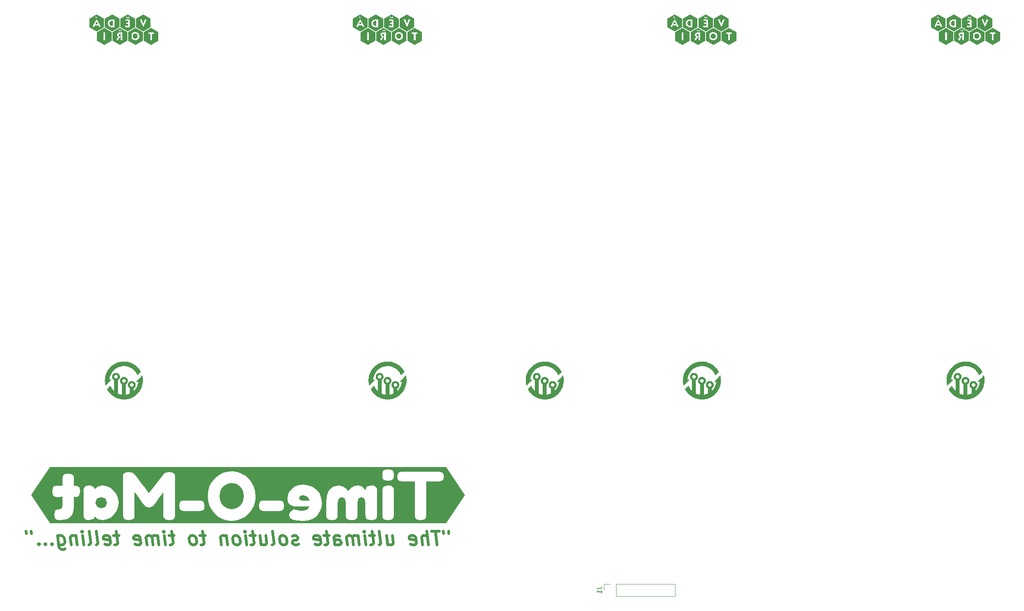
<source format=gbr>
%TF.GenerationSoftware,KiCad,Pcbnew,(6.0.1)*%
%TF.CreationDate,2022-01-22T16:00:37+01:00*%
%TF.ProjectId,Final H00 panelicad_pcb,46696e61-6c20-4483-9030-2070616e656c,rev?*%
%TF.SameCoordinates,Original*%
%TF.FileFunction,Legend,Bot*%
%TF.FilePolarity,Positive*%
%FSLAX46Y46*%
G04 Gerber Fmt 4.6, Leading zero omitted, Abs format (unit mm)*
G04 Created by KiCad (PCBNEW (6.0.1)) date 2022-01-22 16:00:37*
%MOMM*%
%LPD*%
G01*
G04 APERTURE LIST*
%ADD10C,0.600000*%
%ADD11C,0.150000*%
%ADD12C,0.010000*%
%ADD13C,0.120000*%
G04 APERTURE END LIST*
D10*
X98907732Y-25154142D02*
X98979160Y-25725571D01*
X97764875Y-25154142D02*
X97836303Y-25725571D01*
X96907732Y-25154142D02*
X95193446Y-25154142D01*
X96425589Y-28154142D02*
X96050589Y-25154142D01*
X94568446Y-28154142D02*
X94193446Y-25154142D01*
X93282732Y-28154142D02*
X93086303Y-26582714D01*
X93193446Y-26297000D01*
X93461303Y-26154142D01*
X93889875Y-26154142D01*
X94193446Y-26297000D01*
X94354160Y-26439857D01*
X90693446Y-28011285D02*
X90997017Y-28154142D01*
X91568446Y-28154142D01*
X91836303Y-28011285D01*
X91943446Y-27725571D01*
X91800589Y-26582714D01*
X91622017Y-26297000D01*
X91318446Y-26154142D01*
X90747017Y-26154142D01*
X90479160Y-26297000D01*
X90372017Y-26582714D01*
X90407732Y-26868428D01*
X91872017Y-27154142D01*
X85461303Y-26154142D02*
X85711303Y-28154142D01*
X86747017Y-26154142D02*
X86943446Y-27725571D01*
X86836303Y-28011285D01*
X86568446Y-28154142D01*
X86139875Y-28154142D01*
X85836303Y-28011285D01*
X85675589Y-27868428D01*
X83854160Y-28154142D02*
X84122017Y-28011285D01*
X84229160Y-27725571D01*
X83907732Y-25154142D01*
X82889875Y-26154142D02*
X81747017Y-26154142D01*
X82336303Y-25154142D02*
X82657732Y-27725571D01*
X82550589Y-28011285D01*
X82282732Y-28154142D01*
X81997017Y-28154142D01*
X80997017Y-28154142D02*
X80747017Y-26154142D01*
X80622017Y-25154142D02*
X80782732Y-25297000D01*
X80657732Y-25439857D01*
X80497017Y-25297000D01*
X80622017Y-25154142D01*
X80657732Y-25439857D01*
X79568446Y-28154142D02*
X79318446Y-26154142D01*
X79354160Y-26439857D02*
X79193446Y-26297000D01*
X78889875Y-26154142D01*
X78461303Y-26154142D01*
X78193446Y-26297000D01*
X78086303Y-26582714D01*
X78282732Y-28154142D01*
X78086303Y-26582714D02*
X77907732Y-26297000D01*
X77604160Y-26154142D01*
X77175589Y-26154142D01*
X76907732Y-26297000D01*
X76800589Y-26582714D01*
X76997017Y-28154142D01*
X74282732Y-28154142D02*
X74086303Y-26582714D01*
X74193446Y-26297000D01*
X74461303Y-26154142D01*
X75032732Y-26154142D01*
X75336303Y-26297000D01*
X74264875Y-28011285D02*
X74568446Y-28154142D01*
X75282732Y-28154142D01*
X75550589Y-28011285D01*
X75657732Y-27725571D01*
X75622017Y-27439857D01*
X75443446Y-27154142D01*
X75139875Y-27011285D01*
X74425589Y-27011285D01*
X74122017Y-26868428D01*
X73032732Y-26154142D02*
X71889875Y-26154142D01*
X72479160Y-25154142D02*
X72800589Y-27725571D01*
X72693446Y-28011285D01*
X72425589Y-28154142D01*
X72139875Y-28154142D01*
X69979160Y-28011285D02*
X70282732Y-28154142D01*
X70854160Y-28154142D01*
X71122017Y-28011285D01*
X71229160Y-27725571D01*
X71086303Y-26582714D01*
X70907732Y-26297000D01*
X70604160Y-26154142D01*
X70032732Y-26154142D01*
X69764875Y-26297000D01*
X69657732Y-26582714D01*
X69693446Y-26868428D01*
X71157732Y-27154142D01*
X66407732Y-28011285D02*
X66139875Y-28154142D01*
X65568446Y-28154142D01*
X65264875Y-28011285D01*
X65086303Y-27725571D01*
X65068446Y-27582714D01*
X65175589Y-27297000D01*
X65443446Y-27154142D01*
X65872017Y-27154142D01*
X66139875Y-27011285D01*
X66247017Y-26725571D01*
X66229160Y-26582714D01*
X66050589Y-26297000D01*
X65747017Y-26154142D01*
X65318446Y-26154142D01*
X65050589Y-26297000D01*
X63425589Y-28154142D02*
X63693446Y-28011285D01*
X63818446Y-27868428D01*
X63925589Y-27582714D01*
X63818446Y-26725571D01*
X63639875Y-26439857D01*
X63479160Y-26297000D01*
X63175589Y-26154142D01*
X62747017Y-26154142D01*
X62479160Y-26297000D01*
X62354160Y-26439857D01*
X62247017Y-26725571D01*
X62354160Y-27582714D01*
X62532732Y-27868428D01*
X62693446Y-28011285D01*
X62997017Y-28154142D01*
X63425589Y-28154142D01*
X60711303Y-28154142D02*
X60979160Y-28011285D01*
X61086303Y-27725571D01*
X60764875Y-25154142D01*
X58032732Y-26154142D02*
X58282732Y-28154142D01*
X59318446Y-26154142D02*
X59514875Y-27725571D01*
X59407732Y-28011285D01*
X59139875Y-28154142D01*
X58711303Y-28154142D01*
X58407732Y-28011285D01*
X58247017Y-27868428D01*
X57032732Y-26154142D02*
X55889875Y-26154142D01*
X56479160Y-25154142D02*
X56800589Y-27725571D01*
X56693446Y-28011285D01*
X56425589Y-28154142D01*
X56139875Y-28154142D01*
X55139875Y-28154142D02*
X54889875Y-26154142D01*
X54764875Y-25154142D02*
X54925589Y-25297000D01*
X54800589Y-25439857D01*
X54639875Y-25297000D01*
X54764875Y-25154142D01*
X54800589Y-25439857D01*
X53282732Y-28154142D02*
X53550589Y-28011285D01*
X53675589Y-27868428D01*
X53782732Y-27582714D01*
X53675589Y-26725571D01*
X53497017Y-26439857D01*
X53336303Y-26297000D01*
X53032732Y-26154142D01*
X52604160Y-26154142D01*
X52336303Y-26297000D01*
X52211303Y-26439857D01*
X52104160Y-26725571D01*
X52211303Y-27582714D01*
X52389875Y-27868428D01*
X52550589Y-28011285D01*
X52854160Y-28154142D01*
X53282732Y-28154142D01*
X50747017Y-26154142D02*
X50997017Y-28154142D01*
X50782732Y-26439857D02*
X50622017Y-26297000D01*
X50318446Y-26154142D01*
X49889875Y-26154142D01*
X49622017Y-26297000D01*
X49514875Y-26582714D01*
X49711303Y-28154142D01*
X46175589Y-26154142D02*
X45032732Y-26154142D01*
X45622017Y-25154142D02*
X45943446Y-27725571D01*
X45836303Y-28011285D01*
X45568446Y-28154142D01*
X45282732Y-28154142D01*
X43854160Y-28154142D02*
X44122017Y-28011285D01*
X44247017Y-27868428D01*
X44354160Y-27582714D01*
X44247017Y-26725571D01*
X44068446Y-26439857D01*
X43907732Y-26297000D01*
X43604160Y-26154142D01*
X43175589Y-26154142D01*
X42907732Y-26297000D01*
X42782732Y-26439857D01*
X42675589Y-26725571D01*
X42782732Y-27582714D01*
X42961303Y-27868428D01*
X43122017Y-28011285D01*
X43425589Y-28154142D01*
X43854160Y-28154142D01*
X39461303Y-26154142D02*
X38318446Y-26154142D01*
X38907732Y-25154142D02*
X39229160Y-27725571D01*
X39122017Y-28011285D01*
X38854160Y-28154142D01*
X38568446Y-28154142D01*
X37568446Y-28154142D02*
X37318446Y-26154142D01*
X37193446Y-25154142D02*
X37354160Y-25297000D01*
X37229160Y-25439857D01*
X37068446Y-25297000D01*
X37193446Y-25154142D01*
X37229160Y-25439857D01*
X36139875Y-28154142D02*
X35889875Y-26154142D01*
X35925589Y-26439857D02*
X35764875Y-26297000D01*
X35461303Y-26154142D01*
X35032732Y-26154142D01*
X34764875Y-26297000D01*
X34657732Y-26582714D01*
X34854160Y-28154142D01*
X34657732Y-26582714D02*
X34479160Y-26297000D01*
X34175589Y-26154142D01*
X33747017Y-26154142D01*
X33479160Y-26297000D01*
X33372017Y-26582714D01*
X33568446Y-28154142D01*
X30979160Y-28011285D02*
X31282732Y-28154142D01*
X31854160Y-28154142D01*
X32122017Y-28011285D01*
X32229160Y-27725571D01*
X32086303Y-26582714D01*
X31907732Y-26297000D01*
X31604160Y-26154142D01*
X31032732Y-26154142D01*
X30764875Y-26297000D01*
X30657732Y-26582714D01*
X30693446Y-26868428D01*
X32157732Y-27154142D01*
X27461303Y-26154142D02*
X26318446Y-26154142D01*
X26907732Y-25154142D02*
X27229160Y-27725571D01*
X27122017Y-28011285D01*
X26854160Y-28154142D01*
X26568446Y-28154142D01*
X24407732Y-28011285D02*
X24711303Y-28154142D01*
X25282732Y-28154142D01*
X25550589Y-28011285D01*
X25657732Y-27725571D01*
X25514875Y-26582714D01*
X25336303Y-26297000D01*
X25032732Y-26154142D01*
X24461303Y-26154142D01*
X24193446Y-26297000D01*
X24086303Y-26582714D01*
X24122017Y-26868428D01*
X25586303Y-27154142D01*
X22568446Y-28154142D02*
X22836303Y-28011285D01*
X22943446Y-27725571D01*
X22622017Y-25154142D01*
X20997017Y-28154142D02*
X21264875Y-28011285D01*
X21372017Y-27725571D01*
X21050589Y-25154142D01*
X19854160Y-28154142D02*
X19604160Y-26154142D01*
X19479160Y-25154142D02*
X19639875Y-25297000D01*
X19514875Y-25439857D01*
X19354160Y-25297000D01*
X19479160Y-25154142D01*
X19514875Y-25439857D01*
X18175589Y-26154142D02*
X18425589Y-28154142D01*
X18211303Y-26439857D02*
X18050589Y-26297000D01*
X17747017Y-26154142D01*
X17318446Y-26154142D01*
X17050589Y-26297000D01*
X16943446Y-26582714D01*
X17139875Y-28154142D01*
X14175589Y-26154142D02*
X14479160Y-28582714D01*
X14657732Y-28868428D01*
X14818446Y-29011285D01*
X15122017Y-29154142D01*
X15550589Y-29154142D01*
X15818446Y-29011285D01*
X14407732Y-28011285D02*
X14711303Y-28154142D01*
X15282732Y-28154142D01*
X15550589Y-28011285D01*
X15675589Y-27868428D01*
X15782732Y-27582714D01*
X15675589Y-26725571D01*
X15497017Y-26439857D01*
X15336303Y-26297000D01*
X15032732Y-26154142D01*
X14461303Y-26154142D01*
X14193446Y-26297000D01*
X12961303Y-27868428D02*
X12836303Y-28011285D01*
X12997017Y-28154142D01*
X13122017Y-28011285D01*
X12961303Y-27868428D01*
X12997017Y-28154142D01*
X11532732Y-27868428D02*
X11407732Y-28011285D01*
X11568446Y-28154142D01*
X11693446Y-28011285D01*
X11532732Y-27868428D01*
X11568446Y-28154142D01*
X10104160Y-27868428D02*
X9979160Y-28011285D01*
X10139875Y-28154142D01*
X10264875Y-28011285D01*
X10104160Y-27868428D01*
X10139875Y-28154142D01*
X8479160Y-25154142D02*
X8550589Y-25725571D01*
X7336303Y-25154142D02*
X7407732Y-25725571D01*
D11*
%TO.C,J1*%
X131122380Y-37666666D02*
X131836666Y-37666666D01*
X131979523Y-37619047D01*
X132074761Y-37523809D01*
X132122380Y-37380952D01*
X132122380Y-37285714D01*
X132122380Y-38666666D02*
X132122380Y-38095238D01*
X132122380Y-38380952D02*
X131122380Y-38380952D01*
X131265238Y-38285714D01*
X131360476Y-38190476D01*
X131408095Y-38095238D01*
D12*
%TO.C,G2*%
X153671922Y11593988D02*
X153439791Y11579346D01*
X153439791Y11579346D02*
X153209797Y11551596D01*
X153209797Y11551596D02*
X152982406Y11510875D01*
X152982406Y11510875D02*
X152758084Y11457317D01*
X152758084Y11457317D02*
X152537297Y11391061D01*
X152537297Y11391061D02*
X152320512Y11312240D01*
X152320512Y11312240D02*
X152108192Y11220993D01*
X152108192Y11220993D02*
X151900806Y11117453D01*
X151900806Y11117453D02*
X151698819Y11001758D01*
X151698819Y11001758D02*
X151553376Y10908585D01*
X151553376Y10908585D02*
X151361770Y10772041D01*
X151361770Y10772041D02*
X151178972Y10625401D01*
X151178972Y10625401D02*
X151005229Y10468926D01*
X151005229Y10468926D02*
X150840787Y10302878D01*
X150840787Y10302878D02*
X150685891Y10127518D01*
X150685891Y10127518D02*
X150540787Y9943108D01*
X150540787Y9943108D02*
X150405721Y9749910D01*
X150405721Y9749910D02*
X150290717Y9564938D01*
X150290717Y9564938D02*
X150259889Y9510405D01*
X150259889Y9510405D02*
X150225622Y9446361D01*
X150225622Y9446361D02*
X150189379Y9375806D01*
X150189379Y9375806D02*
X150152625Y9301739D01*
X150152625Y9301739D02*
X150116825Y9227161D01*
X150116825Y9227161D02*
X150083443Y9155073D01*
X150083443Y9155073D02*
X150053945Y9088475D01*
X150053945Y9088475D02*
X150029939Y9030731D01*
X150029939Y9030731D02*
X149954416Y8825434D01*
X149954416Y8825434D02*
X149890471Y8618383D01*
X149890471Y8618383D02*
X149837692Y8407867D01*
X149837692Y8407867D02*
X149795668Y8192172D01*
X149795668Y8192172D02*
X149763986Y7969586D01*
X149763986Y7969586D02*
X149755130Y7888403D01*
X149755130Y7888403D02*
X149751026Y7837489D01*
X149751026Y7837489D02*
X149747746Y7776023D01*
X149747746Y7776023D02*
X149745290Y7706407D01*
X149745290Y7706407D02*
X149743658Y7631047D01*
X149743658Y7631047D02*
X149742849Y7552346D01*
X149742849Y7552346D02*
X149742863Y7472708D01*
X149742863Y7472708D02*
X149743701Y7394538D01*
X149743701Y7394538D02*
X149745363Y7320238D01*
X149745363Y7320238D02*
X149747848Y7252214D01*
X149747848Y7252214D02*
X149751156Y7192869D01*
X149751156Y7192869D02*
X149755149Y7145890D01*
X149755149Y7145890D02*
X149767161Y7042348D01*
X149767161Y7042348D02*
X149780804Y6940643D01*
X149780804Y6940643D02*
X149795520Y6844663D01*
X149795520Y6844663D02*
X149810520Y6759514D01*
X149810520Y6759514D02*
X149818344Y6719926D01*
X149818344Y6719926D02*
X149827256Y6677389D01*
X149827256Y6677389D02*
X149836785Y6633891D01*
X149836785Y6633891D02*
X149846459Y6591417D01*
X149846459Y6591417D02*
X149855806Y6551953D01*
X149855806Y6551953D02*
X149864355Y6517486D01*
X149864355Y6517486D02*
X149871635Y6490003D01*
X149871635Y6490003D02*
X149877173Y6471489D01*
X149877173Y6471489D02*
X149880499Y6463930D01*
X149880499Y6463930D02*
X149880707Y6463853D01*
X149880707Y6463853D02*
X149885875Y6468545D01*
X149885875Y6468545D02*
X149899913Y6482244D01*
X149899913Y6482244D02*
X149922258Y6504384D01*
X149922258Y6504384D02*
X149952346Y6534398D01*
X149952346Y6534398D02*
X149989615Y6571721D01*
X149989615Y6571721D02*
X150033503Y6615786D01*
X150033503Y6615786D02*
X150083446Y6666026D01*
X150083446Y6666026D02*
X150138883Y6721877D01*
X150138883Y6721877D02*
X150199249Y6782771D01*
X150199249Y6782771D02*
X150263982Y6848142D01*
X150263982Y6848142D02*
X150332520Y6917425D01*
X150332520Y6917425D02*
X150404300Y6990052D01*
X150404300Y6990052D02*
X150478759Y7065458D01*
X150478759Y7065458D02*
X150490163Y7077014D01*
X150490163Y7077014D02*
X151095268Y7690176D01*
X151095268Y7690176D02*
X150876715Y7691949D01*
X150876715Y7691949D02*
X150658161Y7693722D01*
X150658161Y7693722D02*
X150662547Y7760651D01*
X150662547Y7760651D02*
X150671685Y7861676D01*
X150671685Y7861676D02*
X150686145Y7970966D01*
X150686145Y7970966D02*
X150705301Y8084737D01*
X150705301Y8084737D02*
X150728523Y8199204D01*
X150728523Y8199204D02*
X150751172Y8294938D01*
X150751172Y8294938D02*
X150807613Y8490555D01*
X150807613Y8490555D02*
X150876299Y8681137D01*
X150876299Y8681137D02*
X150956828Y8866190D01*
X150956828Y8866190D02*
X151048798Y9045222D01*
X151048798Y9045222D02*
X151151806Y9217742D01*
X151151806Y9217742D02*
X151265449Y9383257D01*
X151265449Y9383257D02*
X151389326Y9541274D01*
X151389326Y9541274D02*
X151523034Y9691302D01*
X151523034Y9691302D02*
X151666171Y9832849D01*
X151666171Y9832849D02*
X151818334Y9965422D01*
X151818334Y9965422D02*
X151979121Y10088528D01*
X151979121Y10088528D02*
X152148130Y10201677D01*
X152148130Y10201677D02*
X152324957Y10304374D01*
X152324957Y10304374D02*
X152443473Y10365084D01*
X152443473Y10365084D02*
X152631235Y10449082D01*
X152631235Y10449082D02*
X152822120Y10520177D01*
X152822120Y10520177D02*
X153015596Y10578403D01*
X153015596Y10578403D02*
X153211134Y10623789D01*
X153211134Y10623789D02*
X153408203Y10656368D01*
X153408203Y10656368D02*
X153606273Y10676170D01*
X153606273Y10676170D02*
X153804814Y10683228D01*
X153804814Y10683228D02*
X154003297Y10677573D01*
X154003297Y10677573D02*
X154201189Y10659236D01*
X154201189Y10659236D02*
X154397962Y10628249D01*
X154397962Y10628249D02*
X154593086Y10584643D01*
X154593086Y10584643D02*
X154786030Y10528449D01*
X154786030Y10528449D02*
X154976263Y10459700D01*
X154976263Y10459700D02*
X155163256Y10378427D01*
X155163256Y10378427D02*
X155346479Y10284661D01*
X155346479Y10284661D02*
X155518898Y10182563D01*
X155518898Y10182563D02*
X155675076Y10076263D01*
X155675076Y10076263D02*
X155827048Y9958256D01*
X155827048Y9958256D02*
X155973324Y9829996D01*
X155973324Y9829996D02*
X156112418Y9692937D01*
X156112418Y9692937D02*
X156242842Y9548533D01*
X156242842Y9548533D02*
X156363107Y9398239D01*
X156363107Y9398239D02*
X156456918Y9265916D01*
X156456918Y9265916D02*
X156535951Y9141155D01*
X156535951Y9141155D02*
X156610141Y9011393D01*
X156610141Y9011393D02*
X156677096Y8880982D01*
X156677096Y8880982D02*
X156721889Y8783615D01*
X156721889Y8783615D02*
X156757793Y8701128D01*
X156757793Y8701128D02*
X157102135Y9045422D01*
X157102135Y9045422D02*
X157446478Y9389716D01*
X157446478Y9389716D02*
X157415545Y9447089D01*
X157415545Y9447089D02*
X157299248Y9648911D01*
X157299248Y9648911D02*
X157171956Y9843612D01*
X157171956Y9843612D02*
X157034180Y10030595D01*
X157034180Y10030595D02*
X156886433Y10209264D01*
X156886433Y10209264D02*
X156729227Y10379023D01*
X156729227Y10379023D02*
X156563074Y10539275D01*
X156563074Y10539275D02*
X156388485Y10689424D01*
X156388485Y10689424D02*
X156267656Y10783620D01*
X156267656Y10783620D02*
X156077856Y10917451D01*
X156077856Y10917451D02*
X155880894Y11040185D01*
X155880894Y11040185D02*
X155677480Y11151485D01*
X155677480Y11151485D02*
X155468322Y11251014D01*
X155468322Y11251014D02*
X155254130Y11338436D01*
X155254130Y11338436D02*
X155035613Y11413412D01*
X155035613Y11413412D02*
X154813478Y11475606D01*
X154813478Y11475606D02*
X154811886Y11476002D01*
X154811886Y11476002D02*
X154639394Y11515305D01*
X154639394Y11515305D02*
X154470531Y11546297D01*
X154470531Y11546297D02*
X154301632Y11569460D01*
X154301632Y11569460D02*
X154129031Y11585278D01*
X154129031Y11585278D02*
X153949060Y11594234D01*
X153949060Y11594234D02*
X153905725Y11595386D01*
X153905725Y11595386D02*
X153671922Y11593988D01*
X153671922Y11593988D02*
X153671922Y11593988D01*
G36*
X153949060Y11594234D02*
G01*
X154129031Y11585278D01*
X154301632Y11569460D01*
X154470531Y11546297D01*
X154639394Y11515305D01*
X154811886Y11476002D01*
X154813478Y11475606D01*
X155035613Y11413412D01*
X155254130Y11338436D01*
X155468322Y11251014D01*
X155677480Y11151485D01*
X155880894Y11040185D01*
X156077856Y10917451D01*
X156267656Y10783620D01*
X156388485Y10689424D01*
X156563074Y10539275D01*
X156729227Y10379023D01*
X156886433Y10209264D01*
X157034180Y10030595D01*
X157171956Y9843612D01*
X157299248Y9648911D01*
X157415545Y9447089D01*
X157446478Y9389716D01*
X157102135Y9045422D01*
X156757793Y8701128D01*
X156721889Y8783615D01*
X156677096Y8880982D01*
X156610141Y9011393D01*
X156535951Y9141155D01*
X156456918Y9265916D01*
X156363107Y9398239D01*
X156242842Y9548533D01*
X156112418Y9692937D01*
X155973324Y9829996D01*
X155827048Y9958256D01*
X155675076Y10076263D01*
X155518898Y10182563D01*
X155346479Y10284661D01*
X155163256Y10378427D01*
X154976263Y10459700D01*
X154786030Y10528449D01*
X154593086Y10584643D01*
X154397962Y10628249D01*
X154201189Y10659236D01*
X154003297Y10677573D01*
X153804814Y10683228D01*
X153606273Y10676170D01*
X153408203Y10656368D01*
X153211134Y10623789D01*
X153015596Y10578403D01*
X152822120Y10520177D01*
X152631235Y10449082D01*
X152443473Y10365084D01*
X152324957Y10304374D01*
X152148130Y10201677D01*
X151979121Y10088528D01*
X151818334Y9965422D01*
X151666171Y9832849D01*
X151523034Y9691302D01*
X151389326Y9541274D01*
X151265449Y9383257D01*
X151151806Y9217742D01*
X151048798Y9045222D01*
X150956828Y8866190D01*
X150876299Y8681137D01*
X150807613Y8490555D01*
X150751172Y8294938D01*
X150728523Y8199204D01*
X150705301Y8084737D01*
X150686145Y7970966D01*
X150671685Y7861676D01*
X150662547Y7760651D01*
X150658161Y7693722D01*
X150876715Y7691949D01*
X151095268Y7690176D01*
X150490163Y7077014D01*
X150478759Y7065458D01*
X150404300Y6990052D01*
X150332520Y6917425D01*
X150263982Y6848142D01*
X150199249Y6782771D01*
X150138883Y6721877D01*
X150083446Y6666026D01*
X150033503Y6615786D01*
X149989615Y6571721D01*
X149952346Y6534398D01*
X149922258Y6504384D01*
X149899913Y6482244D01*
X149885875Y6468545D01*
X149880707Y6463853D01*
X149880499Y6463930D01*
X149877173Y6471489D01*
X149871635Y6490003D01*
X149864355Y6517486D01*
X149855806Y6551953D01*
X149846459Y6591417D01*
X149836785Y6633891D01*
X149827256Y6677389D01*
X149818344Y6719926D01*
X149810520Y6759514D01*
X149795520Y6844663D01*
X149780804Y6940643D01*
X149767161Y7042348D01*
X149755149Y7145890D01*
X149751156Y7192869D01*
X149747848Y7252214D01*
X149745363Y7320238D01*
X149743701Y7394538D01*
X149742863Y7472708D01*
X149742849Y7552346D01*
X149743658Y7631047D01*
X149745290Y7706407D01*
X149747746Y7776023D01*
X149751026Y7837489D01*
X149755130Y7888403D01*
X149763986Y7969586D01*
X149795668Y8192172D01*
X149837692Y8407867D01*
X149890471Y8618383D01*
X149954416Y8825434D01*
X150029939Y9030731D01*
X150053945Y9088475D01*
X150083443Y9155073D01*
X150116825Y9227161D01*
X150152625Y9301739D01*
X150189379Y9375806D01*
X150225622Y9446361D01*
X150259889Y9510405D01*
X150290717Y9564938D01*
X150405721Y9749910D01*
X150540787Y9943108D01*
X150685891Y10127518D01*
X150840787Y10302878D01*
X151005229Y10468926D01*
X151178972Y10625401D01*
X151361770Y10772041D01*
X151553376Y10908585D01*
X151698819Y11001758D01*
X151900806Y11117453D01*
X152108192Y11220993D01*
X152320512Y11312240D01*
X152537297Y11391061D01*
X152758084Y11457317D01*
X152982406Y11510875D01*
X153209797Y11551596D01*
X153439791Y11579346D01*
X153671922Y11593988D01*
X153905725Y11595386D01*
X153949060Y11594234D01*
G37*
X153949060Y11594234D02*
X154129031Y11585278D01*
X154301632Y11569460D01*
X154470531Y11546297D01*
X154639394Y11515305D01*
X154811886Y11476002D01*
X154813478Y11475606D01*
X155035613Y11413412D01*
X155254130Y11338436D01*
X155468322Y11251014D01*
X155677480Y11151485D01*
X155880894Y11040185D01*
X156077856Y10917451D01*
X156267656Y10783620D01*
X156388485Y10689424D01*
X156563074Y10539275D01*
X156729227Y10379023D01*
X156886433Y10209264D01*
X157034180Y10030595D01*
X157171956Y9843612D01*
X157299248Y9648911D01*
X157415545Y9447089D01*
X157446478Y9389716D01*
X157102135Y9045422D01*
X156757793Y8701128D01*
X156721889Y8783615D01*
X156677096Y8880982D01*
X156610141Y9011393D01*
X156535951Y9141155D01*
X156456918Y9265916D01*
X156363107Y9398239D01*
X156242842Y9548533D01*
X156112418Y9692937D01*
X155973324Y9829996D01*
X155827048Y9958256D01*
X155675076Y10076263D01*
X155518898Y10182563D01*
X155346479Y10284661D01*
X155163256Y10378427D01*
X154976263Y10459700D01*
X154786030Y10528449D01*
X154593086Y10584643D01*
X154397962Y10628249D01*
X154201189Y10659236D01*
X154003297Y10677573D01*
X153804814Y10683228D01*
X153606273Y10676170D01*
X153408203Y10656368D01*
X153211134Y10623789D01*
X153015596Y10578403D01*
X152822120Y10520177D01*
X152631235Y10449082D01*
X152443473Y10365084D01*
X152324957Y10304374D01*
X152148130Y10201677D01*
X151979121Y10088528D01*
X151818334Y9965422D01*
X151666171Y9832849D01*
X151523034Y9691302D01*
X151389326Y9541274D01*
X151265449Y9383257D01*
X151151806Y9217742D01*
X151048798Y9045222D01*
X150956828Y8866190D01*
X150876299Y8681137D01*
X150807613Y8490555D01*
X150751172Y8294938D01*
X150728523Y8199204D01*
X150705301Y8084737D01*
X150686145Y7970966D01*
X150671685Y7861676D01*
X150662547Y7760651D01*
X150658161Y7693722D01*
X150876715Y7691949D01*
X151095268Y7690176D01*
X150490163Y7077014D01*
X150478759Y7065458D01*
X150404300Y6990052D01*
X150332520Y6917425D01*
X150263982Y6848142D01*
X150199249Y6782771D01*
X150138883Y6721877D01*
X150083446Y6666026D01*
X150033503Y6615786D01*
X149989615Y6571721D01*
X149952346Y6534398D01*
X149922258Y6504384D01*
X149899913Y6482244D01*
X149885875Y6468545D01*
X149880707Y6463853D01*
X149880499Y6463930D01*
X149877173Y6471489D01*
X149871635Y6490003D01*
X149864355Y6517486D01*
X149855806Y6551953D01*
X149846459Y6591417D01*
X149836785Y6633891D01*
X149827256Y6677389D01*
X149818344Y6719926D01*
X149810520Y6759514D01*
X149795520Y6844663D01*
X149780804Y6940643D01*
X149767161Y7042348D01*
X149755149Y7145890D01*
X149751156Y7192869D01*
X149747848Y7252214D01*
X149745363Y7320238D01*
X149743701Y7394538D01*
X149742863Y7472708D01*
X149742849Y7552346D01*
X149743658Y7631047D01*
X149745290Y7706407D01*
X149747746Y7776023D01*
X149751026Y7837489D01*
X149755130Y7888403D01*
X149763986Y7969586D01*
X149795668Y8192172D01*
X149837692Y8407867D01*
X149890471Y8618383D01*
X149954416Y8825434D01*
X150029939Y9030731D01*
X150053945Y9088475D01*
X150083443Y9155073D01*
X150116825Y9227161D01*
X150152625Y9301739D01*
X150189379Y9375806D01*
X150225622Y9446361D01*
X150259889Y9510405D01*
X150290717Y9564938D01*
X150405721Y9749910D01*
X150540787Y9943108D01*
X150685891Y10127518D01*
X150840787Y10302878D01*
X151005229Y10468926D01*
X151178972Y10625401D01*
X151361770Y10772041D01*
X151553376Y10908585D01*
X151698819Y11001758D01*
X151900806Y11117453D01*
X152108192Y11220993D01*
X152320512Y11312240D01*
X152537297Y11391061D01*
X152758084Y11457317D01*
X152982406Y11510875D01*
X153209797Y11551596D01*
X153439791Y11579346D01*
X153671922Y11593988D01*
X153905725Y11595386D01*
X153949060Y11594234D01*
X151993068Y9125419D02*
X151898272Y9108077D01*
X151898272Y9108077D02*
X151827805Y9086903D01*
X151827805Y9086903D02*
X151733945Y9046265D01*
X151733945Y9046265D02*
X151647173Y8994800D01*
X151647173Y8994800D02*
X151568189Y8933501D01*
X151568189Y8933501D02*
X151497690Y8863359D01*
X151497690Y8863359D02*
X151436374Y8785368D01*
X151436374Y8785368D02*
X151384941Y8700521D01*
X151384941Y8700521D02*
X151344087Y8609809D01*
X151344087Y8609809D02*
X151314512Y8514224D01*
X151314512Y8514224D02*
X151296914Y8414761D01*
X151296914Y8414761D02*
X151291889Y8325176D01*
X151291889Y8325176D02*
X151298485Y8224357D01*
X151298485Y8224357D02*
X151317832Y8125574D01*
X151317832Y8125574D02*
X151349265Y8030057D01*
X151349265Y8030057D02*
X151392117Y7939040D01*
X151392117Y7939040D02*
X151445725Y7853753D01*
X151445725Y7853753D02*
X151509424Y7775429D01*
X151509424Y7775429D02*
X151582549Y7705301D01*
X151582549Y7705301D02*
X151656346Y7649893D01*
X151656346Y7649893D02*
X151715143Y7610883D01*
X151715143Y7610883D02*
X151715143Y6385333D01*
X151715143Y6385333D02*
X151715138Y6234588D01*
X151715138Y6234588D02*
X151715121Y6096713D01*
X151715121Y6096713D02*
X151715086Y5971140D01*
X151715086Y5971140D02*
X151715028Y5857299D01*
X151715028Y5857299D02*
X151714940Y5754622D01*
X151714940Y5754622D02*
X151714818Y5662540D01*
X151714818Y5662540D02*
X151714656Y5580483D01*
X151714656Y5580483D02*
X151714449Y5507884D01*
X151714449Y5507884D02*
X151714190Y5444173D01*
X151714190Y5444173D02*
X151713876Y5388782D01*
X151713876Y5388782D02*
X151713499Y5341141D01*
X151713499Y5341141D02*
X151713055Y5300681D01*
X151713055Y5300681D02*
X151712538Y5266835D01*
X151712538Y5266835D02*
X151711942Y5239032D01*
X151711942Y5239032D02*
X151711263Y5216704D01*
X151711263Y5216704D02*
X151710494Y5199283D01*
X151710494Y5199283D02*
X151709631Y5186199D01*
X151709631Y5186199D02*
X151708667Y5176883D01*
X151708667Y5176883D02*
X151707598Y5170767D01*
X151707598Y5170767D02*
X151706417Y5167281D01*
X151706417Y5167281D02*
X151705119Y5165858D01*
X151705119Y5165858D02*
X151703699Y5165927D01*
X151703699Y5165927D02*
X151703383Y5166079D01*
X151703383Y5166079D02*
X151693348Y5173867D01*
X151693348Y5173867D02*
X151675623Y5190139D01*
X151675623Y5190139D02*
X151651587Y5213459D01*
X151651587Y5213459D02*
X151622619Y5242394D01*
X151622619Y5242394D02*
X151590099Y5275508D01*
X151590099Y5275508D02*
X151555404Y5311368D01*
X151555404Y5311368D02*
X151519915Y5348539D01*
X151519915Y5348539D02*
X151485009Y5385585D01*
X151485009Y5385585D02*
X151452068Y5421074D01*
X151452068Y5421074D02*
X151422468Y5453569D01*
X151422468Y5453569D02*
X151397590Y5481638D01*
X151397590Y5481638D02*
X151379537Y5502953D01*
X151379537Y5502953D02*
X151269450Y5645352D01*
X151269450Y5645352D02*
X151167401Y5792563D01*
X151167401Y5792563D02*
X151074573Y5942650D01*
X151074573Y5942650D02*
X150992153Y6093671D01*
X150992153Y6093671D02*
X150921324Y6243689D01*
X150921324Y6243689D02*
X150908430Y6273937D01*
X150908430Y6273937D02*
X150897819Y6298467D01*
X150897819Y6298467D02*
X150888947Y6317444D01*
X150888947Y6317444D02*
X150883156Y6328065D01*
X150883156Y6328065D02*
X150881890Y6329374D01*
X150881890Y6329374D02*
X150876705Y6324756D01*
X150876705Y6324756D02*
X150862785Y6311375D01*
X150862785Y6311375D02*
X150840889Y6289979D01*
X150840889Y6289979D02*
X150811775Y6261320D01*
X150811775Y6261320D02*
X150776200Y6226147D01*
X150776200Y6226147D02*
X150734922Y6185211D01*
X150734922Y6185211D02*
X150688699Y6139262D01*
X150688699Y6139262D02*
X150638288Y6089050D01*
X150638288Y6089050D02*
X150584448Y6035326D01*
X150584448Y6035326D02*
X150535924Y5986830D01*
X150535924Y5986830D02*
X150193342Y5644199D01*
X150193342Y5644199D02*
X150216113Y5602134D01*
X150216113Y5602134D02*
X150327778Y5407140D01*
X150327778Y5407140D02*
X150446089Y5222855D01*
X150446089Y5222855D02*
X150572222Y5047712D01*
X150572222Y5047712D02*
X150707355Y4880146D01*
X150707355Y4880146D02*
X150852662Y4718588D01*
X150852662Y4718588D02*
X150966875Y4602530D01*
X150966875Y4602530D02*
X151140256Y4441901D01*
X151140256Y4441901D02*
X151320879Y4292532D01*
X151320879Y4292532D02*
X151508435Y4154565D01*
X151508435Y4154565D02*
X151702618Y4028139D01*
X151702618Y4028139D02*
X151903120Y3913396D01*
X151903120Y3913396D02*
X152109635Y3810477D01*
X152109635Y3810477D02*
X152321855Y3719523D01*
X152321855Y3719523D02*
X152539473Y3640676D01*
X152539473Y3640676D02*
X152762182Y3574074D01*
X152762182Y3574074D02*
X152989675Y3519861D01*
X152989675Y3519861D02*
X153221644Y3478177D01*
X153221644Y3478177D02*
X153457782Y3449162D01*
X153457782Y3449162D02*
X153485751Y3446594D01*
X153485751Y3446594D02*
X153522860Y3444017D01*
X153522860Y3444017D02*
X153570779Y3441770D01*
X153570779Y3441770D02*
X153626994Y3439881D01*
X153626994Y3439881D02*
X153688991Y3438379D01*
X153688991Y3438379D02*
X153754255Y3437290D01*
X153754255Y3437290D02*
X153820273Y3436643D01*
X153820273Y3436643D02*
X153884531Y3436465D01*
X153884531Y3436465D02*
X153944513Y3436784D01*
X153944513Y3436784D02*
X153997706Y3437628D01*
X153997706Y3437628D02*
X154041596Y3439024D01*
X154041596Y3439024D02*
X154063635Y3440220D01*
X154063635Y3440220D02*
X154303138Y3462969D01*
X154303138Y3462969D02*
X154538187Y3498367D01*
X154538187Y3498367D02*
X154768641Y3546360D01*
X154768641Y3546360D02*
X154994357Y3606890D01*
X154994357Y3606890D02*
X155215197Y3679903D01*
X155215197Y3679903D02*
X155431018Y3765343D01*
X155431018Y3765343D02*
X155641680Y3863154D01*
X155641680Y3863154D02*
X155847042Y3973280D01*
X155847042Y3973280D02*
X156046963Y4095666D01*
X156046963Y4095666D02*
X156241302Y4230256D01*
X156241302Y4230256D02*
X156425509Y4373371D01*
X156425509Y4373371D02*
X156599973Y4525158D01*
X156599973Y4525158D02*
X156764799Y4686101D01*
X156764799Y4686101D02*
X156919699Y4855707D01*
X156919699Y4855707D02*
X157064386Y5033478D01*
X157064386Y5033478D02*
X157198572Y5218921D01*
X157198572Y5218921D02*
X157321970Y5411539D01*
X157321970Y5411539D02*
X157434292Y5610837D01*
X157434292Y5610837D02*
X157535251Y5816320D01*
X157535251Y5816320D02*
X157624559Y6027491D01*
X157624559Y6027491D02*
X157701928Y6243857D01*
X157701928Y6243857D02*
X157767072Y6464920D01*
X157767072Y6464920D02*
X157819702Y6690187D01*
X157819702Y6690187D02*
X157843371Y6816631D01*
X157843371Y6816631D02*
X157874515Y7035150D01*
X157874515Y7035150D02*
X157893958Y7256302D01*
X157893958Y7256302D02*
X157901702Y7478375D01*
X157901702Y7478375D02*
X157897753Y7699662D01*
X157897753Y7699662D02*
X157882116Y7918454D01*
X157882116Y7918454D02*
X157854795Y8133041D01*
X157854795Y8133041D02*
X157839313Y8224382D01*
X157839313Y8224382D02*
X157831127Y8267591D01*
X157831127Y8267591D02*
X157821802Y8314173D01*
X157821802Y8314173D02*
X157811829Y8361934D01*
X157811829Y8361934D02*
X157801696Y8408681D01*
X157801696Y8408681D02*
X157791892Y8452220D01*
X157791892Y8452220D02*
X157782909Y8490360D01*
X157782909Y8490360D02*
X157775234Y8520905D01*
X157775234Y8520905D02*
X157769358Y8541663D01*
X157769358Y8541663D02*
X157767059Y8548138D01*
X157767059Y8548138D02*
X157765794Y8550496D01*
X157765794Y8550496D02*
X157763991Y8551859D01*
X157763991Y8551859D02*
X157761202Y8551739D01*
X157761202Y8551739D02*
X157756982Y8549646D01*
X157756982Y8549646D02*
X157750886Y8545091D01*
X157750886Y8545091D02*
X157742467Y8537583D01*
X157742467Y8537583D02*
X157731279Y8526633D01*
X157731279Y8526633D02*
X157716877Y8511753D01*
X157716877Y8511753D02*
X157698815Y8492451D01*
X157698815Y8492451D02*
X157676647Y8468239D01*
X157676647Y8468239D02*
X157649926Y8438627D01*
X157649926Y8438627D02*
X157618208Y8403126D01*
X157618208Y8403126D02*
X157581046Y8361246D01*
X157581046Y8361246D02*
X157537994Y8312497D01*
X157537994Y8312497D02*
X157488607Y8256390D01*
X157488607Y8256390D02*
X157432438Y8192435D01*
X157432438Y8192435D02*
X157369042Y8120143D01*
X157369042Y8120143D02*
X157297973Y8039025D01*
X157297973Y8039025D02*
X157218784Y7948590D01*
X157218784Y7948590D02*
X157164218Y7886260D01*
X157164218Y7886260D02*
X156569033Y7206366D01*
X156569033Y7206366D02*
X156770360Y7204586D01*
X156770360Y7204586D02*
X156971687Y7202807D01*
X156971687Y7202807D02*
X156967077Y7151928D01*
X156967077Y7151928D02*
X156964216Y7126101D01*
X156964216Y7126101D02*
X156959631Y7091217D01*
X156959631Y7091217D02*
X156953905Y7051457D01*
X156953905Y7051457D02*
X156947621Y7011004D01*
X156947621Y7011004D02*
X156946237Y7002518D01*
X156946237Y7002518D02*
X156906300Y6801095D01*
X156906300Y6801095D02*
X156853564Y6603522D01*
X156853564Y6603522D02*
X156788222Y6410225D01*
X156788222Y6410225D02*
X156710470Y6221629D01*
X156710470Y6221629D02*
X156620503Y6038158D01*
X156620503Y6038158D02*
X156518516Y5860238D01*
X156518516Y5860238D02*
X156404704Y5688293D01*
X156404704Y5688293D02*
X156279261Y5522750D01*
X156279261Y5522750D02*
X156252020Y5489514D01*
X156252020Y5489514D02*
X156228657Y5462306D01*
X156228657Y5462306D02*
X156199223Y5429449D01*
X156199223Y5429449D02*
X156165396Y5392685D01*
X156165396Y5392685D02*
X156128853Y5353755D01*
X156128853Y5353755D02*
X156091271Y5314403D01*
X156091271Y5314403D02*
X156054329Y5276370D01*
X156054329Y5276370D02*
X156019703Y5241398D01*
X156019703Y5241398D02*
X155989071Y5211229D01*
X155989071Y5211229D02*
X155964109Y5187606D01*
X155964109Y5187606D02*
X155946796Y5172509D01*
X155946796Y5172509D02*
X155921598Y5152406D01*
X155921598Y5152406D02*
X155921598Y5829006D01*
X155921598Y5829006D02*
X155983582Y5869247D01*
X155983582Y5869247D02*
X156028430Y5901758D01*
X156028430Y5901758D02*
X156075719Y5941917D01*
X156075719Y5941917D02*
X156122116Y5986467D01*
X156122116Y5986467D02*
X156164288Y6032155D01*
X156164288Y6032155D02*
X156198904Y6075726D01*
X156198904Y6075726D02*
X156207091Y6087557D01*
X156207091Y6087557D02*
X156261687Y6181475D01*
X156261687Y6181475D02*
X156303950Y6280243D01*
X156303950Y6280243D02*
X156333534Y6383020D01*
X156333534Y6383020D02*
X156339069Y6410096D01*
X156339069Y6410096D02*
X156344424Y6451919D01*
X156344424Y6451919D02*
X156347056Y6502689D01*
X156347056Y6502689D02*
X156347056Y6551399D01*
X156347056Y6551399D02*
X155957616Y6551399D01*
X155957616Y6551399D02*
X155957578Y6537768D01*
X155957578Y6537768D02*
X155950326Y6463816D01*
X155950326Y6463816D02*
X155930359Y6394100D01*
X155930359Y6394100D02*
X155897810Y6328925D01*
X155897810Y6328925D02*
X155852815Y6268595D01*
X155852815Y6268595D02*
X155825769Y6240416D01*
X155825769Y6240416D02*
X155788082Y6209712D01*
X155788082Y6209712D02*
X155742103Y6180812D01*
X155742103Y6180812D02*
X155692943Y6156515D01*
X155692943Y6156515D02*
X155645712Y6139621D01*
X155645712Y6139621D02*
X155638200Y6137676D01*
X155638200Y6137676D02*
X155601988Y6131788D01*
X155601988Y6131788D02*
X155558419Y6129007D01*
X155558419Y6129007D02*
X155512799Y6129323D01*
X155512799Y6129323D02*
X155470434Y6132726D01*
X155470434Y6132726D02*
X155440880Y6138054D01*
X155440880Y6138054D02*
X155375234Y6160519D01*
X155375234Y6160519D02*
X155315702Y6193470D01*
X155315702Y6193470D02*
X155260077Y6238194D01*
X155260077Y6238194D02*
X155246190Y6251701D01*
X155246190Y6251701D02*
X155204618Y6297940D01*
X155204618Y6297940D02*
X155173482Y6343438D01*
X155173482Y6343438D02*
X155150566Y6391980D01*
X155150566Y6391980D02*
X155135242Y6440980D01*
X155135242Y6440980D02*
X155123270Y6512963D01*
X155123270Y6512963D02*
X155123738Y6583555D01*
X155123738Y6583555D02*
X155135761Y6651586D01*
X155135761Y6651586D02*
X155158452Y6715889D01*
X155158452Y6715889D02*
X155190924Y6775295D01*
X155190924Y6775295D02*
X155232289Y6828636D01*
X155232289Y6828636D02*
X155281662Y6874743D01*
X155281662Y6874743D02*
X155338155Y6912449D01*
X155338155Y6912449D02*
X155400882Y6940585D01*
X155400882Y6940585D02*
X155468955Y6957982D01*
X155468955Y6957982D02*
X155531862Y6963474D01*
X155531862Y6963474D02*
X155581573Y6962145D01*
X155581573Y6962145D02*
X155624918Y6956144D01*
X155624918Y6956144D02*
X155667054Y6944303D01*
X155667054Y6944303D02*
X155713135Y6925448D01*
X155713135Y6925448D02*
X155726212Y6919342D01*
X155726212Y6919342D02*
X155785514Y6883967D01*
X155785514Y6883967D02*
X155838678Y6838051D01*
X155838678Y6838051D02*
X155883347Y6783949D01*
X155883347Y6783949D02*
X155913436Y6732118D01*
X155913436Y6732118D02*
X155934278Y6684193D01*
X155934278Y6684193D02*
X155947807Y6641536D01*
X155947807Y6641536D02*
X155955196Y6598990D01*
X155955196Y6598990D02*
X155957616Y6551399D01*
X155957616Y6551399D02*
X156347056Y6551399D01*
X156347056Y6551399D02*
X156347057Y6558214D01*
X156347057Y6558214D02*
X156344519Y6614300D01*
X156344519Y6614300D02*
X156339533Y6666754D01*
X156339533Y6666754D02*
X156332531Y6709790D01*
X156332531Y6709790D02*
X156304721Y6810132D01*
X156304721Y6810132D02*
X156265320Y6904441D01*
X156265320Y6904441D02*
X156215094Y6991966D01*
X156215094Y6991966D02*
X156154810Y7071957D01*
X156154810Y7071957D02*
X156085235Y7143660D01*
X156085235Y7143660D02*
X156007136Y7206324D01*
X156007136Y7206324D02*
X155921280Y7259198D01*
X155921280Y7259198D02*
X155828433Y7301530D01*
X155828433Y7301530D02*
X155729363Y7332568D01*
X155729363Y7332568D02*
X155687822Y7341719D01*
X155687822Y7341719D02*
X155644313Y7347898D01*
X155644313Y7347898D02*
X155592388Y7351724D01*
X155592388Y7351724D02*
X155536667Y7353149D01*
X155536667Y7353149D02*
X155481765Y7352123D01*
X155481765Y7352123D02*
X155432302Y7348597D01*
X155432302Y7348597D02*
X155404190Y7344756D01*
X155404190Y7344756D02*
X155303455Y7320529D01*
X155303455Y7320529D02*
X155208289Y7284524D01*
X155208289Y7284524D02*
X155119461Y7237515D01*
X155119461Y7237515D02*
X155037738Y7180276D01*
X155037738Y7180276D02*
X154963887Y7113580D01*
X154963887Y7113580D02*
X154898675Y7038201D01*
X154898675Y7038201D02*
X154842870Y6954914D01*
X154842870Y6954914D02*
X154797240Y6864491D01*
X154797240Y6864491D02*
X154762551Y6767707D01*
X154762551Y6767707D02*
X154741429Y6676431D01*
X154741429Y6676431D02*
X154735014Y6622075D01*
X154735014Y6622075D02*
X154732716Y6560039D01*
X154732716Y6560039D02*
X154734351Y6494939D01*
X154734351Y6494939D02*
X154739740Y6431387D01*
X154739740Y6431387D02*
X154748698Y6373997D01*
X154748698Y6373997D02*
X154754311Y6349620D01*
X154754311Y6349620D02*
X154786696Y6251567D01*
X154786696Y6251567D02*
X154830679Y6158747D01*
X154830679Y6158747D02*
X154885381Y6072408D01*
X154885381Y6072408D02*
X154949917Y5993801D01*
X154949917Y5993801D02*
X155023408Y5924172D01*
X155023408Y5924172D02*
X155089718Y5874663D01*
X155089718Y5874663D02*
X155155566Y5830827D01*
X155155566Y5830827D02*
X155155566Y4644718D01*
X155155566Y4644718D02*
X155102639Y4620524D01*
X155102639Y4620524D02*
X154990529Y4572816D01*
X154990529Y4572816D02*
X154869050Y4527570D01*
X154869050Y4527570D02*
X154742224Y4486125D01*
X154742224Y4486125D02*
X154614073Y4449822D01*
X154614073Y4449822D02*
X154523926Y4427775D01*
X154523926Y4427775D02*
X154487862Y4419959D01*
X154487862Y4419959D02*
X154446446Y4411609D01*
X154446446Y4411609D02*
X154402142Y4403156D01*
X154402142Y4403156D02*
X154357412Y4395031D01*
X154357412Y4395031D02*
X154314720Y4387663D01*
X154314720Y4387663D02*
X154276529Y4381485D01*
X154276529Y4381485D02*
X154245302Y4376925D01*
X154245302Y4376925D02*
X154223503Y4374416D01*
X154223503Y4374416D02*
X154216738Y4374065D01*
X154216738Y4374065D02*
X154201386Y4374065D01*
X154201386Y4374065D02*
X154201386Y6717811D01*
X154201386Y6717811D02*
X154269957Y6763461D01*
X154269957Y6763461D02*
X154352447Y6826291D01*
X154352447Y6826291D02*
X154425410Y6898347D01*
X154425410Y6898347D02*
X154488372Y6978920D01*
X154488372Y6978920D02*
X154540855Y7067303D01*
X154540855Y7067303D02*
X154582386Y7162785D01*
X154582386Y7162785D02*
X154612488Y7264659D01*
X154612488Y7264659D02*
X154615527Y7278292D01*
X154615527Y7278292D02*
X154622240Y7321392D01*
X154622240Y7321392D02*
X154626380Y7373406D01*
X154626380Y7373406D02*
X154627943Y7430055D01*
X154627943Y7430055D02*
X154627858Y7434832D01*
X154627858Y7434832D02*
X154237430Y7434832D01*
X154237430Y7434832D02*
X154237003Y7398559D01*
X154237003Y7398559D02*
X154235085Y7370896D01*
X154235085Y7370896D02*
X154230982Y7347039D01*
X154230982Y7347039D02*
X154224001Y7322181D01*
X154224001Y7322181D02*
X154218989Y7307224D01*
X154218989Y7307224D02*
X154195433Y7249755D01*
X154195433Y7249755D02*
X154166528Y7200652D01*
X154166528Y7200652D02*
X154129239Y7155212D01*
X154129239Y7155212D02*
X154105709Y7131643D01*
X154105709Y7131643D02*
X154047424Y7085006D01*
X154047424Y7085006D02*
X153983226Y7049746D01*
X153983226Y7049746D02*
X153914734Y7026737D01*
X153914734Y7026737D02*
X153909084Y7025444D01*
X153909084Y7025444D02*
X153859320Y7018634D01*
X153859320Y7018634D02*
X153803883Y7017903D01*
X153803883Y7017903D02*
X153748679Y7023003D01*
X153748679Y7023003D02*
X153699613Y7033683D01*
X153699613Y7033683D02*
X153697418Y7034362D01*
X153697418Y7034362D02*
X153629809Y7062382D01*
X153629809Y7062382D02*
X153569196Y7100995D01*
X153569196Y7100995D02*
X153516521Y7148830D01*
X153516521Y7148830D02*
X153472726Y7204518D01*
X153472726Y7204518D02*
X153438755Y7266690D01*
X153438755Y7266690D02*
X153415549Y7333974D01*
X153415549Y7333974D02*
X153404052Y7405002D01*
X153404052Y7405002D02*
X153403756Y7461139D01*
X153403756Y7461139D02*
X153414812Y7534392D01*
X153414812Y7534392D02*
X153437875Y7602951D01*
X153437875Y7602951D02*
X153471992Y7665675D01*
X153471992Y7665675D02*
X153516209Y7721424D01*
X153516209Y7721424D02*
X153569573Y7769055D01*
X153569573Y7769055D02*
X153631131Y7807428D01*
X153631131Y7807428D02*
X153699929Y7835403D01*
X153699929Y7835403D02*
X153721672Y7841554D01*
X153721672Y7841554D02*
X153794119Y7853411D01*
X153794119Y7853411D02*
X153865846Y7852151D01*
X153865846Y7852151D02*
X153935662Y7838092D01*
X153935662Y7838092D02*
X154002376Y7811548D01*
X154002376Y7811548D02*
X154064795Y7772834D01*
X154064795Y7772834D02*
X154103271Y7740572D01*
X154103271Y7740572D02*
X154154107Y7686010D01*
X154154107Y7686010D02*
X154192235Y7628968D01*
X154192235Y7628968D02*
X154218358Y7567845D01*
X154218358Y7567845D02*
X154233177Y7501040D01*
X154233177Y7501040D02*
X154237430Y7434832D01*
X154237430Y7434832D02*
X154627858Y7434832D01*
X154627858Y7434832D02*
X154626924Y7487060D01*
X154626924Y7487060D02*
X154623318Y7540143D01*
X154623318Y7540143D02*
X154617121Y7585027D01*
X154617121Y7585027D02*
X154615887Y7591165D01*
X154615887Y7591165D02*
X154587582Y7693811D01*
X154587582Y7693811D02*
X154547938Y7789919D01*
X154547938Y7789919D02*
X154497626Y7878814D01*
X154497626Y7878814D02*
X154437317Y7959817D01*
X154437317Y7959817D02*
X154367681Y8032251D01*
X154367681Y8032251D02*
X154289389Y8095437D01*
X154289389Y8095437D02*
X154203113Y8148698D01*
X154203113Y8148698D02*
X154109523Y8191356D01*
X154109523Y8191356D02*
X154009289Y8222734D01*
X154009289Y8222734D02*
X153985268Y8228305D01*
X153985268Y8228305D02*
X153936343Y8236229D01*
X153936343Y8236229D02*
X153879208Y8241172D01*
X153879208Y8241172D02*
X153818786Y8243014D01*
X153818786Y8243014D02*
X153759999Y8241638D01*
X153759999Y8241638D02*
X153707768Y8236927D01*
X153707768Y8236927D02*
X153696370Y8235224D01*
X153696370Y8235224D02*
X153593781Y8211785D01*
X153593781Y8211785D02*
X153496635Y8176392D01*
X153496635Y8176392D02*
X153405749Y8129646D01*
X153405749Y8129646D02*
X153321942Y8072152D01*
X153321942Y8072152D02*
X153246030Y8004514D01*
X153246030Y8004514D02*
X153178832Y7927333D01*
X153178832Y7927333D02*
X153121165Y7841213D01*
X153121165Y7841213D02*
X153094160Y7790969D01*
X153094160Y7790969D02*
X153059724Y7711819D01*
X153059724Y7711819D02*
X153035495Y7632936D01*
X153035495Y7632936D02*
X153020424Y7550205D01*
X153020424Y7550205D02*
X153014191Y7477162D01*
X153014191Y7477162D02*
X153014980Y7372899D01*
X153014980Y7372899D02*
X153028000Y7273486D01*
X153028000Y7273486D02*
X153053540Y7177872D01*
X153053540Y7177872D02*
X153091892Y7085008D01*
X153091892Y7085008D02*
X153143345Y6993843D01*
X153143345Y6993843D02*
X153151047Y6982006D01*
X153151047Y6982006D02*
X153185577Y6935522D01*
X153185577Y6935522D02*
X153228309Y6886966D01*
X153228309Y6886966D02*
X153275784Y6839750D01*
X153275784Y6839750D02*
X153324544Y6797288D01*
X153324544Y6797288D02*
X153371131Y6762991D01*
X153371131Y6762991D02*
X153376525Y6759514D01*
X153376525Y6759514D02*
X153434885Y6722557D01*
X153434885Y6722557D02*
X153435119Y5548311D01*
X153435119Y5548311D02*
X153435138Y5399164D01*
X153435138Y5399164D02*
X153435129Y5262896D01*
X153435129Y5262896D02*
X153435089Y5138948D01*
X153435089Y5138948D02*
X153435011Y5026760D01*
X153435011Y5026760D02*
X153434893Y4925772D01*
X153434893Y4925772D02*
X153434728Y4835424D01*
X153434728Y4835424D02*
X153434514Y4755157D01*
X153434514Y4755157D02*
X153434246Y4684410D01*
X153434246Y4684410D02*
X153433918Y4622624D01*
X153433918Y4622624D02*
X153433527Y4569239D01*
X153433527Y4569239D02*
X153433068Y4523696D01*
X153433068Y4523696D02*
X153432536Y4485434D01*
X153432536Y4485434D02*
X153431928Y4453894D01*
X153431928Y4453894D02*
X153431238Y4428516D01*
X153431238Y4428516D02*
X153430462Y4408741D01*
X153430462Y4408741D02*
X153429596Y4394007D01*
X153429596Y4394007D02*
X153428635Y4383757D01*
X153428635Y4383757D02*
X153427575Y4377429D01*
X153427575Y4377429D02*
X153426411Y4374464D01*
X153426411Y4374464D02*
X153425718Y4374065D01*
X153425718Y4374065D02*
X153410414Y4375405D01*
X153410414Y4375405D02*
X153384261Y4379138D01*
X153384261Y4379138D02*
X153349554Y4384835D01*
X153349554Y4384835D02*
X153308583Y4392063D01*
X153308583Y4392063D02*
X153263640Y4400392D01*
X153263640Y4400392D02*
X153217017Y4409391D01*
X153217017Y4409391D02*
X153171007Y4418630D01*
X153171007Y4418630D02*
X153127900Y4427677D01*
X153127900Y4427677D02*
X153089989Y4436102D01*
X153089989Y4436102D02*
X153068637Y4441184D01*
X153068637Y4441184D02*
X153001465Y4458859D01*
X153001465Y4458859D02*
X152929375Y4479750D01*
X152929375Y4479750D02*
X152854802Y4503015D01*
X152854802Y4503015D02*
X152780180Y4527809D01*
X152780180Y4527809D02*
X152707946Y4553289D01*
X152707946Y4553289D02*
X152640533Y4578612D01*
X152640533Y4578612D02*
X152580377Y4602933D01*
X152580377Y4602933D02*
X152529914Y4625409D01*
X152529914Y4625409D02*
X152513092Y4633642D01*
X152513092Y4633642D02*
X152481174Y4649794D01*
X152481174Y4649794D02*
X152481638Y6129667D01*
X152481638Y6129667D02*
X152482102Y7609541D01*
X152482102Y7609541D02*
X152548667Y7652728D01*
X152548667Y7652728D02*
X152628280Y7712260D01*
X152628280Y7712260D02*
X152699764Y7781751D01*
X152699764Y7781751D02*
X152762259Y7859857D01*
X152762259Y7859857D02*
X152814905Y7945233D01*
X152814905Y7945233D02*
X152856840Y8036534D01*
X152856840Y8036534D02*
X152887205Y8132415D01*
X152887205Y8132415D02*
X152901521Y8204195D01*
X152901521Y8204195D02*
X152909318Y8294051D01*
X152909318Y8294051D02*
X152519329Y8294051D01*
X152519329Y8294051D02*
X152508316Y8228770D01*
X152508316Y8228770D02*
X152489830Y8169703D01*
X152489830Y8169703D02*
X152465924Y8119390D01*
X152465924Y8119390D02*
X152434126Y8073478D01*
X152434126Y8073478D02*
X152397180Y8032779D01*
X152397180Y8032779D02*
X152338214Y7982067D01*
X152338214Y7982067D02*
X152275403Y7944232D01*
X152275403Y7944232D02*
X152208720Y7919266D01*
X152208720Y7919266D02*
X152138137Y7907160D01*
X152138137Y7907160D02*
X152063629Y7907907D01*
X152063629Y7907907D02*
X152007444Y7916418D01*
X152007444Y7916418D02*
X151985718Y7922623D01*
X151985718Y7922623D02*
X151957153Y7933081D01*
X151957153Y7933081D02*
X151926849Y7945874D01*
X151926849Y7945874D02*
X151917107Y7950389D01*
X151917107Y7950389D02*
X151868755Y7978764D01*
X151868755Y7978764D02*
X151821804Y8016097D01*
X151821804Y8016097D02*
X151779540Y8059201D01*
X151779540Y8059201D02*
X151745247Y8104891D01*
X151745247Y8104891D02*
X151729999Y8131941D01*
X151729999Y8131941D02*
X151701370Y8204650D01*
X151701370Y8204650D02*
X151685897Y8277580D01*
X151685897Y8277580D02*
X151683427Y8349784D01*
X151683427Y8349784D02*
X151693807Y8420316D01*
X151693807Y8420316D02*
X151716884Y8488228D01*
X151716884Y8488228D02*
X151752503Y8552574D01*
X151752503Y8552574D02*
X151800512Y8612407D01*
X151800512Y8612407D02*
X151809229Y8621393D01*
X151809229Y8621393D02*
X151865477Y8669637D01*
X151865477Y8669637D02*
X151926071Y8705333D01*
X151926071Y8705333D02*
X151991794Y8728803D01*
X151991794Y8728803D02*
X152063430Y8740369D01*
X152063430Y8740369D02*
X152101518Y8741789D01*
X152101518Y8741789D02*
X152176190Y8736070D01*
X152176190Y8736070D02*
X152244532Y8718659D01*
X152244532Y8718659D02*
X152307470Y8689174D01*
X152307470Y8689174D02*
X152365932Y8647233D01*
X152365932Y8647233D02*
X152393680Y8621567D01*
X152393680Y8621567D02*
X152442657Y8564019D01*
X152442657Y8564019D02*
X152480086Y8501206D01*
X152480086Y8501206D02*
X152505592Y8434415D01*
X152505592Y8434415D02*
X152518798Y8364934D01*
X152518798Y8364934D02*
X152519329Y8294051D01*
X152519329Y8294051D02*
X152909318Y8294051D01*
X152909318Y8294051D02*
X152910395Y8306450D01*
X152910395Y8306450D02*
X152906446Y8407154D01*
X152906446Y8407154D02*
X152890260Y8505321D01*
X152890260Y8505321D02*
X152862424Y8599967D01*
X152862424Y8599967D02*
X152823526Y8690107D01*
X152823526Y8690107D02*
X152774153Y8774757D01*
X152774153Y8774757D02*
X152714892Y8852930D01*
X152714892Y8852930D02*
X152646331Y8923642D01*
X152646331Y8923642D02*
X152569056Y8985909D01*
X152569056Y8985909D02*
X152483655Y9038745D01*
X152483655Y9038745D02*
X152390716Y9081165D01*
X152390716Y9081165D02*
X152375231Y9086903D01*
X152375231Y9086903D02*
X152284785Y9112715D01*
X152284785Y9112715D02*
X152189095Y9127738D01*
X152189095Y9127738D02*
X152090933Y9131973D01*
X152090933Y9131973D02*
X151993068Y9125419D01*
X151993068Y9125419D02*
X151993068Y9125419D01*
G36*
X154626380Y7373406D02*
G01*
X154622240Y7321392D01*
X154615527Y7278292D01*
X154612488Y7264659D01*
X154582386Y7162785D01*
X154540855Y7067303D01*
X154488372Y6978920D01*
X154425410Y6898347D01*
X154352447Y6826291D01*
X154269957Y6763461D01*
X154201386Y6717811D01*
X154201386Y4374065D01*
X154216738Y4374065D01*
X154223503Y4374416D01*
X154245302Y4376925D01*
X154276529Y4381485D01*
X154314720Y4387663D01*
X154357412Y4395031D01*
X154402142Y4403156D01*
X154446446Y4411609D01*
X154487862Y4419959D01*
X154523926Y4427775D01*
X154614073Y4449822D01*
X154742224Y4486125D01*
X154869050Y4527570D01*
X154990529Y4572816D01*
X155102639Y4620524D01*
X155155566Y4644718D01*
X155155566Y5830827D01*
X155089718Y5874663D01*
X155023408Y5924172D01*
X154949917Y5993801D01*
X154885381Y6072408D01*
X154830679Y6158747D01*
X154786696Y6251567D01*
X154754311Y6349620D01*
X154748698Y6373997D01*
X154739740Y6431387D01*
X154734351Y6494939D01*
X154733898Y6512963D01*
X155123270Y6512963D01*
X155135242Y6440980D01*
X155150566Y6391980D01*
X155173482Y6343438D01*
X155204618Y6297940D01*
X155246190Y6251701D01*
X155260077Y6238194D01*
X155315702Y6193470D01*
X155375234Y6160519D01*
X155440880Y6138054D01*
X155470434Y6132726D01*
X155512799Y6129323D01*
X155558419Y6129007D01*
X155601988Y6131788D01*
X155638200Y6137676D01*
X155645712Y6139621D01*
X155692943Y6156515D01*
X155742103Y6180812D01*
X155788082Y6209712D01*
X155825769Y6240416D01*
X155852815Y6268595D01*
X155897810Y6328925D01*
X155930359Y6394100D01*
X155950326Y6463816D01*
X155957578Y6537768D01*
X155957616Y6551399D01*
X155955196Y6598990D01*
X155947807Y6641536D01*
X155934278Y6684193D01*
X155913436Y6732118D01*
X155883347Y6783949D01*
X155838678Y6838051D01*
X155785514Y6883967D01*
X155726212Y6919342D01*
X155713135Y6925448D01*
X155667054Y6944303D01*
X155624918Y6956144D01*
X155581573Y6962145D01*
X155531862Y6963474D01*
X155468955Y6957982D01*
X155400882Y6940585D01*
X155338155Y6912449D01*
X155281662Y6874743D01*
X155232289Y6828636D01*
X155190924Y6775295D01*
X155158452Y6715889D01*
X155135761Y6651586D01*
X155123738Y6583555D01*
X155123270Y6512963D01*
X154733898Y6512963D01*
X154732716Y6560039D01*
X154735014Y6622075D01*
X154741429Y6676431D01*
X154762551Y6767707D01*
X154797240Y6864491D01*
X154842870Y6954914D01*
X154898675Y7038201D01*
X154963887Y7113580D01*
X155037738Y7180276D01*
X155119461Y7237515D01*
X155208289Y7284524D01*
X155303455Y7320529D01*
X155404190Y7344756D01*
X155432302Y7348597D01*
X155481765Y7352123D01*
X155536667Y7353149D01*
X155592388Y7351724D01*
X155644313Y7347898D01*
X155687822Y7341719D01*
X155729363Y7332568D01*
X155828433Y7301530D01*
X155921280Y7259198D01*
X156007136Y7206324D01*
X156085235Y7143660D01*
X156154810Y7071957D01*
X156215094Y6991966D01*
X156265320Y6904441D01*
X156304721Y6810132D01*
X156332531Y6709790D01*
X156339533Y6666754D01*
X156344519Y6614300D01*
X156347057Y6558214D01*
X156347056Y6551399D01*
X156347056Y6502689D01*
X156344424Y6451919D01*
X156339069Y6410096D01*
X156333534Y6383020D01*
X156303950Y6280243D01*
X156261687Y6181475D01*
X156207091Y6087557D01*
X156198904Y6075726D01*
X156164288Y6032155D01*
X156122116Y5986467D01*
X156075719Y5941917D01*
X156028430Y5901758D01*
X155983582Y5869247D01*
X155921598Y5829006D01*
X155921598Y5152406D01*
X155946796Y5172509D01*
X155964109Y5187606D01*
X155989071Y5211229D01*
X156019703Y5241398D01*
X156054329Y5276370D01*
X156091271Y5314403D01*
X156128853Y5353755D01*
X156165396Y5392685D01*
X156199223Y5429449D01*
X156228657Y5462306D01*
X156252020Y5489514D01*
X156279261Y5522750D01*
X156404704Y5688293D01*
X156518516Y5860238D01*
X156620503Y6038158D01*
X156710470Y6221629D01*
X156788222Y6410225D01*
X156853564Y6603522D01*
X156906300Y6801095D01*
X156946237Y7002518D01*
X156947621Y7011004D01*
X156953905Y7051457D01*
X156959631Y7091217D01*
X156964216Y7126101D01*
X156967077Y7151928D01*
X156971687Y7202807D01*
X156770360Y7204586D01*
X156569033Y7206366D01*
X157164218Y7886260D01*
X157218784Y7948590D01*
X157297973Y8039025D01*
X157369042Y8120143D01*
X157432438Y8192435D01*
X157488607Y8256390D01*
X157537994Y8312497D01*
X157581046Y8361246D01*
X157618208Y8403126D01*
X157649926Y8438627D01*
X157676647Y8468239D01*
X157698815Y8492451D01*
X157716877Y8511753D01*
X157731279Y8526633D01*
X157742467Y8537583D01*
X157750886Y8545091D01*
X157756982Y8549646D01*
X157761202Y8551739D01*
X157763991Y8551859D01*
X157765794Y8550496D01*
X157767059Y8548138D01*
X157769358Y8541663D01*
X157775234Y8520905D01*
X157782909Y8490360D01*
X157791892Y8452220D01*
X157801696Y8408681D01*
X157811829Y8361934D01*
X157821802Y8314173D01*
X157831127Y8267591D01*
X157839313Y8224382D01*
X157854795Y8133041D01*
X157882116Y7918454D01*
X157897753Y7699662D01*
X157901702Y7478375D01*
X157893958Y7256302D01*
X157874515Y7035150D01*
X157843371Y6816631D01*
X157819702Y6690187D01*
X157767072Y6464920D01*
X157701928Y6243857D01*
X157624559Y6027491D01*
X157535251Y5816320D01*
X157434292Y5610837D01*
X157321970Y5411539D01*
X157198572Y5218921D01*
X157064386Y5033478D01*
X156919699Y4855707D01*
X156764799Y4686101D01*
X156599973Y4525158D01*
X156425509Y4373371D01*
X156241302Y4230256D01*
X156046963Y4095666D01*
X155847042Y3973280D01*
X155641680Y3863154D01*
X155431018Y3765343D01*
X155215197Y3679903D01*
X154994357Y3606890D01*
X154768641Y3546360D01*
X154538187Y3498367D01*
X154303138Y3462969D01*
X154063635Y3440220D01*
X154041596Y3439024D01*
X153997706Y3437628D01*
X153944513Y3436784D01*
X153884531Y3436465D01*
X153820273Y3436643D01*
X153754255Y3437290D01*
X153688991Y3438379D01*
X153626994Y3439881D01*
X153570779Y3441770D01*
X153522860Y3444017D01*
X153485751Y3446594D01*
X153457782Y3449162D01*
X153221644Y3478177D01*
X152989675Y3519861D01*
X152762182Y3574074D01*
X152539473Y3640676D01*
X152321855Y3719523D01*
X152109635Y3810477D01*
X151903120Y3913396D01*
X151702618Y4028139D01*
X151508435Y4154565D01*
X151320879Y4292532D01*
X151140256Y4441901D01*
X150966875Y4602530D01*
X150852662Y4718588D01*
X150707355Y4880146D01*
X150572222Y5047712D01*
X150446089Y5222855D01*
X150327778Y5407140D01*
X150216113Y5602134D01*
X150193342Y5644199D01*
X150535924Y5986830D01*
X150584448Y6035326D01*
X150638288Y6089050D01*
X150688699Y6139262D01*
X150734922Y6185211D01*
X150776200Y6226147D01*
X150811775Y6261320D01*
X150840889Y6289979D01*
X150862785Y6311375D01*
X150876705Y6324756D01*
X150881890Y6329374D01*
X150883156Y6328065D01*
X150888947Y6317444D01*
X150897819Y6298467D01*
X150908430Y6273937D01*
X150921324Y6243689D01*
X150992153Y6093671D01*
X151074573Y5942650D01*
X151167401Y5792563D01*
X151269450Y5645352D01*
X151379537Y5502953D01*
X151397590Y5481638D01*
X151422468Y5453569D01*
X151452068Y5421074D01*
X151485009Y5385585D01*
X151519915Y5348539D01*
X151555404Y5311368D01*
X151590099Y5275508D01*
X151622619Y5242394D01*
X151651587Y5213459D01*
X151675623Y5190139D01*
X151693348Y5173867D01*
X151703383Y5166079D01*
X151703699Y5165927D01*
X151705119Y5165858D01*
X151706417Y5167281D01*
X151707598Y5170767D01*
X151708667Y5176883D01*
X151709631Y5186199D01*
X151710494Y5199283D01*
X151711263Y5216704D01*
X151711942Y5239032D01*
X151712538Y5266835D01*
X151713055Y5300681D01*
X151713499Y5341141D01*
X151713876Y5388782D01*
X151714190Y5444173D01*
X151714449Y5507884D01*
X151714656Y5580483D01*
X151714818Y5662540D01*
X151714940Y5754622D01*
X151715028Y5857299D01*
X151715086Y5971140D01*
X151715121Y6096713D01*
X151715138Y6234588D01*
X151715143Y6385333D01*
X151715143Y7610883D01*
X151656346Y7649893D01*
X151582549Y7705301D01*
X151509424Y7775429D01*
X151445725Y7853753D01*
X151392117Y7939040D01*
X151349265Y8030057D01*
X151317832Y8125574D01*
X151298485Y8224357D01*
X151291889Y8325176D01*
X151293269Y8349784D01*
X151683427Y8349784D01*
X151685897Y8277580D01*
X151701370Y8204650D01*
X151729999Y8131941D01*
X151745247Y8104891D01*
X151779540Y8059201D01*
X151821804Y8016097D01*
X151868755Y7978764D01*
X151917107Y7950389D01*
X151926849Y7945874D01*
X151957153Y7933081D01*
X151985718Y7922623D01*
X152007444Y7916418D01*
X152063629Y7907907D01*
X152138137Y7907160D01*
X152208720Y7919266D01*
X152275403Y7944232D01*
X152338214Y7982067D01*
X152397180Y8032779D01*
X152434126Y8073478D01*
X152465924Y8119390D01*
X152489830Y8169703D01*
X152508316Y8228770D01*
X152519329Y8294051D01*
X152518798Y8364934D01*
X152505592Y8434415D01*
X152480086Y8501206D01*
X152442657Y8564019D01*
X152393680Y8621567D01*
X152365932Y8647233D01*
X152307470Y8689174D01*
X152244532Y8718659D01*
X152176190Y8736070D01*
X152101518Y8741789D01*
X152063430Y8740369D01*
X151991794Y8728803D01*
X151926071Y8705333D01*
X151865477Y8669637D01*
X151809229Y8621393D01*
X151800512Y8612407D01*
X151752503Y8552574D01*
X151716884Y8488228D01*
X151693807Y8420316D01*
X151683427Y8349784D01*
X151293269Y8349784D01*
X151296914Y8414761D01*
X151314512Y8514224D01*
X151344087Y8609809D01*
X151384941Y8700521D01*
X151436374Y8785368D01*
X151497690Y8863359D01*
X151568189Y8933501D01*
X151647173Y8994800D01*
X151733945Y9046265D01*
X151827805Y9086903D01*
X151898272Y9108077D01*
X151993068Y9125419D01*
X152090933Y9131973D01*
X152189095Y9127738D01*
X152284785Y9112715D01*
X152375231Y9086903D01*
X152390716Y9081165D01*
X152483655Y9038745D01*
X152569056Y8985909D01*
X152646331Y8923642D01*
X152714892Y8852930D01*
X152774153Y8774757D01*
X152823526Y8690107D01*
X152862424Y8599967D01*
X152890260Y8505321D01*
X152906446Y8407154D01*
X152910395Y8306450D01*
X152909318Y8294051D01*
X152901521Y8204195D01*
X152887205Y8132415D01*
X152856840Y8036534D01*
X152814905Y7945233D01*
X152762259Y7859857D01*
X152699764Y7781751D01*
X152628280Y7712260D01*
X152548667Y7652728D01*
X152482102Y7609541D01*
X152481638Y6129667D01*
X152481174Y4649794D01*
X152513092Y4633642D01*
X152529914Y4625409D01*
X152580377Y4602933D01*
X152640533Y4578612D01*
X152707946Y4553289D01*
X152780180Y4527809D01*
X152854802Y4503015D01*
X152929375Y4479750D01*
X153001465Y4458859D01*
X153068637Y4441184D01*
X153089989Y4436102D01*
X153127900Y4427677D01*
X153171007Y4418630D01*
X153217017Y4409391D01*
X153263640Y4400392D01*
X153308583Y4392063D01*
X153349554Y4384835D01*
X153384261Y4379138D01*
X153410414Y4375405D01*
X153425718Y4374065D01*
X153426411Y4374464D01*
X153427575Y4377429D01*
X153428635Y4383757D01*
X153429596Y4394007D01*
X153430462Y4408741D01*
X153431238Y4428516D01*
X153431928Y4453894D01*
X153432536Y4485434D01*
X153433068Y4523696D01*
X153433527Y4569239D01*
X153433918Y4622624D01*
X153434246Y4684410D01*
X153434514Y4755157D01*
X153434728Y4835424D01*
X153434893Y4925772D01*
X153435011Y5026760D01*
X153435089Y5138948D01*
X153435129Y5262896D01*
X153435138Y5399164D01*
X153435119Y5548311D01*
X153434885Y6722557D01*
X153376525Y6759514D01*
X153371131Y6762991D01*
X153324544Y6797288D01*
X153275784Y6839750D01*
X153228309Y6886966D01*
X153185577Y6935522D01*
X153151047Y6982006D01*
X153143345Y6993843D01*
X153091892Y7085008D01*
X153053540Y7177872D01*
X153028000Y7273486D01*
X153014980Y7372899D01*
X153014312Y7461139D01*
X153403756Y7461139D01*
X153404052Y7405002D01*
X153415549Y7333974D01*
X153438755Y7266690D01*
X153472726Y7204518D01*
X153516521Y7148830D01*
X153569196Y7100995D01*
X153629809Y7062382D01*
X153697418Y7034362D01*
X153699613Y7033683D01*
X153748679Y7023003D01*
X153803883Y7017903D01*
X153859320Y7018634D01*
X153909084Y7025444D01*
X153914734Y7026737D01*
X153983226Y7049746D01*
X154047424Y7085006D01*
X154105709Y7131643D01*
X154129239Y7155212D01*
X154166528Y7200652D01*
X154195433Y7249755D01*
X154218989Y7307224D01*
X154224001Y7322181D01*
X154230982Y7347039D01*
X154235085Y7370896D01*
X154237003Y7398559D01*
X154237430Y7434832D01*
X154233177Y7501040D01*
X154218358Y7567845D01*
X154192235Y7628968D01*
X154154107Y7686010D01*
X154103271Y7740572D01*
X154064795Y7772834D01*
X154002376Y7811548D01*
X153935662Y7838092D01*
X153865846Y7852151D01*
X153794119Y7853411D01*
X153721672Y7841554D01*
X153699929Y7835403D01*
X153631131Y7807428D01*
X153569573Y7769055D01*
X153516209Y7721424D01*
X153471992Y7665675D01*
X153437875Y7602951D01*
X153414812Y7534392D01*
X153403756Y7461139D01*
X153014312Y7461139D01*
X153014191Y7477162D01*
X153020424Y7550205D01*
X153035495Y7632936D01*
X153059724Y7711819D01*
X153094160Y7790969D01*
X153121165Y7841213D01*
X153178832Y7927333D01*
X153246030Y8004514D01*
X153321942Y8072152D01*
X153405749Y8129646D01*
X153496635Y8176392D01*
X153593781Y8211785D01*
X153696370Y8235224D01*
X153707768Y8236927D01*
X153759999Y8241638D01*
X153818786Y8243014D01*
X153879208Y8241172D01*
X153936343Y8236229D01*
X153985268Y8228305D01*
X154009289Y8222734D01*
X154109523Y8191356D01*
X154203113Y8148698D01*
X154289389Y8095437D01*
X154367681Y8032251D01*
X154437317Y7959817D01*
X154497626Y7878814D01*
X154547938Y7789919D01*
X154587582Y7693811D01*
X154615887Y7591165D01*
X154617121Y7585027D01*
X154623318Y7540143D01*
X154626924Y7487060D01*
X154627858Y7434832D01*
X154627943Y7430055D01*
X154626380Y7373406D01*
G37*
X154626380Y7373406D02*
X154622240Y7321392D01*
X154615527Y7278292D01*
X154612488Y7264659D01*
X154582386Y7162785D01*
X154540855Y7067303D01*
X154488372Y6978920D01*
X154425410Y6898347D01*
X154352447Y6826291D01*
X154269957Y6763461D01*
X154201386Y6717811D01*
X154201386Y4374065D01*
X154216738Y4374065D01*
X154223503Y4374416D01*
X154245302Y4376925D01*
X154276529Y4381485D01*
X154314720Y4387663D01*
X154357412Y4395031D01*
X154402142Y4403156D01*
X154446446Y4411609D01*
X154487862Y4419959D01*
X154523926Y4427775D01*
X154614073Y4449822D01*
X154742224Y4486125D01*
X154869050Y4527570D01*
X154990529Y4572816D01*
X155102639Y4620524D01*
X155155566Y4644718D01*
X155155566Y5830827D01*
X155089718Y5874663D01*
X155023408Y5924172D01*
X154949917Y5993801D01*
X154885381Y6072408D01*
X154830679Y6158747D01*
X154786696Y6251567D01*
X154754311Y6349620D01*
X154748698Y6373997D01*
X154739740Y6431387D01*
X154734351Y6494939D01*
X154733898Y6512963D01*
X155123270Y6512963D01*
X155135242Y6440980D01*
X155150566Y6391980D01*
X155173482Y6343438D01*
X155204618Y6297940D01*
X155246190Y6251701D01*
X155260077Y6238194D01*
X155315702Y6193470D01*
X155375234Y6160519D01*
X155440880Y6138054D01*
X155470434Y6132726D01*
X155512799Y6129323D01*
X155558419Y6129007D01*
X155601988Y6131788D01*
X155638200Y6137676D01*
X155645712Y6139621D01*
X155692943Y6156515D01*
X155742103Y6180812D01*
X155788082Y6209712D01*
X155825769Y6240416D01*
X155852815Y6268595D01*
X155897810Y6328925D01*
X155930359Y6394100D01*
X155950326Y6463816D01*
X155957578Y6537768D01*
X155957616Y6551399D01*
X155955196Y6598990D01*
X155947807Y6641536D01*
X155934278Y6684193D01*
X155913436Y6732118D01*
X155883347Y6783949D01*
X155838678Y6838051D01*
X155785514Y6883967D01*
X155726212Y6919342D01*
X155713135Y6925448D01*
X155667054Y6944303D01*
X155624918Y6956144D01*
X155581573Y6962145D01*
X155531862Y6963474D01*
X155468955Y6957982D01*
X155400882Y6940585D01*
X155338155Y6912449D01*
X155281662Y6874743D01*
X155232289Y6828636D01*
X155190924Y6775295D01*
X155158452Y6715889D01*
X155135761Y6651586D01*
X155123738Y6583555D01*
X155123270Y6512963D01*
X154733898Y6512963D01*
X154732716Y6560039D01*
X154735014Y6622075D01*
X154741429Y6676431D01*
X154762551Y6767707D01*
X154797240Y6864491D01*
X154842870Y6954914D01*
X154898675Y7038201D01*
X154963887Y7113580D01*
X155037738Y7180276D01*
X155119461Y7237515D01*
X155208289Y7284524D01*
X155303455Y7320529D01*
X155404190Y7344756D01*
X155432302Y7348597D01*
X155481765Y7352123D01*
X155536667Y7353149D01*
X155592388Y7351724D01*
X155644313Y7347898D01*
X155687822Y7341719D01*
X155729363Y7332568D01*
X155828433Y7301530D01*
X155921280Y7259198D01*
X156007136Y7206324D01*
X156085235Y7143660D01*
X156154810Y7071957D01*
X156215094Y6991966D01*
X156265320Y6904441D01*
X156304721Y6810132D01*
X156332531Y6709790D01*
X156339533Y6666754D01*
X156344519Y6614300D01*
X156347057Y6558214D01*
X156347056Y6551399D01*
X156347056Y6502689D01*
X156344424Y6451919D01*
X156339069Y6410096D01*
X156333534Y6383020D01*
X156303950Y6280243D01*
X156261687Y6181475D01*
X156207091Y6087557D01*
X156198904Y6075726D01*
X156164288Y6032155D01*
X156122116Y5986467D01*
X156075719Y5941917D01*
X156028430Y5901758D01*
X155983582Y5869247D01*
X155921598Y5829006D01*
X155921598Y5152406D01*
X155946796Y5172509D01*
X155964109Y5187606D01*
X155989071Y5211229D01*
X156019703Y5241398D01*
X156054329Y5276370D01*
X156091271Y5314403D01*
X156128853Y5353755D01*
X156165396Y5392685D01*
X156199223Y5429449D01*
X156228657Y5462306D01*
X156252020Y5489514D01*
X156279261Y5522750D01*
X156404704Y5688293D01*
X156518516Y5860238D01*
X156620503Y6038158D01*
X156710470Y6221629D01*
X156788222Y6410225D01*
X156853564Y6603522D01*
X156906300Y6801095D01*
X156946237Y7002518D01*
X156947621Y7011004D01*
X156953905Y7051457D01*
X156959631Y7091217D01*
X156964216Y7126101D01*
X156967077Y7151928D01*
X156971687Y7202807D01*
X156770360Y7204586D01*
X156569033Y7206366D01*
X157164218Y7886260D01*
X157218784Y7948590D01*
X157297973Y8039025D01*
X157369042Y8120143D01*
X157432438Y8192435D01*
X157488607Y8256390D01*
X157537994Y8312497D01*
X157581046Y8361246D01*
X157618208Y8403126D01*
X157649926Y8438627D01*
X157676647Y8468239D01*
X157698815Y8492451D01*
X157716877Y8511753D01*
X157731279Y8526633D01*
X157742467Y8537583D01*
X157750886Y8545091D01*
X157756982Y8549646D01*
X157761202Y8551739D01*
X157763991Y8551859D01*
X157765794Y8550496D01*
X157767059Y8548138D01*
X157769358Y8541663D01*
X157775234Y8520905D01*
X157782909Y8490360D01*
X157791892Y8452220D01*
X157801696Y8408681D01*
X157811829Y8361934D01*
X157821802Y8314173D01*
X157831127Y8267591D01*
X157839313Y8224382D01*
X157854795Y8133041D01*
X157882116Y7918454D01*
X157897753Y7699662D01*
X157901702Y7478375D01*
X157893958Y7256302D01*
X157874515Y7035150D01*
X157843371Y6816631D01*
X157819702Y6690187D01*
X157767072Y6464920D01*
X157701928Y6243857D01*
X157624559Y6027491D01*
X157535251Y5816320D01*
X157434292Y5610837D01*
X157321970Y5411539D01*
X157198572Y5218921D01*
X157064386Y5033478D01*
X156919699Y4855707D01*
X156764799Y4686101D01*
X156599973Y4525158D01*
X156425509Y4373371D01*
X156241302Y4230256D01*
X156046963Y4095666D01*
X155847042Y3973280D01*
X155641680Y3863154D01*
X155431018Y3765343D01*
X155215197Y3679903D01*
X154994357Y3606890D01*
X154768641Y3546360D01*
X154538187Y3498367D01*
X154303138Y3462969D01*
X154063635Y3440220D01*
X154041596Y3439024D01*
X153997706Y3437628D01*
X153944513Y3436784D01*
X153884531Y3436465D01*
X153820273Y3436643D01*
X153754255Y3437290D01*
X153688991Y3438379D01*
X153626994Y3439881D01*
X153570779Y3441770D01*
X153522860Y3444017D01*
X153485751Y3446594D01*
X153457782Y3449162D01*
X153221644Y3478177D01*
X152989675Y3519861D01*
X152762182Y3574074D01*
X152539473Y3640676D01*
X152321855Y3719523D01*
X152109635Y3810477D01*
X151903120Y3913396D01*
X151702618Y4028139D01*
X151508435Y4154565D01*
X151320879Y4292532D01*
X151140256Y4441901D01*
X150966875Y4602530D01*
X150852662Y4718588D01*
X150707355Y4880146D01*
X150572222Y5047712D01*
X150446089Y5222855D01*
X150327778Y5407140D01*
X150216113Y5602134D01*
X150193342Y5644199D01*
X150535924Y5986830D01*
X150584448Y6035326D01*
X150638288Y6089050D01*
X150688699Y6139262D01*
X150734922Y6185211D01*
X150776200Y6226147D01*
X150811775Y6261320D01*
X150840889Y6289979D01*
X150862785Y6311375D01*
X150876705Y6324756D01*
X150881890Y6329374D01*
X150883156Y6328065D01*
X150888947Y6317444D01*
X150897819Y6298467D01*
X150908430Y6273937D01*
X150921324Y6243689D01*
X150992153Y6093671D01*
X151074573Y5942650D01*
X151167401Y5792563D01*
X151269450Y5645352D01*
X151379537Y5502953D01*
X151397590Y5481638D01*
X151422468Y5453569D01*
X151452068Y5421074D01*
X151485009Y5385585D01*
X151519915Y5348539D01*
X151555404Y5311368D01*
X151590099Y5275508D01*
X151622619Y5242394D01*
X151651587Y5213459D01*
X151675623Y5190139D01*
X151693348Y5173867D01*
X151703383Y5166079D01*
X151703699Y5165927D01*
X151705119Y5165858D01*
X151706417Y5167281D01*
X151707598Y5170767D01*
X151708667Y5176883D01*
X151709631Y5186199D01*
X151710494Y5199283D01*
X151711263Y5216704D01*
X151711942Y5239032D01*
X151712538Y5266835D01*
X151713055Y5300681D01*
X151713499Y5341141D01*
X151713876Y5388782D01*
X151714190Y5444173D01*
X151714449Y5507884D01*
X151714656Y5580483D01*
X151714818Y5662540D01*
X151714940Y5754622D01*
X151715028Y5857299D01*
X151715086Y5971140D01*
X151715121Y6096713D01*
X151715138Y6234588D01*
X151715143Y6385333D01*
X151715143Y7610883D01*
X151656346Y7649893D01*
X151582549Y7705301D01*
X151509424Y7775429D01*
X151445725Y7853753D01*
X151392117Y7939040D01*
X151349265Y8030057D01*
X151317832Y8125574D01*
X151298485Y8224357D01*
X151291889Y8325176D01*
X151293269Y8349784D01*
X151683427Y8349784D01*
X151685897Y8277580D01*
X151701370Y8204650D01*
X151729999Y8131941D01*
X151745247Y8104891D01*
X151779540Y8059201D01*
X151821804Y8016097D01*
X151868755Y7978764D01*
X151917107Y7950389D01*
X151926849Y7945874D01*
X151957153Y7933081D01*
X151985718Y7922623D01*
X152007444Y7916418D01*
X152063629Y7907907D01*
X152138137Y7907160D01*
X152208720Y7919266D01*
X152275403Y7944232D01*
X152338214Y7982067D01*
X152397180Y8032779D01*
X152434126Y8073478D01*
X152465924Y8119390D01*
X152489830Y8169703D01*
X152508316Y8228770D01*
X152519329Y8294051D01*
X152518798Y8364934D01*
X152505592Y8434415D01*
X152480086Y8501206D01*
X152442657Y8564019D01*
X152393680Y8621567D01*
X152365932Y8647233D01*
X152307470Y8689174D01*
X152244532Y8718659D01*
X152176190Y8736070D01*
X152101518Y8741789D01*
X152063430Y8740369D01*
X151991794Y8728803D01*
X151926071Y8705333D01*
X151865477Y8669637D01*
X151809229Y8621393D01*
X151800512Y8612407D01*
X151752503Y8552574D01*
X151716884Y8488228D01*
X151693807Y8420316D01*
X151683427Y8349784D01*
X151293269Y8349784D01*
X151296914Y8414761D01*
X151314512Y8514224D01*
X151344087Y8609809D01*
X151384941Y8700521D01*
X151436374Y8785368D01*
X151497690Y8863359D01*
X151568189Y8933501D01*
X151647173Y8994800D01*
X151733945Y9046265D01*
X151827805Y9086903D01*
X151898272Y9108077D01*
X151993068Y9125419D01*
X152090933Y9131973D01*
X152189095Y9127738D01*
X152284785Y9112715D01*
X152375231Y9086903D01*
X152390716Y9081165D01*
X152483655Y9038745D01*
X152569056Y8985909D01*
X152646331Y8923642D01*
X152714892Y8852930D01*
X152774153Y8774757D01*
X152823526Y8690107D01*
X152862424Y8599967D01*
X152890260Y8505321D01*
X152906446Y8407154D01*
X152910395Y8306450D01*
X152909318Y8294051D01*
X152901521Y8204195D01*
X152887205Y8132415D01*
X152856840Y8036534D01*
X152814905Y7945233D01*
X152762259Y7859857D01*
X152699764Y7781751D01*
X152628280Y7712260D01*
X152548667Y7652728D01*
X152482102Y7609541D01*
X152481638Y6129667D01*
X152481174Y4649794D01*
X152513092Y4633642D01*
X152529914Y4625409D01*
X152580377Y4602933D01*
X152640533Y4578612D01*
X152707946Y4553289D01*
X152780180Y4527809D01*
X152854802Y4503015D01*
X152929375Y4479750D01*
X153001465Y4458859D01*
X153068637Y4441184D01*
X153089989Y4436102D01*
X153127900Y4427677D01*
X153171007Y4418630D01*
X153217017Y4409391D01*
X153263640Y4400392D01*
X153308583Y4392063D01*
X153349554Y4384835D01*
X153384261Y4379138D01*
X153410414Y4375405D01*
X153425718Y4374065D01*
X153426411Y4374464D01*
X153427575Y4377429D01*
X153428635Y4383757D01*
X153429596Y4394007D01*
X153430462Y4408741D01*
X153431238Y4428516D01*
X153431928Y4453894D01*
X153432536Y4485434D01*
X153433068Y4523696D01*
X153433527Y4569239D01*
X153433918Y4622624D01*
X153434246Y4684410D01*
X153434514Y4755157D01*
X153434728Y4835424D01*
X153434893Y4925772D01*
X153435011Y5026760D01*
X153435089Y5138948D01*
X153435129Y5262896D01*
X153435138Y5399164D01*
X153435119Y5548311D01*
X153434885Y6722557D01*
X153376525Y6759514D01*
X153371131Y6762991D01*
X153324544Y6797288D01*
X153275784Y6839750D01*
X153228309Y6886966D01*
X153185577Y6935522D01*
X153151047Y6982006D01*
X153143345Y6993843D01*
X153091892Y7085008D01*
X153053540Y7177872D01*
X153028000Y7273486D01*
X153014980Y7372899D01*
X153014312Y7461139D01*
X153403756Y7461139D01*
X153404052Y7405002D01*
X153415549Y7333974D01*
X153438755Y7266690D01*
X153472726Y7204518D01*
X153516521Y7148830D01*
X153569196Y7100995D01*
X153629809Y7062382D01*
X153697418Y7034362D01*
X153699613Y7033683D01*
X153748679Y7023003D01*
X153803883Y7017903D01*
X153859320Y7018634D01*
X153909084Y7025444D01*
X153914734Y7026737D01*
X153983226Y7049746D01*
X154047424Y7085006D01*
X154105709Y7131643D01*
X154129239Y7155212D01*
X154166528Y7200652D01*
X154195433Y7249755D01*
X154218989Y7307224D01*
X154224001Y7322181D01*
X154230982Y7347039D01*
X154235085Y7370896D01*
X154237003Y7398559D01*
X154237430Y7434832D01*
X154233177Y7501040D01*
X154218358Y7567845D01*
X154192235Y7628968D01*
X154154107Y7686010D01*
X154103271Y7740572D01*
X154064795Y7772834D01*
X154002376Y7811548D01*
X153935662Y7838092D01*
X153865846Y7852151D01*
X153794119Y7853411D01*
X153721672Y7841554D01*
X153699929Y7835403D01*
X153631131Y7807428D01*
X153569573Y7769055D01*
X153516209Y7721424D01*
X153471992Y7665675D01*
X153437875Y7602951D01*
X153414812Y7534392D01*
X153403756Y7461139D01*
X153014312Y7461139D01*
X153014191Y7477162D01*
X153020424Y7550205D01*
X153035495Y7632936D01*
X153059724Y7711819D01*
X153094160Y7790969D01*
X153121165Y7841213D01*
X153178832Y7927333D01*
X153246030Y8004514D01*
X153321942Y8072152D01*
X153405749Y8129646D01*
X153496635Y8176392D01*
X153593781Y8211785D01*
X153696370Y8235224D01*
X153707768Y8236927D01*
X153759999Y8241638D01*
X153818786Y8243014D01*
X153879208Y8241172D01*
X153936343Y8236229D01*
X153985268Y8228305D01*
X154009289Y8222734D01*
X154109523Y8191356D01*
X154203113Y8148698D01*
X154289389Y8095437D01*
X154367681Y8032251D01*
X154437317Y7959817D01*
X154497626Y7878814D01*
X154547938Y7789919D01*
X154587582Y7693811D01*
X154615887Y7591165D01*
X154617121Y7585027D01*
X154623318Y7540143D01*
X154626924Y7487060D01*
X154627858Y7434832D01*
X154627943Y7430055D01*
X154626380Y7373406D01*
X119609238Y11593988D02*
X119377107Y11579346D01*
X119377107Y11579346D02*
X119147113Y11551596D01*
X119147113Y11551596D02*
X118919722Y11510875D01*
X118919722Y11510875D02*
X118695400Y11457317D01*
X118695400Y11457317D02*
X118474613Y11391061D01*
X118474613Y11391061D02*
X118257828Y11312240D01*
X118257828Y11312240D02*
X118045508Y11220993D01*
X118045508Y11220993D02*
X117838122Y11117453D01*
X117838122Y11117453D02*
X117636135Y11001758D01*
X117636135Y11001758D02*
X117490692Y10908585D01*
X117490692Y10908585D02*
X117299086Y10772041D01*
X117299086Y10772041D02*
X117116288Y10625401D01*
X117116288Y10625401D02*
X116942545Y10468926D01*
X116942545Y10468926D02*
X116778103Y10302878D01*
X116778103Y10302878D02*
X116623207Y10127518D01*
X116623207Y10127518D02*
X116478103Y9943108D01*
X116478103Y9943108D02*
X116343037Y9749910D01*
X116343037Y9749910D02*
X116228033Y9564938D01*
X116228033Y9564938D02*
X116197205Y9510405D01*
X116197205Y9510405D02*
X116162938Y9446361D01*
X116162938Y9446361D02*
X116126695Y9375806D01*
X116126695Y9375806D02*
X116089941Y9301739D01*
X116089941Y9301739D02*
X116054141Y9227161D01*
X116054141Y9227161D02*
X116020759Y9155073D01*
X116020759Y9155073D02*
X115991261Y9088475D01*
X115991261Y9088475D02*
X115967255Y9030731D01*
X115967255Y9030731D02*
X115891732Y8825434D01*
X115891732Y8825434D02*
X115827787Y8618383D01*
X115827787Y8618383D02*
X115775008Y8407867D01*
X115775008Y8407867D02*
X115732984Y8192172D01*
X115732984Y8192172D02*
X115701302Y7969586D01*
X115701302Y7969586D02*
X115692446Y7888403D01*
X115692446Y7888403D02*
X115688342Y7837489D01*
X115688342Y7837489D02*
X115685062Y7776023D01*
X115685062Y7776023D02*
X115682606Y7706407D01*
X115682606Y7706407D02*
X115680974Y7631047D01*
X115680974Y7631047D02*
X115680165Y7552346D01*
X115680165Y7552346D02*
X115680179Y7472708D01*
X115680179Y7472708D02*
X115681017Y7394538D01*
X115681017Y7394538D02*
X115682679Y7320238D01*
X115682679Y7320238D02*
X115685164Y7252214D01*
X115685164Y7252214D02*
X115688472Y7192869D01*
X115688472Y7192869D02*
X115692465Y7145890D01*
X115692465Y7145890D02*
X115704477Y7042348D01*
X115704477Y7042348D02*
X115718120Y6940643D01*
X115718120Y6940643D02*
X115732836Y6844663D01*
X115732836Y6844663D02*
X115747836Y6759514D01*
X115747836Y6759514D02*
X115755660Y6719926D01*
X115755660Y6719926D02*
X115764572Y6677389D01*
X115764572Y6677389D02*
X115774101Y6633891D01*
X115774101Y6633891D02*
X115783775Y6591417D01*
X115783775Y6591417D02*
X115793122Y6551953D01*
X115793122Y6551953D02*
X115801671Y6517486D01*
X115801671Y6517486D02*
X115808951Y6490003D01*
X115808951Y6490003D02*
X115814489Y6471489D01*
X115814489Y6471489D02*
X115817815Y6463930D01*
X115817815Y6463930D02*
X115818023Y6463853D01*
X115818023Y6463853D02*
X115823191Y6468545D01*
X115823191Y6468545D02*
X115837229Y6482244D01*
X115837229Y6482244D02*
X115859574Y6504384D01*
X115859574Y6504384D02*
X115889662Y6534398D01*
X115889662Y6534398D02*
X115926931Y6571721D01*
X115926931Y6571721D02*
X115970819Y6615786D01*
X115970819Y6615786D02*
X116020762Y6666026D01*
X116020762Y6666026D02*
X116076199Y6721877D01*
X116076199Y6721877D02*
X116136565Y6782771D01*
X116136565Y6782771D02*
X116201298Y6848142D01*
X116201298Y6848142D02*
X116269836Y6917425D01*
X116269836Y6917425D02*
X116341616Y6990052D01*
X116341616Y6990052D02*
X116416075Y7065458D01*
X116416075Y7065458D02*
X116427479Y7077014D01*
X116427479Y7077014D02*
X117032584Y7690176D01*
X117032584Y7690176D02*
X116814031Y7691949D01*
X116814031Y7691949D02*
X116595477Y7693722D01*
X116595477Y7693722D02*
X116599863Y7760651D01*
X116599863Y7760651D02*
X116609001Y7861676D01*
X116609001Y7861676D02*
X116623461Y7970966D01*
X116623461Y7970966D02*
X116642617Y8084737D01*
X116642617Y8084737D02*
X116665839Y8199204D01*
X116665839Y8199204D02*
X116688488Y8294938D01*
X116688488Y8294938D02*
X116744929Y8490555D01*
X116744929Y8490555D02*
X116813615Y8681137D01*
X116813615Y8681137D02*
X116894144Y8866190D01*
X116894144Y8866190D02*
X116986114Y9045222D01*
X116986114Y9045222D02*
X117089122Y9217742D01*
X117089122Y9217742D02*
X117202765Y9383257D01*
X117202765Y9383257D02*
X117326642Y9541274D01*
X117326642Y9541274D02*
X117460350Y9691302D01*
X117460350Y9691302D02*
X117603487Y9832849D01*
X117603487Y9832849D02*
X117755650Y9965422D01*
X117755650Y9965422D02*
X117916437Y10088528D01*
X117916437Y10088528D02*
X118085446Y10201677D01*
X118085446Y10201677D02*
X118262273Y10304374D01*
X118262273Y10304374D02*
X118380789Y10365084D01*
X118380789Y10365084D02*
X118568551Y10449082D01*
X118568551Y10449082D02*
X118759436Y10520177D01*
X118759436Y10520177D02*
X118952912Y10578403D01*
X118952912Y10578403D02*
X119148450Y10623789D01*
X119148450Y10623789D02*
X119345519Y10656368D01*
X119345519Y10656368D02*
X119543589Y10676170D01*
X119543589Y10676170D02*
X119742130Y10683228D01*
X119742130Y10683228D02*
X119940613Y10677573D01*
X119940613Y10677573D02*
X120138505Y10659236D01*
X120138505Y10659236D02*
X120335278Y10628249D01*
X120335278Y10628249D02*
X120530402Y10584643D01*
X120530402Y10584643D02*
X120723346Y10528449D01*
X120723346Y10528449D02*
X120913579Y10459700D01*
X120913579Y10459700D02*
X121100572Y10378427D01*
X121100572Y10378427D02*
X121283795Y10284661D01*
X121283795Y10284661D02*
X121456214Y10182563D01*
X121456214Y10182563D02*
X121612392Y10076263D01*
X121612392Y10076263D02*
X121764364Y9958256D01*
X121764364Y9958256D02*
X121910640Y9829996D01*
X121910640Y9829996D02*
X122049734Y9692937D01*
X122049734Y9692937D02*
X122180158Y9548533D01*
X122180158Y9548533D02*
X122300423Y9398239D01*
X122300423Y9398239D02*
X122394234Y9265916D01*
X122394234Y9265916D02*
X122473267Y9141155D01*
X122473267Y9141155D02*
X122547457Y9011393D01*
X122547457Y9011393D02*
X122614412Y8880982D01*
X122614412Y8880982D02*
X122659205Y8783615D01*
X122659205Y8783615D02*
X122695109Y8701128D01*
X122695109Y8701128D02*
X123039451Y9045422D01*
X123039451Y9045422D02*
X123383794Y9389716D01*
X123383794Y9389716D02*
X123352861Y9447089D01*
X123352861Y9447089D02*
X123236564Y9648911D01*
X123236564Y9648911D02*
X123109272Y9843612D01*
X123109272Y9843612D02*
X122971496Y10030595D01*
X122971496Y10030595D02*
X122823749Y10209264D01*
X122823749Y10209264D02*
X122666543Y10379023D01*
X122666543Y10379023D02*
X122500390Y10539275D01*
X122500390Y10539275D02*
X122325801Y10689424D01*
X122325801Y10689424D02*
X122204972Y10783620D01*
X122204972Y10783620D02*
X122015172Y10917451D01*
X122015172Y10917451D02*
X121818210Y11040185D01*
X121818210Y11040185D02*
X121614796Y11151485D01*
X121614796Y11151485D02*
X121405638Y11251014D01*
X121405638Y11251014D02*
X121191446Y11338436D01*
X121191446Y11338436D02*
X120972929Y11413412D01*
X120972929Y11413412D02*
X120750794Y11475606D01*
X120750794Y11475606D02*
X120749202Y11476002D01*
X120749202Y11476002D02*
X120576710Y11515305D01*
X120576710Y11515305D02*
X120407847Y11546297D01*
X120407847Y11546297D02*
X120238948Y11569460D01*
X120238948Y11569460D02*
X120066347Y11585278D01*
X120066347Y11585278D02*
X119886376Y11594234D01*
X119886376Y11594234D02*
X119843041Y11595386D01*
X119843041Y11595386D02*
X119609238Y11593988D01*
X119609238Y11593988D02*
X119609238Y11593988D01*
G36*
X119886376Y11594234D02*
G01*
X120066347Y11585278D01*
X120238948Y11569460D01*
X120407847Y11546297D01*
X120576710Y11515305D01*
X120749202Y11476002D01*
X120750794Y11475606D01*
X120972929Y11413412D01*
X121191446Y11338436D01*
X121405638Y11251014D01*
X121614796Y11151485D01*
X121818210Y11040185D01*
X122015172Y10917451D01*
X122204972Y10783620D01*
X122325801Y10689424D01*
X122500390Y10539275D01*
X122666543Y10379023D01*
X122823749Y10209264D01*
X122971496Y10030595D01*
X123109272Y9843612D01*
X123236564Y9648911D01*
X123352861Y9447089D01*
X123383794Y9389716D01*
X123039451Y9045422D01*
X122695109Y8701128D01*
X122659205Y8783615D01*
X122614412Y8880982D01*
X122547457Y9011393D01*
X122473267Y9141155D01*
X122394234Y9265916D01*
X122300423Y9398239D01*
X122180158Y9548533D01*
X122049734Y9692937D01*
X121910640Y9829996D01*
X121764364Y9958256D01*
X121612392Y10076263D01*
X121456214Y10182563D01*
X121283795Y10284661D01*
X121100572Y10378427D01*
X120913579Y10459700D01*
X120723346Y10528449D01*
X120530402Y10584643D01*
X120335278Y10628249D01*
X120138505Y10659236D01*
X119940613Y10677573D01*
X119742130Y10683228D01*
X119543589Y10676170D01*
X119345519Y10656368D01*
X119148450Y10623789D01*
X118952912Y10578403D01*
X118759436Y10520177D01*
X118568551Y10449082D01*
X118380789Y10365084D01*
X118262273Y10304374D01*
X118085446Y10201677D01*
X117916437Y10088528D01*
X117755650Y9965422D01*
X117603487Y9832849D01*
X117460350Y9691302D01*
X117326642Y9541274D01*
X117202765Y9383257D01*
X117089122Y9217742D01*
X116986114Y9045222D01*
X116894144Y8866190D01*
X116813615Y8681137D01*
X116744929Y8490555D01*
X116688488Y8294938D01*
X116665839Y8199204D01*
X116642617Y8084737D01*
X116623461Y7970966D01*
X116609001Y7861676D01*
X116599863Y7760651D01*
X116595477Y7693722D01*
X116814031Y7691949D01*
X117032584Y7690176D01*
X116427479Y7077014D01*
X116416075Y7065458D01*
X116341616Y6990052D01*
X116269836Y6917425D01*
X116201298Y6848142D01*
X116136565Y6782771D01*
X116076199Y6721877D01*
X116020762Y6666026D01*
X115970819Y6615786D01*
X115926931Y6571721D01*
X115889662Y6534398D01*
X115859574Y6504384D01*
X115837229Y6482244D01*
X115823191Y6468545D01*
X115818023Y6463853D01*
X115817815Y6463930D01*
X115814489Y6471489D01*
X115808951Y6490003D01*
X115801671Y6517486D01*
X115793122Y6551953D01*
X115783775Y6591417D01*
X115774101Y6633891D01*
X115764572Y6677389D01*
X115755660Y6719926D01*
X115747836Y6759514D01*
X115732836Y6844663D01*
X115718120Y6940643D01*
X115704477Y7042348D01*
X115692465Y7145890D01*
X115688472Y7192869D01*
X115685164Y7252214D01*
X115682679Y7320238D01*
X115681017Y7394538D01*
X115680179Y7472708D01*
X115680165Y7552346D01*
X115680974Y7631047D01*
X115682606Y7706407D01*
X115685062Y7776023D01*
X115688342Y7837489D01*
X115692446Y7888403D01*
X115701302Y7969586D01*
X115732984Y8192172D01*
X115775008Y8407867D01*
X115827787Y8618383D01*
X115891732Y8825434D01*
X115967255Y9030731D01*
X115991261Y9088475D01*
X116020759Y9155073D01*
X116054141Y9227161D01*
X116089941Y9301739D01*
X116126695Y9375806D01*
X116162938Y9446361D01*
X116197205Y9510405D01*
X116228033Y9564938D01*
X116343037Y9749910D01*
X116478103Y9943108D01*
X116623207Y10127518D01*
X116778103Y10302878D01*
X116942545Y10468926D01*
X117116288Y10625401D01*
X117299086Y10772041D01*
X117490692Y10908585D01*
X117636135Y11001758D01*
X117838122Y11117453D01*
X118045508Y11220993D01*
X118257828Y11312240D01*
X118474613Y11391061D01*
X118695400Y11457317D01*
X118919722Y11510875D01*
X119147113Y11551596D01*
X119377107Y11579346D01*
X119609238Y11593988D01*
X119843041Y11595386D01*
X119886376Y11594234D01*
G37*
X119886376Y11594234D02*
X120066347Y11585278D01*
X120238948Y11569460D01*
X120407847Y11546297D01*
X120576710Y11515305D01*
X120749202Y11476002D01*
X120750794Y11475606D01*
X120972929Y11413412D01*
X121191446Y11338436D01*
X121405638Y11251014D01*
X121614796Y11151485D01*
X121818210Y11040185D01*
X122015172Y10917451D01*
X122204972Y10783620D01*
X122325801Y10689424D01*
X122500390Y10539275D01*
X122666543Y10379023D01*
X122823749Y10209264D01*
X122971496Y10030595D01*
X123109272Y9843612D01*
X123236564Y9648911D01*
X123352861Y9447089D01*
X123383794Y9389716D01*
X123039451Y9045422D01*
X122695109Y8701128D01*
X122659205Y8783615D01*
X122614412Y8880982D01*
X122547457Y9011393D01*
X122473267Y9141155D01*
X122394234Y9265916D01*
X122300423Y9398239D01*
X122180158Y9548533D01*
X122049734Y9692937D01*
X121910640Y9829996D01*
X121764364Y9958256D01*
X121612392Y10076263D01*
X121456214Y10182563D01*
X121283795Y10284661D01*
X121100572Y10378427D01*
X120913579Y10459700D01*
X120723346Y10528449D01*
X120530402Y10584643D01*
X120335278Y10628249D01*
X120138505Y10659236D01*
X119940613Y10677573D01*
X119742130Y10683228D01*
X119543589Y10676170D01*
X119345519Y10656368D01*
X119148450Y10623789D01*
X118952912Y10578403D01*
X118759436Y10520177D01*
X118568551Y10449082D01*
X118380789Y10365084D01*
X118262273Y10304374D01*
X118085446Y10201677D01*
X117916437Y10088528D01*
X117755650Y9965422D01*
X117603487Y9832849D01*
X117460350Y9691302D01*
X117326642Y9541274D01*
X117202765Y9383257D01*
X117089122Y9217742D01*
X116986114Y9045222D01*
X116894144Y8866190D01*
X116813615Y8681137D01*
X116744929Y8490555D01*
X116688488Y8294938D01*
X116665839Y8199204D01*
X116642617Y8084737D01*
X116623461Y7970966D01*
X116609001Y7861676D01*
X116599863Y7760651D01*
X116595477Y7693722D01*
X116814031Y7691949D01*
X117032584Y7690176D01*
X116427479Y7077014D01*
X116416075Y7065458D01*
X116341616Y6990052D01*
X116269836Y6917425D01*
X116201298Y6848142D01*
X116136565Y6782771D01*
X116076199Y6721877D01*
X116020762Y6666026D01*
X115970819Y6615786D01*
X115926931Y6571721D01*
X115889662Y6534398D01*
X115859574Y6504384D01*
X115837229Y6482244D01*
X115823191Y6468545D01*
X115818023Y6463853D01*
X115817815Y6463930D01*
X115814489Y6471489D01*
X115808951Y6490003D01*
X115801671Y6517486D01*
X115793122Y6551953D01*
X115783775Y6591417D01*
X115774101Y6633891D01*
X115764572Y6677389D01*
X115755660Y6719926D01*
X115747836Y6759514D01*
X115732836Y6844663D01*
X115718120Y6940643D01*
X115704477Y7042348D01*
X115692465Y7145890D01*
X115688472Y7192869D01*
X115685164Y7252214D01*
X115682679Y7320238D01*
X115681017Y7394538D01*
X115680179Y7472708D01*
X115680165Y7552346D01*
X115680974Y7631047D01*
X115682606Y7706407D01*
X115685062Y7776023D01*
X115688342Y7837489D01*
X115692446Y7888403D01*
X115701302Y7969586D01*
X115732984Y8192172D01*
X115775008Y8407867D01*
X115827787Y8618383D01*
X115891732Y8825434D01*
X115967255Y9030731D01*
X115991261Y9088475D01*
X116020759Y9155073D01*
X116054141Y9227161D01*
X116089941Y9301739D01*
X116126695Y9375806D01*
X116162938Y9446361D01*
X116197205Y9510405D01*
X116228033Y9564938D01*
X116343037Y9749910D01*
X116478103Y9943108D01*
X116623207Y10127518D01*
X116778103Y10302878D01*
X116942545Y10468926D01*
X117116288Y10625401D01*
X117299086Y10772041D01*
X117490692Y10908585D01*
X117636135Y11001758D01*
X117838122Y11117453D01*
X118045508Y11220993D01*
X118257828Y11312240D01*
X118474613Y11391061D01*
X118695400Y11457317D01*
X118919722Y11510875D01*
X119147113Y11551596D01*
X119377107Y11579346D01*
X119609238Y11593988D01*
X119843041Y11595386D01*
X119886376Y11594234D01*
X117930384Y9125419D02*
X117835588Y9108077D01*
X117835588Y9108077D02*
X117765121Y9086903D01*
X117765121Y9086903D02*
X117671261Y9046265D01*
X117671261Y9046265D02*
X117584489Y8994800D01*
X117584489Y8994800D02*
X117505505Y8933501D01*
X117505505Y8933501D02*
X117435006Y8863359D01*
X117435006Y8863359D02*
X117373690Y8785368D01*
X117373690Y8785368D02*
X117322257Y8700521D01*
X117322257Y8700521D02*
X117281403Y8609809D01*
X117281403Y8609809D02*
X117251828Y8514224D01*
X117251828Y8514224D02*
X117234230Y8414761D01*
X117234230Y8414761D02*
X117229205Y8325176D01*
X117229205Y8325176D02*
X117235801Y8224357D01*
X117235801Y8224357D02*
X117255148Y8125574D01*
X117255148Y8125574D02*
X117286581Y8030057D01*
X117286581Y8030057D02*
X117329433Y7939040D01*
X117329433Y7939040D02*
X117383041Y7853753D01*
X117383041Y7853753D02*
X117446740Y7775429D01*
X117446740Y7775429D02*
X117519865Y7705301D01*
X117519865Y7705301D02*
X117593662Y7649893D01*
X117593662Y7649893D02*
X117652459Y7610883D01*
X117652459Y7610883D02*
X117652459Y6385333D01*
X117652459Y6385333D02*
X117652454Y6234588D01*
X117652454Y6234588D02*
X117652437Y6096713D01*
X117652437Y6096713D02*
X117652402Y5971140D01*
X117652402Y5971140D02*
X117652344Y5857299D01*
X117652344Y5857299D02*
X117652256Y5754622D01*
X117652256Y5754622D02*
X117652134Y5662540D01*
X117652134Y5662540D02*
X117651972Y5580483D01*
X117651972Y5580483D02*
X117651765Y5507884D01*
X117651765Y5507884D02*
X117651506Y5444173D01*
X117651506Y5444173D02*
X117651192Y5388782D01*
X117651192Y5388782D02*
X117650815Y5341141D01*
X117650815Y5341141D02*
X117650371Y5300681D01*
X117650371Y5300681D02*
X117649854Y5266835D01*
X117649854Y5266835D02*
X117649258Y5239032D01*
X117649258Y5239032D02*
X117648579Y5216704D01*
X117648579Y5216704D02*
X117647810Y5199283D01*
X117647810Y5199283D02*
X117646947Y5186199D01*
X117646947Y5186199D02*
X117645983Y5176883D01*
X117645983Y5176883D02*
X117644914Y5170767D01*
X117644914Y5170767D02*
X117643733Y5167281D01*
X117643733Y5167281D02*
X117642435Y5165858D01*
X117642435Y5165858D02*
X117641015Y5165927D01*
X117641015Y5165927D02*
X117640699Y5166079D01*
X117640699Y5166079D02*
X117630664Y5173867D01*
X117630664Y5173867D02*
X117612939Y5190139D01*
X117612939Y5190139D02*
X117588903Y5213459D01*
X117588903Y5213459D02*
X117559935Y5242394D01*
X117559935Y5242394D02*
X117527415Y5275508D01*
X117527415Y5275508D02*
X117492720Y5311368D01*
X117492720Y5311368D02*
X117457231Y5348539D01*
X117457231Y5348539D02*
X117422325Y5385585D01*
X117422325Y5385585D02*
X117389384Y5421074D01*
X117389384Y5421074D02*
X117359784Y5453569D01*
X117359784Y5453569D02*
X117334906Y5481638D01*
X117334906Y5481638D02*
X117316853Y5502953D01*
X117316853Y5502953D02*
X117206766Y5645352D01*
X117206766Y5645352D02*
X117104717Y5792563D01*
X117104717Y5792563D02*
X117011889Y5942650D01*
X117011889Y5942650D02*
X116929469Y6093671D01*
X116929469Y6093671D02*
X116858640Y6243689D01*
X116858640Y6243689D02*
X116845746Y6273937D01*
X116845746Y6273937D02*
X116835135Y6298467D01*
X116835135Y6298467D02*
X116826263Y6317444D01*
X116826263Y6317444D02*
X116820472Y6328065D01*
X116820472Y6328065D02*
X116819206Y6329374D01*
X116819206Y6329374D02*
X116814021Y6324756D01*
X116814021Y6324756D02*
X116800101Y6311375D01*
X116800101Y6311375D02*
X116778205Y6289979D01*
X116778205Y6289979D02*
X116749091Y6261320D01*
X116749091Y6261320D02*
X116713516Y6226147D01*
X116713516Y6226147D02*
X116672238Y6185211D01*
X116672238Y6185211D02*
X116626015Y6139262D01*
X116626015Y6139262D02*
X116575604Y6089050D01*
X116575604Y6089050D02*
X116521764Y6035326D01*
X116521764Y6035326D02*
X116473240Y5986830D01*
X116473240Y5986830D02*
X116130658Y5644199D01*
X116130658Y5644199D02*
X116153429Y5602134D01*
X116153429Y5602134D02*
X116265094Y5407140D01*
X116265094Y5407140D02*
X116383405Y5222855D01*
X116383405Y5222855D02*
X116509538Y5047712D01*
X116509538Y5047712D02*
X116644671Y4880146D01*
X116644671Y4880146D02*
X116789978Y4718588D01*
X116789978Y4718588D02*
X116904191Y4602530D01*
X116904191Y4602530D02*
X117077572Y4441901D01*
X117077572Y4441901D02*
X117258195Y4292532D01*
X117258195Y4292532D02*
X117445751Y4154565D01*
X117445751Y4154565D02*
X117639934Y4028139D01*
X117639934Y4028139D02*
X117840436Y3913396D01*
X117840436Y3913396D02*
X118046951Y3810477D01*
X118046951Y3810477D02*
X118259171Y3719523D01*
X118259171Y3719523D02*
X118476789Y3640676D01*
X118476789Y3640676D02*
X118699498Y3574074D01*
X118699498Y3574074D02*
X118926991Y3519861D01*
X118926991Y3519861D02*
X119158960Y3478177D01*
X119158960Y3478177D02*
X119395098Y3449162D01*
X119395098Y3449162D02*
X119423067Y3446594D01*
X119423067Y3446594D02*
X119460176Y3444017D01*
X119460176Y3444017D02*
X119508095Y3441770D01*
X119508095Y3441770D02*
X119564310Y3439881D01*
X119564310Y3439881D02*
X119626307Y3438379D01*
X119626307Y3438379D02*
X119691571Y3437290D01*
X119691571Y3437290D02*
X119757589Y3436643D01*
X119757589Y3436643D02*
X119821847Y3436465D01*
X119821847Y3436465D02*
X119881829Y3436784D01*
X119881829Y3436784D02*
X119935022Y3437628D01*
X119935022Y3437628D02*
X119978912Y3439024D01*
X119978912Y3439024D02*
X120000951Y3440220D01*
X120000951Y3440220D02*
X120240454Y3462969D01*
X120240454Y3462969D02*
X120475503Y3498367D01*
X120475503Y3498367D02*
X120705957Y3546360D01*
X120705957Y3546360D02*
X120931673Y3606890D01*
X120931673Y3606890D02*
X121152513Y3679903D01*
X121152513Y3679903D02*
X121368334Y3765343D01*
X121368334Y3765343D02*
X121578996Y3863154D01*
X121578996Y3863154D02*
X121784358Y3973280D01*
X121784358Y3973280D02*
X121984279Y4095666D01*
X121984279Y4095666D02*
X122178618Y4230256D01*
X122178618Y4230256D02*
X122362825Y4373371D01*
X122362825Y4373371D02*
X122537289Y4525158D01*
X122537289Y4525158D02*
X122702115Y4686101D01*
X122702115Y4686101D02*
X122857015Y4855707D01*
X122857015Y4855707D02*
X123001702Y5033478D01*
X123001702Y5033478D02*
X123135888Y5218921D01*
X123135888Y5218921D02*
X123259286Y5411539D01*
X123259286Y5411539D02*
X123371608Y5610837D01*
X123371608Y5610837D02*
X123472567Y5816320D01*
X123472567Y5816320D02*
X123561875Y6027491D01*
X123561875Y6027491D02*
X123639244Y6243857D01*
X123639244Y6243857D02*
X123704388Y6464920D01*
X123704388Y6464920D02*
X123757018Y6690187D01*
X123757018Y6690187D02*
X123780687Y6816631D01*
X123780687Y6816631D02*
X123811831Y7035150D01*
X123811831Y7035150D02*
X123831274Y7256302D01*
X123831274Y7256302D02*
X123839018Y7478375D01*
X123839018Y7478375D02*
X123835069Y7699662D01*
X123835069Y7699662D02*
X123819432Y7918454D01*
X123819432Y7918454D02*
X123792111Y8133041D01*
X123792111Y8133041D02*
X123776629Y8224382D01*
X123776629Y8224382D02*
X123768443Y8267591D01*
X123768443Y8267591D02*
X123759118Y8314173D01*
X123759118Y8314173D02*
X123749145Y8361934D01*
X123749145Y8361934D02*
X123739012Y8408681D01*
X123739012Y8408681D02*
X123729208Y8452220D01*
X123729208Y8452220D02*
X123720225Y8490360D01*
X123720225Y8490360D02*
X123712550Y8520905D01*
X123712550Y8520905D02*
X123706674Y8541663D01*
X123706674Y8541663D02*
X123704375Y8548138D01*
X123704375Y8548138D02*
X123703110Y8550496D01*
X123703110Y8550496D02*
X123701307Y8551859D01*
X123701307Y8551859D02*
X123698518Y8551739D01*
X123698518Y8551739D02*
X123694298Y8549646D01*
X123694298Y8549646D02*
X123688202Y8545091D01*
X123688202Y8545091D02*
X123679783Y8537583D01*
X123679783Y8537583D02*
X123668595Y8526633D01*
X123668595Y8526633D02*
X123654193Y8511753D01*
X123654193Y8511753D02*
X123636131Y8492451D01*
X123636131Y8492451D02*
X123613963Y8468239D01*
X123613963Y8468239D02*
X123587242Y8438627D01*
X123587242Y8438627D02*
X123555524Y8403126D01*
X123555524Y8403126D02*
X123518362Y8361246D01*
X123518362Y8361246D02*
X123475310Y8312497D01*
X123475310Y8312497D02*
X123425923Y8256390D01*
X123425923Y8256390D02*
X123369754Y8192435D01*
X123369754Y8192435D02*
X123306358Y8120143D01*
X123306358Y8120143D02*
X123235289Y8039025D01*
X123235289Y8039025D02*
X123156100Y7948590D01*
X123156100Y7948590D02*
X123101534Y7886260D01*
X123101534Y7886260D02*
X122506349Y7206366D01*
X122506349Y7206366D02*
X122707676Y7204586D01*
X122707676Y7204586D02*
X122909003Y7202807D01*
X122909003Y7202807D02*
X122904393Y7151928D01*
X122904393Y7151928D02*
X122901532Y7126101D01*
X122901532Y7126101D02*
X122896947Y7091217D01*
X122896947Y7091217D02*
X122891221Y7051457D01*
X122891221Y7051457D02*
X122884937Y7011004D01*
X122884937Y7011004D02*
X122883553Y7002518D01*
X122883553Y7002518D02*
X122843616Y6801095D01*
X122843616Y6801095D02*
X122790880Y6603522D01*
X122790880Y6603522D02*
X122725538Y6410225D01*
X122725538Y6410225D02*
X122647786Y6221629D01*
X122647786Y6221629D02*
X122557819Y6038158D01*
X122557819Y6038158D02*
X122455832Y5860238D01*
X122455832Y5860238D02*
X122342020Y5688293D01*
X122342020Y5688293D02*
X122216577Y5522750D01*
X122216577Y5522750D02*
X122189336Y5489514D01*
X122189336Y5489514D02*
X122165973Y5462306D01*
X122165973Y5462306D02*
X122136539Y5429449D01*
X122136539Y5429449D02*
X122102712Y5392685D01*
X122102712Y5392685D02*
X122066169Y5353755D01*
X122066169Y5353755D02*
X122028587Y5314403D01*
X122028587Y5314403D02*
X121991645Y5276370D01*
X121991645Y5276370D02*
X121957019Y5241398D01*
X121957019Y5241398D02*
X121926387Y5211229D01*
X121926387Y5211229D02*
X121901425Y5187606D01*
X121901425Y5187606D02*
X121884112Y5172509D01*
X121884112Y5172509D02*
X121858914Y5152406D01*
X121858914Y5152406D02*
X121858914Y5829006D01*
X121858914Y5829006D02*
X121920898Y5869247D01*
X121920898Y5869247D02*
X121965746Y5901758D01*
X121965746Y5901758D02*
X122013035Y5941917D01*
X122013035Y5941917D02*
X122059432Y5986467D01*
X122059432Y5986467D02*
X122101604Y6032155D01*
X122101604Y6032155D02*
X122136220Y6075726D01*
X122136220Y6075726D02*
X122144407Y6087557D01*
X122144407Y6087557D02*
X122199003Y6181475D01*
X122199003Y6181475D02*
X122241266Y6280243D01*
X122241266Y6280243D02*
X122270850Y6383020D01*
X122270850Y6383020D02*
X122276385Y6410096D01*
X122276385Y6410096D02*
X122281740Y6451919D01*
X122281740Y6451919D02*
X122284372Y6502689D01*
X122284372Y6502689D02*
X122284372Y6551399D01*
X122284372Y6551399D02*
X121894932Y6551399D01*
X121894932Y6551399D02*
X121894894Y6537768D01*
X121894894Y6537768D02*
X121887642Y6463816D01*
X121887642Y6463816D02*
X121867675Y6394100D01*
X121867675Y6394100D02*
X121835126Y6328925D01*
X121835126Y6328925D02*
X121790131Y6268595D01*
X121790131Y6268595D02*
X121763085Y6240416D01*
X121763085Y6240416D02*
X121725398Y6209712D01*
X121725398Y6209712D02*
X121679419Y6180812D01*
X121679419Y6180812D02*
X121630259Y6156515D01*
X121630259Y6156515D02*
X121583028Y6139621D01*
X121583028Y6139621D02*
X121575516Y6137676D01*
X121575516Y6137676D02*
X121539304Y6131788D01*
X121539304Y6131788D02*
X121495735Y6129007D01*
X121495735Y6129007D02*
X121450115Y6129323D01*
X121450115Y6129323D02*
X121407750Y6132726D01*
X121407750Y6132726D02*
X121378196Y6138054D01*
X121378196Y6138054D02*
X121312550Y6160519D01*
X121312550Y6160519D02*
X121253018Y6193470D01*
X121253018Y6193470D02*
X121197393Y6238194D01*
X121197393Y6238194D02*
X121183506Y6251701D01*
X121183506Y6251701D02*
X121141934Y6297940D01*
X121141934Y6297940D02*
X121110798Y6343438D01*
X121110798Y6343438D02*
X121087882Y6391980D01*
X121087882Y6391980D02*
X121072558Y6440980D01*
X121072558Y6440980D02*
X121060586Y6512963D01*
X121060586Y6512963D02*
X121061054Y6583555D01*
X121061054Y6583555D02*
X121073077Y6651586D01*
X121073077Y6651586D02*
X121095768Y6715889D01*
X121095768Y6715889D02*
X121128240Y6775295D01*
X121128240Y6775295D02*
X121169605Y6828636D01*
X121169605Y6828636D02*
X121218978Y6874743D01*
X121218978Y6874743D02*
X121275471Y6912449D01*
X121275471Y6912449D02*
X121338198Y6940585D01*
X121338198Y6940585D02*
X121406271Y6957982D01*
X121406271Y6957982D02*
X121469178Y6963474D01*
X121469178Y6963474D02*
X121518889Y6962145D01*
X121518889Y6962145D02*
X121562234Y6956144D01*
X121562234Y6956144D02*
X121604370Y6944303D01*
X121604370Y6944303D02*
X121650451Y6925448D01*
X121650451Y6925448D02*
X121663528Y6919342D01*
X121663528Y6919342D02*
X121722830Y6883967D01*
X121722830Y6883967D02*
X121775994Y6838051D01*
X121775994Y6838051D02*
X121820663Y6783949D01*
X121820663Y6783949D02*
X121850752Y6732118D01*
X121850752Y6732118D02*
X121871594Y6684193D01*
X121871594Y6684193D02*
X121885123Y6641536D01*
X121885123Y6641536D02*
X121892512Y6598990D01*
X121892512Y6598990D02*
X121894932Y6551399D01*
X121894932Y6551399D02*
X122284372Y6551399D01*
X122284372Y6551399D02*
X122284373Y6558214D01*
X122284373Y6558214D02*
X122281835Y6614300D01*
X122281835Y6614300D02*
X122276849Y6666754D01*
X122276849Y6666754D02*
X122269847Y6709790D01*
X122269847Y6709790D02*
X122242037Y6810132D01*
X122242037Y6810132D02*
X122202636Y6904441D01*
X122202636Y6904441D02*
X122152410Y6991966D01*
X122152410Y6991966D02*
X122092126Y7071957D01*
X122092126Y7071957D02*
X122022551Y7143660D01*
X122022551Y7143660D02*
X121944452Y7206324D01*
X121944452Y7206324D02*
X121858596Y7259198D01*
X121858596Y7259198D02*
X121765749Y7301530D01*
X121765749Y7301530D02*
X121666679Y7332568D01*
X121666679Y7332568D02*
X121625138Y7341719D01*
X121625138Y7341719D02*
X121581629Y7347898D01*
X121581629Y7347898D02*
X121529704Y7351724D01*
X121529704Y7351724D02*
X121473983Y7353149D01*
X121473983Y7353149D02*
X121419081Y7352123D01*
X121419081Y7352123D02*
X121369618Y7348597D01*
X121369618Y7348597D02*
X121341506Y7344756D01*
X121341506Y7344756D02*
X121240771Y7320529D01*
X121240771Y7320529D02*
X121145605Y7284524D01*
X121145605Y7284524D02*
X121056777Y7237515D01*
X121056777Y7237515D02*
X120975054Y7180276D01*
X120975054Y7180276D02*
X120901203Y7113580D01*
X120901203Y7113580D02*
X120835991Y7038201D01*
X120835991Y7038201D02*
X120780186Y6954914D01*
X120780186Y6954914D02*
X120734556Y6864491D01*
X120734556Y6864491D02*
X120699867Y6767707D01*
X120699867Y6767707D02*
X120678745Y6676431D01*
X120678745Y6676431D02*
X120672330Y6622075D01*
X120672330Y6622075D02*
X120670032Y6560039D01*
X120670032Y6560039D02*
X120671667Y6494939D01*
X120671667Y6494939D02*
X120677056Y6431387D01*
X120677056Y6431387D02*
X120686014Y6373997D01*
X120686014Y6373997D02*
X120691627Y6349620D01*
X120691627Y6349620D02*
X120724012Y6251567D01*
X120724012Y6251567D02*
X120767995Y6158747D01*
X120767995Y6158747D02*
X120822697Y6072408D01*
X120822697Y6072408D02*
X120887233Y5993801D01*
X120887233Y5993801D02*
X120960724Y5924172D01*
X120960724Y5924172D02*
X121027034Y5874663D01*
X121027034Y5874663D02*
X121092882Y5830827D01*
X121092882Y5830827D02*
X121092882Y4644718D01*
X121092882Y4644718D02*
X121039955Y4620524D01*
X121039955Y4620524D02*
X120927845Y4572816D01*
X120927845Y4572816D02*
X120806366Y4527570D01*
X120806366Y4527570D02*
X120679540Y4486125D01*
X120679540Y4486125D02*
X120551389Y4449822D01*
X120551389Y4449822D02*
X120461242Y4427775D01*
X120461242Y4427775D02*
X120425178Y4419959D01*
X120425178Y4419959D02*
X120383762Y4411609D01*
X120383762Y4411609D02*
X120339458Y4403156D01*
X120339458Y4403156D02*
X120294728Y4395031D01*
X120294728Y4395031D02*
X120252036Y4387663D01*
X120252036Y4387663D02*
X120213845Y4381485D01*
X120213845Y4381485D02*
X120182618Y4376925D01*
X120182618Y4376925D02*
X120160819Y4374416D01*
X120160819Y4374416D02*
X120154054Y4374065D01*
X120154054Y4374065D02*
X120138702Y4374065D01*
X120138702Y4374065D02*
X120138702Y6717811D01*
X120138702Y6717811D02*
X120207273Y6763461D01*
X120207273Y6763461D02*
X120289763Y6826291D01*
X120289763Y6826291D02*
X120362726Y6898347D01*
X120362726Y6898347D02*
X120425688Y6978920D01*
X120425688Y6978920D02*
X120478171Y7067303D01*
X120478171Y7067303D02*
X120519702Y7162785D01*
X120519702Y7162785D02*
X120549804Y7264659D01*
X120549804Y7264659D02*
X120552843Y7278292D01*
X120552843Y7278292D02*
X120559556Y7321392D01*
X120559556Y7321392D02*
X120563696Y7373406D01*
X120563696Y7373406D02*
X120565259Y7430055D01*
X120565259Y7430055D02*
X120565174Y7434832D01*
X120565174Y7434832D02*
X120174746Y7434832D01*
X120174746Y7434832D02*
X120174319Y7398559D01*
X120174319Y7398559D02*
X120172401Y7370896D01*
X120172401Y7370896D02*
X120168298Y7347039D01*
X120168298Y7347039D02*
X120161317Y7322181D01*
X120161317Y7322181D02*
X120156305Y7307224D01*
X120156305Y7307224D02*
X120132749Y7249755D01*
X120132749Y7249755D02*
X120103844Y7200652D01*
X120103844Y7200652D02*
X120066555Y7155212D01*
X120066555Y7155212D02*
X120043025Y7131643D01*
X120043025Y7131643D02*
X119984740Y7085006D01*
X119984740Y7085006D02*
X119920542Y7049746D01*
X119920542Y7049746D02*
X119852050Y7026737D01*
X119852050Y7026737D02*
X119846400Y7025444D01*
X119846400Y7025444D02*
X119796636Y7018634D01*
X119796636Y7018634D02*
X119741199Y7017903D01*
X119741199Y7017903D02*
X119685995Y7023003D01*
X119685995Y7023003D02*
X119636929Y7033683D01*
X119636929Y7033683D02*
X119634734Y7034362D01*
X119634734Y7034362D02*
X119567125Y7062382D01*
X119567125Y7062382D02*
X119506512Y7100995D01*
X119506512Y7100995D02*
X119453837Y7148830D01*
X119453837Y7148830D02*
X119410042Y7204518D01*
X119410042Y7204518D02*
X119376071Y7266690D01*
X119376071Y7266690D02*
X119352865Y7333974D01*
X119352865Y7333974D02*
X119341368Y7405002D01*
X119341368Y7405002D02*
X119341072Y7461139D01*
X119341072Y7461139D02*
X119352128Y7534392D01*
X119352128Y7534392D02*
X119375191Y7602951D01*
X119375191Y7602951D02*
X119409308Y7665675D01*
X119409308Y7665675D02*
X119453525Y7721424D01*
X119453525Y7721424D02*
X119506889Y7769055D01*
X119506889Y7769055D02*
X119568447Y7807428D01*
X119568447Y7807428D02*
X119637245Y7835403D01*
X119637245Y7835403D02*
X119658988Y7841554D01*
X119658988Y7841554D02*
X119731435Y7853411D01*
X119731435Y7853411D02*
X119803162Y7852151D01*
X119803162Y7852151D02*
X119872978Y7838092D01*
X119872978Y7838092D02*
X119939692Y7811548D01*
X119939692Y7811548D02*
X120002111Y7772834D01*
X120002111Y7772834D02*
X120040587Y7740572D01*
X120040587Y7740572D02*
X120091423Y7686010D01*
X120091423Y7686010D02*
X120129551Y7628968D01*
X120129551Y7628968D02*
X120155674Y7567845D01*
X120155674Y7567845D02*
X120170493Y7501040D01*
X120170493Y7501040D02*
X120174746Y7434832D01*
X120174746Y7434832D02*
X120565174Y7434832D01*
X120565174Y7434832D02*
X120564240Y7487060D01*
X120564240Y7487060D02*
X120560634Y7540143D01*
X120560634Y7540143D02*
X120554437Y7585027D01*
X120554437Y7585027D02*
X120553203Y7591165D01*
X120553203Y7591165D02*
X120524898Y7693811D01*
X120524898Y7693811D02*
X120485254Y7789919D01*
X120485254Y7789919D02*
X120434942Y7878814D01*
X120434942Y7878814D02*
X120374633Y7959817D01*
X120374633Y7959817D02*
X120304997Y8032251D01*
X120304997Y8032251D02*
X120226705Y8095437D01*
X120226705Y8095437D02*
X120140429Y8148698D01*
X120140429Y8148698D02*
X120046839Y8191356D01*
X120046839Y8191356D02*
X119946605Y8222734D01*
X119946605Y8222734D02*
X119922584Y8228305D01*
X119922584Y8228305D02*
X119873659Y8236229D01*
X119873659Y8236229D02*
X119816524Y8241172D01*
X119816524Y8241172D02*
X119756102Y8243014D01*
X119756102Y8243014D02*
X119697315Y8241638D01*
X119697315Y8241638D02*
X119645084Y8236927D01*
X119645084Y8236927D02*
X119633686Y8235224D01*
X119633686Y8235224D02*
X119531097Y8211785D01*
X119531097Y8211785D02*
X119433951Y8176392D01*
X119433951Y8176392D02*
X119343065Y8129646D01*
X119343065Y8129646D02*
X119259258Y8072152D01*
X119259258Y8072152D02*
X119183346Y8004514D01*
X119183346Y8004514D02*
X119116148Y7927333D01*
X119116148Y7927333D02*
X119058481Y7841213D01*
X119058481Y7841213D02*
X119031476Y7790969D01*
X119031476Y7790969D02*
X118997040Y7711819D01*
X118997040Y7711819D02*
X118972811Y7632936D01*
X118972811Y7632936D02*
X118957740Y7550205D01*
X118957740Y7550205D02*
X118951507Y7477162D01*
X118951507Y7477162D02*
X118952296Y7372899D01*
X118952296Y7372899D02*
X118965316Y7273486D01*
X118965316Y7273486D02*
X118990856Y7177872D01*
X118990856Y7177872D02*
X119029208Y7085008D01*
X119029208Y7085008D02*
X119080661Y6993843D01*
X119080661Y6993843D02*
X119088363Y6982006D01*
X119088363Y6982006D02*
X119122893Y6935522D01*
X119122893Y6935522D02*
X119165625Y6886966D01*
X119165625Y6886966D02*
X119213100Y6839750D01*
X119213100Y6839750D02*
X119261860Y6797288D01*
X119261860Y6797288D02*
X119308447Y6762991D01*
X119308447Y6762991D02*
X119313841Y6759514D01*
X119313841Y6759514D02*
X119372201Y6722557D01*
X119372201Y6722557D02*
X119372435Y5548311D01*
X119372435Y5548311D02*
X119372454Y5399164D01*
X119372454Y5399164D02*
X119372445Y5262896D01*
X119372445Y5262896D02*
X119372405Y5138948D01*
X119372405Y5138948D02*
X119372327Y5026760D01*
X119372327Y5026760D02*
X119372209Y4925772D01*
X119372209Y4925772D02*
X119372044Y4835424D01*
X119372044Y4835424D02*
X119371830Y4755157D01*
X119371830Y4755157D02*
X119371562Y4684410D01*
X119371562Y4684410D02*
X119371234Y4622624D01*
X119371234Y4622624D02*
X119370843Y4569239D01*
X119370843Y4569239D02*
X119370384Y4523696D01*
X119370384Y4523696D02*
X119369852Y4485434D01*
X119369852Y4485434D02*
X119369244Y4453894D01*
X119369244Y4453894D02*
X119368554Y4428516D01*
X119368554Y4428516D02*
X119367778Y4408741D01*
X119367778Y4408741D02*
X119366912Y4394007D01*
X119366912Y4394007D02*
X119365951Y4383757D01*
X119365951Y4383757D02*
X119364891Y4377429D01*
X119364891Y4377429D02*
X119363727Y4374464D01*
X119363727Y4374464D02*
X119363034Y4374065D01*
X119363034Y4374065D02*
X119347730Y4375405D01*
X119347730Y4375405D02*
X119321577Y4379138D01*
X119321577Y4379138D02*
X119286870Y4384835D01*
X119286870Y4384835D02*
X119245899Y4392063D01*
X119245899Y4392063D02*
X119200956Y4400392D01*
X119200956Y4400392D02*
X119154333Y4409391D01*
X119154333Y4409391D02*
X119108323Y4418630D01*
X119108323Y4418630D02*
X119065216Y4427677D01*
X119065216Y4427677D02*
X119027305Y4436102D01*
X119027305Y4436102D02*
X119005953Y4441184D01*
X119005953Y4441184D02*
X118938781Y4458859D01*
X118938781Y4458859D02*
X118866691Y4479750D01*
X118866691Y4479750D02*
X118792118Y4503015D01*
X118792118Y4503015D02*
X118717496Y4527809D01*
X118717496Y4527809D02*
X118645262Y4553289D01*
X118645262Y4553289D02*
X118577849Y4578612D01*
X118577849Y4578612D02*
X118517693Y4602933D01*
X118517693Y4602933D02*
X118467230Y4625409D01*
X118467230Y4625409D02*
X118450408Y4633642D01*
X118450408Y4633642D02*
X118418490Y4649794D01*
X118418490Y4649794D02*
X118418954Y6129667D01*
X118418954Y6129667D02*
X118419418Y7609541D01*
X118419418Y7609541D02*
X118485983Y7652728D01*
X118485983Y7652728D02*
X118565596Y7712260D01*
X118565596Y7712260D02*
X118637080Y7781751D01*
X118637080Y7781751D02*
X118699575Y7859857D01*
X118699575Y7859857D02*
X118752221Y7945233D01*
X118752221Y7945233D02*
X118794156Y8036534D01*
X118794156Y8036534D02*
X118824521Y8132415D01*
X118824521Y8132415D02*
X118838837Y8204195D01*
X118838837Y8204195D02*
X118846634Y8294051D01*
X118846634Y8294051D02*
X118456645Y8294051D01*
X118456645Y8294051D02*
X118445632Y8228770D01*
X118445632Y8228770D02*
X118427146Y8169703D01*
X118427146Y8169703D02*
X118403240Y8119390D01*
X118403240Y8119390D02*
X118371442Y8073478D01*
X118371442Y8073478D02*
X118334496Y8032779D01*
X118334496Y8032779D02*
X118275530Y7982067D01*
X118275530Y7982067D02*
X118212719Y7944232D01*
X118212719Y7944232D02*
X118146036Y7919266D01*
X118146036Y7919266D02*
X118075453Y7907160D01*
X118075453Y7907160D02*
X118000945Y7907907D01*
X118000945Y7907907D02*
X117944760Y7916418D01*
X117944760Y7916418D02*
X117923034Y7922623D01*
X117923034Y7922623D02*
X117894469Y7933081D01*
X117894469Y7933081D02*
X117864165Y7945874D01*
X117864165Y7945874D02*
X117854423Y7950389D01*
X117854423Y7950389D02*
X117806071Y7978764D01*
X117806071Y7978764D02*
X117759120Y8016097D01*
X117759120Y8016097D02*
X117716856Y8059201D01*
X117716856Y8059201D02*
X117682563Y8104891D01*
X117682563Y8104891D02*
X117667315Y8131941D01*
X117667315Y8131941D02*
X117638686Y8204650D01*
X117638686Y8204650D02*
X117623213Y8277580D01*
X117623213Y8277580D02*
X117620743Y8349784D01*
X117620743Y8349784D02*
X117631123Y8420316D01*
X117631123Y8420316D02*
X117654200Y8488228D01*
X117654200Y8488228D02*
X117689819Y8552574D01*
X117689819Y8552574D02*
X117737828Y8612407D01*
X117737828Y8612407D02*
X117746545Y8621393D01*
X117746545Y8621393D02*
X117802793Y8669637D01*
X117802793Y8669637D02*
X117863387Y8705333D01*
X117863387Y8705333D02*
X117929110Y8728803D01*
X117929110Y8728803D02*
X118000746Y8740369D01*
X118000746Y8740369D02*
X118038834Y8741789D01*
X118038834Y8741789D02*
X118113506Y8736070D01*
X118113506Y8736070D02*
X118181848Y8718659D01*
X118181848Y8718659D02*
X118244786Y8689174D01*
X118244786Y8689174D02*
X118303248Y8647233D01*
X118303248Y8647233D02*
X118330996Y8621567D01*
X118330996Y8621567D02*
X118379973Y8564019D01*
X118379973Y8564019D02*
X118417402Y8501206D01*
X118417402Y8501206D02*
X118442908Y8434415D01*
X118442908Y8434415D02*
X118456114Y8364934D01*
X118456114Y8364934D02*
X118456645Y8294051D01*
X118456645Y8294051D02*
X118846634Y8294051D01*
X118846634Y8294051D02*
X118847711Y8306450D01*
X118847711Y8306450D02*
X118843762Y8407154D01*
X118843762Y8407154D02*
X118827576Y8505321D01*
X118827576Y8505321D02*
X118799740Y8599967D01*
X118799740Y8599967D02*
X118760842Y8690107D01*
X118760842Y8690107D02*
X118711469Y8774757D01*
X118711469Y8774757D02*
X118652208Y8852930D01*
X118652208Y8852930D02*
X118583647Y8923642D01*
X118583647Y8923642D02*
X118506372Y8985909D01*
X118506372Y8985909D02*
X118420971Y9038745D01*
X118420971Y9038745D02*
X118328032Y9081165D01*
X118328032Y9081165D02*
X118312547Y9086903D01*
X118312547Y9086903D02*
X118222101Y9112715D01*
X118222101Y9112715D02*
X118126411Y9127738D01*
X118126411Y9127738D02*
X118028249Y9131973D01*
X118028249Y9131973D02*
X117930384Y9125419D01*
X117930384Y9125419D02*
X117930384Y9125419D01*
G36*
X120563696Y7373406D02*
G01*
X120559556Y7321392D01*
X120552843Y7278292D01*
X120549804Y7264659D01*
X120519702Y7162785D01*
X120478171Y7067303D01*
X120425688Y6978920D01*
X120362726Y6898347D01*
X120289763Y6826291D01*
X120207273Y6763461D01*
X120138702Y6717811D01*
X120138702Y4374065D01*
X120154054Y4374065D01*
X120160819Y4374416D01*
X120182618Y4376925D01*
X120213845Y4381485D01*
X120252036Y4387663D01*
X120294728Y4395031D01*
X120339458Y4403156D01*
X120383762Y4411609D01*
X120425178Y4419959D01*
X120461242Y4427775D01*
X120551389Y4449822D01*
X120679540Y4486125D01*
X120806366Y4527570D01*
X120927845Y4572816D01*
X121039955Y4620524D01*
X121092882Y4644718D01*
X121092882Y5830827D01*
X121027034Y5874663D01*
X120960724Y5924172D01*
X120887233Y5993801D01*
X120822697Y6072408D01*
X120767995Y6158747D01*
X120724012Y6251567D01*
X120691627Y6349620D01*
X120686014Y6373997D01*
X120677056Y6431387D01*
X120671667Y6494939D01*
X120671214Y6512963D01*
X121060586Y6512963D01*
X121072558Y6440980D01*
X121087882Y6391980D01*
X121110798Y6343438D01*
X121141934Y6297940D01*
X121183506Y6251701D01*
X121197393Y6238194D01*
X121253018Y6193470D01*
X121312550Y6160519D01*
X121378196Y6138054D01*
X121407750Y6132726D01*
X121450115Y6129323D01*
X121495735Y6129007D01*
X121539304Y6131788D01*
X121575516Y6137676D01*
X121583028Y6139621D01*
X121630259Y6156515D01*
X121679419Y6180812D01*
X121725398Y6209712D01*
X121763085Y6240416D01*
X121790131Y6268595D01*
X121835126Y6328925D01*
X121867675Y6394100D01*
X121887642Y6463816D01*
X121894894Y6537768D01*
X121894932Y6551399D01*
X121892512Y6598990D01*
X121885123Y6641536D01*
X121871594Y6684193D01*
X121850752Y6732118D01*
X121820663Y6783949D01*
X121775994Y6838051D01*
X121722830Y6883967D01*
X121663528Y6919342D01*
X121650451Y6925448D01*
X121604370Y6944303D01*
X121562234Y6956144D01*
X121518889Y6962145D01*
X121469178Y6963474D01*
X121406271Y6957982D01*
X121338198Y6940585D01*
X121275471Y6912449D01*
X121218978Y6874743D01*
X121169605Y6828636D01*
X121128240Y6775295D01*
X121095768Y6715889D01*
X121073077Y6651586D01*
X121061054Y6583555D01*
X121060586Y6512963D01*
X120671214Y6512963D01*
X120670032Y6560039D01*
X120672330Y6622075D01*
X120678745Y6676431D01*
X120699867Y6767707D01*
X120734556Y6864491D01*
X120780186Y6954914D01*
X120835991Y7038201D01*
X120901203Y7113580D01*
X120975054Y7180276D01*
X121056777Y7237515D01*
X121145605Y7284524D01*
X121240771Y7320529D01*
X121341506Y7344756D01*
X121369618Y7348597D01*
X121419081Y7352123D01*
X121473983Y7353149D01*
X121529704Y7351724D01*
X121581629Y7347898D01*
X121625138Y7341719D01*
X121666679Y7332568D01*
X121765749Y7301530D01*
X121858596Y7259198D01*
X121944452Y7206324D01*
X122022551Y7143660D01*
X122092126Y7071957D01*
X122152410Y6991966D01*
X122202636Y6904441D01*
X122242037Y6810132D01*
X122269847Y6709790D01*
X122276849Y6666754D01*
X122281835Y6614300D01*
X122284373Y6558214D01*
X122284372Y6551399D01*
X122284372Y6502689D01*
X122281740Y6451919D01*
X122276385Y6410096D01*
X122270850Y6383020D01*
X122241266Y6280243D01*
X122199003Y6181475D01*
X122144407Y6087557D01*
X122136220Y6075726D01*
X122101604Y6032155D01*
X122059432Y5986467D01*
X122013035Y5941917D01*
X121965746Y5901758D01*
X121920898Y5869247D01*
X121858914Y5829006D01*
X121858914Y5152406D01*
X121884112Y5172509D01*
X121901425Y5187606D01*
X121926387Y5211229D01*
X121957019Y5241398D01*
X121991645Y5276370D01*
X122028587Y5314403D01*
X122066169Y5353755D01*
X122102712Y5392685D01*
X122136539Y5429449D01*
X122165973Y5462306D01*
X122189336Y5489514D01*
X122216577Y5522750D01*
X122342020Y5688293D01*
X122455832Y5860238D01*
X122557819Y6038158D01*
X122647786Y6221629D01*
X122725538Y6410225D01*
X122790880Y6603522D01*
X122843616Y6801095D01*
X122883553Y7002518D01*
X122884937Y7011004D01*
X122891221Y7051457D01*
X122896947Y7091217D01*
X122901532Y7126101D01*
X122904393Y7151928D01*
X122909003Y7202807D01*
X122707676Y7204586D01*
X122506349Y7206366D01*
X123101534Y7886260D01*
X123156100Y7948590D01*
X123235289Y8039025D01*
X123306358Y8120143D01*
X123369754Y8192435D01*
X123425923Y8256390D01*
X123475310Y8312497D01*
X123518362Y8361246D01*
X123555524Y8403126D01*
X123587242Y8438627D01*
X123613963Y8468239D01*
X123636131Y8492451D01*
X123654193Y8511753D01*
X123668595Y8526633D01*
X123679783Y8537583D01*
X123688202Y8545091D01*
X123694298Y8549646D01*
X123698518Y8551739D01*
X123701307Y8551859D01*
X123703110Y8550496D01*
X123704375Y8548138D01*
X123706674Y8541663D01*
X123712550Y8520905D01*
X123720225Y8490360D01*
X123729208Y8452220D01*
X123739012Y8408681D01*
X123749145Y8361934D01*
X123759118Y8314173D01*
X123768443Y8267591D01*
X123776629Y8224382D01*
X123792111Y8133041D01*
X123819432Y7918454D01*
X123835069Y7699662D01*
X123839018Y7478375D01*
X123831274Y7256302D01*
X123811831Y7035150D01*
X123780687Y6816631D01*
X123757018Y6690187D01*
X123704388Y6464920D01*
X123639244Y6243857D01*
X123561875Y6027491D01*
X123472567Y5816320D01*
X123371608Y5610837D01*
X123259286Y5411539D01*
X123135888Y5218921D01*
X123001702Y5033478D01*
X122857015Y4855707D01*
X122702115Y4686101D01*
X122537289Y4525158D01*
X122362825Y4373371D01*
X122178618Y4230256D01*
X121984279Y4095666D01*
X121784358Y3973280D01*
X121578996Y3863154D01*
X121368334Y3765343D01*
X121152513Y3679903D01*
X120931673Y3606890D01*
X120705957Y3546360D01*
X120475503Y3498367D01*
X120240454Y3462969D01*
X120000951Y3440220D01*
X119978912Y3439024D01*
X119935022Y3437628D01*
X119881829Y3436784D01*
X119821847Y3436465D01*
X119757589Y3436643D01*
X119691571Y3437290D01*
X119626307Y3438379D01*
X119564310Y3439881D01*
X119508095Y3441770D01*
X119460176Y3444017D01*
X119423067Y3446594D01*
X119395098Y3449162D01*
X119158960Y3478177D01*
X118926991Y3519861D01*
X118699498Y3574074D01*
X118476789Y3640676D01*
X118259171Y3719523D01*
X118046951Y3810477D01*
X117840436Y3913396D01*
X117639934Y4028139D01*
X117445751Y4154565D01*
X117258195Y4292532D01*
X117077572Y4441901D01*
X116904191Y4602530D01*
X116789978Y4718588D01*
X116644671Y4880146D01*
X116509538Y5047712D01*
X116383405Y5222855D01*
X116265094Y5407140D01*
X116153429Y5602134D01*
X116130658Y5644199D01*
X116473240Y5986830D01*
X116521764Y6035326D01*
X116575604Y6089050D01*
X116626015Y6139262D01*
X116672238Y6185211D01*
X116713516Y6226147D01*
X116749091Y6261320D01*
X116778205Y6289979D01*
X116800101Y6311375D01*
X116814021Y6324756D01*
X116819206Y6329374D01*
X116820472Y6328065D01*
X116826263Y6317444D01*
X116835135Y6298467D01*
X116845746Y6273937D01*
X116858640Y6243689D01*
X116929469Y6093671D01*
X117011889Y5942650D01*
X117104717Y5792563D01*
X117206766Y5645352D01*
X117316853Y5502953D01*
X117334906Y5481638D01*
X117359784Y5453569D01*
X117389384Y5421074D01*
X117422325Y5385585D01*
X117457231Y5348539D01*
X117492720Y5311368D01*
X117527415Y5275508D01*
X117559935Y5242394D01*
X117588903Y5213459D01*
X117612939Y5190139D01*
X117630664Y5173867D01*
X117640699Y5166079D01*
X117641015Y5165927D01*
X117642435Y5165858D01*
X117643733Y5167281D01*
X117644914Y5170767D01*
X117645983Y5176883D01*
X117646947Y5186199D01*
X117647810Y5199283D01*
X117648579Y5216704D01*
X117649258Y5239032D01*
X117649854Y5266835D01*
X117650371Y5300681D01*
X117650815Y5341141D01*
X117651192Y5388782D01*
X117651506Y5444173D01*
X117651765Y5507884D01*
X117651972Y5580483D01*
X117652134Y5662540D01*
X117652256Y5754622D01*
X117652344Y5857299D01*
X117652402Y5971140D01*
X117652437Y6096713D01*
X117652454Y6234588D01*
X117652459Y6385333D01*
X117652459Y7610883D01*
X117593662Y7649893D01*
X117519865Y7705301D01*
X117446740Y7775429D01*
X117383041Y7853753D01*
X117329433Y7939040D01*
X117286581Y8030057D01*
X117255148Y8125574D01*
X117235801Y8224357D01*
X117229205Y8325176D01*
X117230585Y8349784D01*
X117620743Y8349784D01*
X117623213Y8277580D01*
X117638686Y8204650D01*
X117667315Y8131941D01*
X117682563Y8104891D01*
X117716856Y8059201D01*
X117759120Y8016097D01*
X117806071Y7978764D01*
X117854423Y7950389D01*
X117864165Y7945874D01*
X117894469Y7933081D01*
X117923034Y7922623D01*
X117944760Y7916418D01*
X118000945Y7907907D01*
X118075453Y7907160D01*
X118146036Y7919266D01*
X118212719Y7944232D01*
X118275530Y7982067D01*
X118334496Y8032779D01*
X118371442Y8073478D01*
X118403240Y8119390D01*
X118427146Y8169703D01*
X118445632Y8228770D01*
X118456645Y8294051D01*
X118456114Y8364934D01*
X118442908Y8434415D01*
X118417402Y8501206D01*
X118379973Y8564019D01*
X118330996Y8621567D01*
X118303248Y8647233D01*
X118244786Y8689174D01*
X118181848Y8718659D01*
X118113506Y8736070D01*
X118038834Y8741789D01*
X118000746Y8740369D01*
X117929110Y8728803D01*
X117863387Y8705333D01*
X117802793Y8669637D01*
X117746545Y8621393D01*
X117737828Y8612407D01*
X117689819Y8552574D01*
X117654200Y8488228D01*
X117631123Y8420316D01*
X117620743Y8349784D01*
X117230585Y8349784D01*
X117234230Y8414761D01*
X117251828Y8514224D01*
X117281403Y8609809D01*
X117322257Y8700521D01*
X117373690Y8785368D01*
X117435006Y8863359D01*
X117505505Y8933501D01*
X117584489Y8994800D01*
X117671261Y9046265D01*
X117765121Y9086903D01*
X117835588Y9108077D01*
X117930384Y9125419D01*
X118028249Y9131973D01*
X118126411Y9127738D01*
X118222101Y9112715D01*
X118312547Y9086903D01*
X118328032Y9081165D01*
X118420971Y9038745D01*
X118506372Y8985909D01*
X118583647Y8923642D01*
X118652208Y8852930D01*
X118711469Y8774757D01*
X118760842Y8690107D01*
X118799740Y8599967D01*
X118827576Y8505321D01*
X118843762Y8407154D01*
X118847711Y8306450D01*
X118846634Y8294051D01*
X118838837Y8204195D01*
X118824521Y8132415D01*
X118794156Y8036534D01*
X118752221Y7945233D01*
X118699575Y7859857D01*
X118637080Y7781751D01*
X118565596Y7712260D01*
X118485983Y7652728D01*
X118419418Y7609541D01*
X118418954Y6129667D01*
X118418490Y4649794D01*
X118450408Y4633642D01*
X118467230Y4625409D01*
X118517693Y4602933D01*
X118577849Y4578612D01*
X118645262Y4553289D01*
X118717496Y4527809D01*
X118792118Y4503015D01*
X118866691Y4479750D01*
X118938781Y4458859D01*
X119005953Y4441184D01*
X119027305Y4436102D01*
X119065216Y4427677D01*
X119108323Y4418630D01*
X119154333Y4409391D01*
X119200956Y4400392D01*
X119245899Y4392063D01*
X119286870Y4384835D01*
X119321577Y4379138D01*
X119347730Y4375405D01*
X119363034Y4374065D01*
X119363727Y4374464D01*
X119364891Y4377429D01*
X119365951Y4383757D01*
X119366912Y4394007D01*
X119367778Y4408741D01*
X119368554Y4428516D01*
X119369244Y4453894D01*
X119369852Y4485434D01*
X119370384Y4523696D01*
X119370843Y4569239D01*
X119371234Y4622624D01*
X119371562Y4684410D01*
X119371830Y4755157D01*
X119372044Y4835424D01*
X119372209Y4925772D01*
X119372327Y5026760D01*
X119372405Y5138948D01*
X119372445Y5262896D01*
X119372454Y5399164D01*
X119372435Y5548311D01*
X119372201Y6722557D01*
X119313841Y6759514D01*
X119308447Y6762991D01*
X119261860Y6797288D01*
X119213100Y6839750D01*
X119165625Y6886966D01*
X119122893Y6935522D01*
X119088363Y6982006D01*
X119080661Y6993843D01*
X119029208Y7085008D01*
X118990856Y7177872D01*
X118965316Y7273486D01*
X118952296Y7372899D01*
X118951628Y7461139D01*
X119341072Y7461139D01*
X119341368Y7405002D01*
X119352865Y7333974D01*
X119376071Y7266690D01*
X119410042Y7204518D01*
X119453837Y7148830D01*
X119506512Y7100995D01*
X119567125Y7062382D01*
X119634734Y7034362D01*
X119636929Y7033683D01*
X119685995Y7023003D01*
X119741199Y7017903D01*
X119796636Y7018634D01*
X119846400Y7025444D01*
X119852050Y7026737D01*
X119920542Y7049746D01*
X119984740Y7085006D01*
X120043025Y7131643D01*
X120066555Y7155212D01*
X120103844Y7200652D01*
X120132749Y7249755D01*
X120156305Y7307224D01*
X120161317Y7322181D01*
X120168298Y7347039D01*
X120172401Y7370896D01*
X120174319Y7398559D01*
X120174746Y7434832D01*
X120170493Y7501040D01*
X120155674Y7567845D01*
X120129551Y7628968D01*
X120091423Y7686010D01*
X120040587Y7740572D01*
X120002111Y7772834D01*
X119939692Y7811548D01*
X119872978Y7838092D01*
X119803162Y7852151D01*
X119731435Y7853411D01*
X119658988Y7841554D01*
X119637245Y7835403D01*
X119568447Y7807428D01*
X119506889Y7769055D01*
X119453525Y7721424D01*
X119409308Y7665675D01*
X119375191Y7602951D01*
X119352128Y7534392D01*
X119341072Y7461139D01*
X118951628Y7461139D01*
X118951507Y7477162D01*
X118957740Y7550205D01*
X118972811Y7632936D01*
X118997040Y7711819D01*
X119031476Y7790969D01*
X119058481Y7841213D01*
X119116148Y7927333D01*
X119183346Y8004514D01*
X119259258Y8072152D01*
X119343065Y8129646D01*
X119433951Y8176392D01*
X119531097Y8211785D01*
X119633686Y8235224D01*
X119645084Y8236927D01*
X119697315Y8241638D01*
X119756102Y8243014D01*
X119816524Y8241172D01*
X119873659Y8236229D01*
X119922584Y8228305D01*
X119946605Y8222734D01*
X120046839Y8191356D01*
X120140429Y8148698D01*
X120226705Y8095437D01*
X120304997Y8032251D01*
X120374633Y7959817D01*
X120434942Y7878814D01*
X120485254Y7789919D01*
X120524898Y7693811D01*
X120553203Y7591165D01*
X120554437Y7585027D01*
X120560634Y7540143D01*
X120564240Y7487060D01*
X120565174Y7434832D01*
X120565259Y7430055D01*
X120563696Y7373406D01*
G37*
X120563696Y7373406D02*
X120559556Y7321392D01*
X120552843Y7278292D01*
X120549804Y7264659D01*
X120519702Y7162785D01*
X120478171Y7067303D01*
X120425688Y6978920D01*
X120362726Y6898347D01*
X120289763Y6826291D01*
X120207273Y6763461D01*
X120138702Y6717811D01*
X120138702Y4374065D01*
X120154054Y4374065D01*
X120160819Y4374416D01*
X120182618Y4376925D01*
X120213845Y4381485D01*
X120252036Y4387663D01*
X120294728Y4395031D01*
X120339458Y4403156D01*
X120383762Y4411609D01*
X120425178Y4419959D01*
X120461242Y4427775D01*
X120551389Y4449822D01*
X120679540Y4486125D01*
X120806366Y4527570D01*
X120927845Y4572816D01*
X121039955Y4620524D01*
X121092882Y4644718D01*
X121092882Y5830827D01*
X121027034Y5874663D01*
X120960724Y5924172D01*
X120887233Y5993801D01*
X120822697Y6072408D01*
X120767995Y6158747D01*
X120724012Y6251567D01*
X120691627Y6349620D01*
X120686014Y6373997D01*
X120677056Y6431387D01*
X120671667Y6494939D01*
X120671214Y6512963D01*
X121060586Y6512963D01*
X121072558Y6440980D01*
X121087882Y6391980D01*
X121110798Y6343438D01*
X121141934Y6297940D01*
X121183506Y6251701D01*
X121197393Y6238194D01*
X121253018Y6193470D01*
X121312550Y6160519D01*
X121378196Y6138054D01*
X121407750Y6132726D01*
X121450115Y6129323D01*
X121495735Y6129007D01*
X121539304Y6131788D01*
X121575516Y6137676D01*
X121583028Y6139621D01*
X121630259Y6156515D01*
X121679419Y6180812D01*
X121725398Y6209712D01*
X121763085Y6240416D01*
X121790131Y6268595D01*
X121835126Y6328925D01*
X121867675Y6394100D01*
X121887642Y6463816D01*
X121894894Y6537768D01*
X121894932Y6551399D01*
X121892512Y6598990D01*
X121885123Y6641536D01*
X121871594Y6684193D01*
X121850752Y6732118D01*
X121820663Y6783949D01*
X121775994Y6838051D01*
X121722830Y6883967D01*
X121663528Y6919342D01*
X121650451Y6925448D01*
X121604370Y6944303D01*
X121562234Y6956144D01*
X121518889Y6962145D01*
X121469178Y6963474D01*
X121406271Y6957982D01*
X121338198Y6940585D01*
X121275471Y6912449D01*
X121218978Y6874743D01*
X121169605Y6828636D01*
X121128240Y6775295D01*
X121095768Y6715889D01*
X121073077Y6651586D01*
X121061054Y6583555D01*
X121060586Y6512963D01*
X120671214Y6512963D01*
X120670032Y6560039D01*
X120672330Y6622075D01*
X120678745Y6676431D01*
X120699867Y6767707D01*
X120734556Y6864491D01*
X120780186Y6954914D01*
X120835991Y7038201D01*
X120901203Y7113580D01*
X120975054Y7180276D01*
X121056777Y7237515D01*
X121145605Y7284524D01*
X121240771Y7320529D01*
X121341506Y7344756D01*
X121369618Y7348597D01*
X121419081Y7352123D01*
X121473983Y7353149D01*
X121529704Y7351724D01*
X121581629Y7347898D01*
X121625138Y7341719D01*
X121666679Y7332568D01*
X121765749Y7301530D01*
X121858596Y7259198D01*
X121944452Y7206324D01*
X122022551Y7143660D01*
X122092126Y7071957D01*
X122152410Y6991966D01*
X122202636Y6904441D01*
X122242037Y6810132D01*
X122269847Y6709790D01*
X122276849Y6666754D01*
X122281835Y6614300D01*
X122284373Y6558214D01*
X122284372Y6551399D01*
X122284372Y6502689D01*
X122281740Y6451919D01*
X122276385Y6410096D01*
X122270850Y6383020D01*
X122241266Y6280243D01*
X122199003Y6181475D01*
X122144407Y6087557D01*
X122136220Y6075726D01*
X122101604Y6032155D01*
X122059432Y5986467D01*
X122013035Y5941917D01*
X121965746Y5901758D01*
X121920898Y5869247D01*
X121858914Y5829006D01*
X121858914Y5152406D01*
X121884112Y5172509D01*
X121901425Y5187606D01*
X121926387Y5211229D01*
X121957019Y5241398D01*
X121991645Y5276370D01*
X122028587Y5314403D01*
X122066169Y5353755D01*
X122102712Y5392685D01*
X122136539Y5429449D01*
X122165973Y5462306D01*
X122189336Y5489514D01*
X122216577Y5522750D01*
X122342020Y5688293D01*
X122455832Y5860238D01*
X122557819Y6038158D01*
X122647786Y6221629D01*
X122725538Y6410225D01*
X122790880Y6603522D01*
X122843616Y6801095D01*
X122883553Y7002518D01*
X122884937Y7011004D01*
X122891221Y7051457D01*
X122896947Y7091217D01*
X122901532Y7126101D01*
X122904393Y7151928D01*
X122909003Y7202807D01*
X122707676Y7204586D01*
X122506349Y7206366D01*
X123101534Y7886260D01*
X123156100Y7948590D01*
X123235289Y8039025D01*
X123306358Y8120143D01*
X123369754Y8192435D01*
X123425923Y8256390D01*
X123475310Y8312497D01*
X123518362Y8361246D01*
X123555524Y8403126D01*
X123587242Y8438627D01*
X123613963Y8468239D01*
X123636131Y8492451D01*
X123654193Y8511753D01*
X123668595Y8526633D01*
X123679783Y8537583D01*
X123688202Y8545091D01*
X123694298Y8549646D01*
X123698518Y8551739D01*
X123701307Y8551859D01*
X123703110Y8550496D01*
X123704375Y8548138D01*
X123706674Y8541663D01*
X123712550Y8520905D01*
X123720225Y8490360D01*
X123729208Y8452220D01*
X123739012Y8408681D01*
X123749145Y8361934D01*
X123759118Y8314173D01*
X123768443Y8267591D01*
X123776629Y8224382D01*
X123792111Y8133041D01*
X123819432Y7918454D01*
X123835069Y7699662D01*
X123839018Y7478375D01*
X123831274Y7256302D01*
X123811831Y7035150D01*
X123780687Y6816631D01*
X123757018Y6690187D01*
X123704388Y6464920D01*
X123639244Y6243857D01*
X123561875Y6027491D01*
X123472567Y5816320D01*
X123371608Y5610837D01*
X123259286Y5411539D01*
X123135888Y5218921D01*
X123001702Y5033478D01*
X122857015Y4855707D01*
X122702115Y4686101D01*
X122537289Y4525158D01*
X122362825Y4373371D01*
X122178618Y4230256D01*
X121984279Y4095666D01*
X121784358Y3973280D01*
X121578996Y3863154D01*
X121368334Y3765343D01*
X121152513Y3679903D01*
X120931673Y3606890D01*
X120705957Y3546360D01*
X120475503Y3498367D01*
X120240454Y3462969D01*
X120000951Y3440220D01*
X119978912Y3439024D01*
X119935022Y3437628D01*
X119881829Y3436784D01*
X119821847Y3436465D01*
X119757589Y3436643D01*
X119691571Y3437290D01*
X119626307Y3438379D01*
X119564310Y3439881D01*
X119508095Y3441770D01*
X119460176Y3444017D01*
X119423067Y3446594D01*
X119395098Y3449162D01*
X119158960Y3478177D01*
X118926991Y3519861D01*
X118699498Y3574074D01*
X118476789Y3640676D01*
X118259171Y3719523D01*
X118046951Y3810477D01*
X117840436Y3913396D01*
X117639934Y4028139D01*
X117445751Y4154565D01*
X117258195Y4292532D01*
X117077572Y4441901D01*
X116904191Y4602530D01*
X116789978Y4718588D01*
X116644671Y4880146D01*
X116509538Y5047712D01*
X116383405Y5222855D01*
X116265094Y5407140D01*
X116153429Y5602134D01*
X116130658Y5644199D01*
X116473240Y5986830D01*
X116521764Y6035326D01*
X116575604Y6089050D01*
X116626015Y6139262D01*
X116672238Y6185211D01*
X116713516Y6226147D01*
X116749091Y6261320D01*
X116778205Y6289979D01*
X116800101Y6311375D01*
X116814021Y6324756D01*
X116819206Y6329374D01*
X116820472Y6328065D01*
X116826263Y6317444D01*
X116835135Y6298467D01*
X116845746Y6273937D01*
X116858640Y6243689D01*
X116929469Y6093671D01*
X117011889Y5942650D01*
X117104717Y5792563D01*
X117206766Y5645352D01*
X117316853Y5502953D01*
X117334906Y5481638D01*
X117359784Y5453569D01*
X117389384Y5421074D01*
X117422325Y5385585D01*
X117457231Y5348539D01*
X117492720Y5311368D01*
X117527415Y5275508D01*
X117559935Y5242394D01*
X117588903Y5213459D01*
X117612939Y5190139D01*
X117630664Y5173867D01*
X117640699Y5166079D01*
X117641015Y5165927D01*
X117642435Y5165858D01*
X117643733Y5167281D01*
X117644914Y5170767D01*
X117645983Y5176883D01*
X117646947Y5186199D01*
X117647810Y5199283D01*
X117648579Y5216704D01*
X117649258Y5239032D01*
X117649854Y5266835D01*
X117650371Y5300681D01*
X117650815Y5341141D01*
X117651192Y5388782D01*
X117651506Y5444173D01*
X117651765Y5507884D01*
X117651972Y5580483D01*
X117652134Y5662540D01*
X117652256Y5754622D01*
X117652344Y5857299D01*
X117652402Y5971140D01*
X117652437Y6096713D01*
X117652454Y6234588D01*
X117652459Y6385333D01*
X117652459Y7610883D01*
X117593662Y7649893D01*
X117519865Y7705301D01*
X117446740Y7775429D01*
X117383041Y7853753D01*
X117329433Y7939040D01*
X117286581Y8030057D01*
X117255148Y8125574D01*
X117235801Y8224357D01*
X117229205Y8325176D01*
X117230585Y8349784D01*
X117620743Y8349784D01*
X117623213Y8277580D01*
X117638686Y8204650D01*
X117667315Y8131941D01*
X117682563Y8104891D01*
X117716856Y8059201D01*
X117759120Y8016097D01*
X117806071Y7978764D01*
X117854423Y7950389D01*
X117864165Y7945874D01*
X117894469Y7933081D01*
X117923034Y7922623D01*
X117944760Y7916418D01*
X118000945Y7907907D01*
X118075453Y7907160D01*
X118146036Y7919266D01*
X118212719Y7944232D01*
X118275530Y7982067D01*
X118334496Y8032779D01*
X118371442Y8073478D01*
X118403240Y8119390D01*
X118427146Y8169703D01*
X118445632Y8228770D01*
X118456645Y8294051D01*
X118456114Y8364934D01*
X118442908Y8434415D01*
X118417402Y8501206D01*
X118379973Y8564019D01*
X118330996Y8621567D01*
X118303248Y8647233D01*
X118244786Y8689174D01*
X118181848Y8718659D01*
X118113506Y8736070D01*
X118038834Y8741789D01*
X118000746Y8740369D01*
X117929110Y8728803D01*
X117863387Y8705333D01*
X117802793Y8669637D01*
X117746545Y8621393D01*
X117737828Y8612407D01*
X117689819Y8552574D01*
X117654200Y8488228D01*
X117631123Y8420316D01*
X117620743Y8349784D01*
X117230585Y8349784D01*
X117234230Y8414761D01*
X117251828Y8514224D01*
X117281403Y8609809D01*
X117322257Y8700521D01*
X117373690Y8785368D01*
X117435006Y8863359D01*
X117505505Y8933501D01*
X117584489Y8994800D01*
X117671261Y9046265D01*
X117765121Y9086903D01*
X117835588Y9108077D01*
X117930384Y9125419D01*
X118028249Y9131973D01*
X118126411Y9127738D01*
X118222101Y9112715D01*
X118312547Y9086903D01*
X118328032Y9081165D01*
X118420971Y9038745D01*
X118506372Y8985909D01*
X118583647Y8923642D01*
X118652208Y8852930D01*
X118711469Y8774757D01*
X118760842Y8690107D01*
X118799740Y8599967D01*
X118827576Y8505321D01*
X118843762Y8407154D01*
X118847711Y8306450D01*
X118846634Y8294051D01*
X118838837Y8204195D01*
X118824521Y8132415D01*
X118794156Y8036534D01*
X118752221Y7945233D01*
X118699575Y7859857D01*
X118637080Y7781751D01*
X118565596Y7712260D01*
X118485983Y7652728D01*
X118419418Y7609541D01*
X118418954Y6129667D01*
X118418490Y4649794D01*
X118450408Y4633642D01*
X118467230Y4625409D01*
X118517693Y4602933D01*
X118577849Y4578612D01*
X118645262Y4553289D01*
X118717496Y4527809D01*
X118792118Y4503015D01*
X118866691Y4479750D01*
X118938781Y4458859D01*
X119005953Y4441184D01*
X119027305Y4436102D01*
X119065216Y4427677D01*
X119108323Y4418630D01*
X119154333Y4409391D01*
X119200956Y4400392D01*
X119245899Y4392063D01*
X119286870Y4384835D01*
X119321577Y4379138D01*
X119347730Y4375405D01*
X119363034Y4374065D01*
X119363727Y4374464D01*
X119364891Y4377429D01*
X119365951Y4383757D01*
X119366912Y4394007D01*
X119367778Y4408741D01*
X119368554Y4428516D01*
X119369244Y4453894D01*
X119369852Y4485434D01*
X119370384Y4523696D01*
X119370843Y4569239D01*
X119371234Y4622624D01*
X119371562Y4684410D01*
X119371830Y4755157D01*
X119372044Y4835424D01*
X119372209Y4925772D01*
X119372327Y5026760D01*
X119372405Y5138948D01*
X119372445Y5262896D01*
X119372454Y5399164D01*
X119372435Y5548311D01*
X119372201Y6722557D01*
X119313841Y6759514D01*
X119308447Y6762991D01*
X119261860Y6797288D01*
X119213100Y6839750D01*
X119165625Y6886966D01*
X119122893Y6935522D01*
X119088363Y6982006D01*
X119080661Y6993843D01*
X119029208Y7085008D01*
X118990856Y7177872D01*
X118965316Y7273486D01*
X118952296Y7372899D01*
X118951628Y7461139D01*
X119341072Y7461139D01*
X119341368Y7405002D01*
X119352865Y7333974D01*
X119376071Y7266690D01*
X119410042Y7204518D01*
X119453837Y7148830D01*
X119506512Y7100995D01*
X119567125Y7062382D01*
X119634734Y7034362D01*
X119636929Y7033683D01*
X119685995Y7023003D01*
X119741199Y7017903D01*
X119796636Y7018634D01*
X119846400Y7025444D01*
X119852050Y7026737D01*
X119920542Y7049746D01*
X119984740Y7085006D01*
X120043025Y7131643D01*
X120066555Y7155212D01*
X120103844Y7200652D01*
X120132749Y7249755D01*
X120156305Y7307224D01*
X120161317Y7322181D01*
X120168298Y7347039D01*
X120172401Y7370896D01*
X120174319Y7398559D01*
X120174746Y7434832D01*
X120170493Y7501040D01*
X120155674Y7567845D01*
X120129551Y7628968D01*
X120091423Y7686010D01*
X120040587Y7740572D01*
X120002111Y7772834D01*
X119939692Y7811548D01*
X119872978Y7838092D01*
X119803162Y7852151D01*
X119731435Y7853411D01*
X119658988Y7841554D01*
X119637245Y7835403D01*
X119568447Y7807428D01*
X119506889Y7769055D01*
X119453525Y7721424D01*
X119409308Y7665675D01*
X119375191Y7602951D01*
X119352128Y7534392D01*
X119341072Y7461139D01*
X118951628Y7461139D01*
X118951507Y7477162D01*
X118957740Y7550205D01*
X118972811Y7632936D01*
X118997040Y7711819D01*
X119031476Y7790969D01*
X119058481Y7841213D01*
X119116148Y7927333D01*
X119183346Y8004514D01*
X119259258Y8072152D01*
X119343065Y8129646D01*
X119433951Y8176392D01*
X119531097Y8211785D01*
X119633686Y8235224D01*
X119645084Y8236927D01*
X119697315Y8241638D01*
X119756102Y8243014D01*
X119816524Y8241172D01*
X119873659Y8236229D01*
X119922584Y8228305D01*
X119946605Y8222734D01*
X120046839Y8191356D01*
X120140429Y8148698D01*
X120226705Y8095437D01*
X120304997Y8032251D01*
X120374633Y7959817D01*
X120434942Y7878814D01*
X120485254Y7789919D01*
X120524898Y7693811D01*
X120553203Y7591165D01*
X120554437Y7585027D01*
X120560634Y7540143D01*
X120564240Y7487060D01*
X120565174Y7434832D01*
X120565259Y7430055D01*
X120563696Y7373406D01*
X210803322Y11593988D02*
X210571191Y11579346D01*
X210571191Y11579346D02*
X210341197Y11551596D01*
X210341197Y11551596D02*
X210113806Y11510875D01*
X210113806Y11510875D02*
X209889484Y11457317D01*
X209889484Y11457317D02*
X209668697Y11391061D01*
X209668697Y11391061D02*
X209451912Y11312240D01*
X209451912Y11312240D02*
X209239592Y11220993D01*
X209239592Y11220993D02*
X209032206Y11117453D01*
X209032206Y11117453D02*
X208830219Y11001758D01*
X208830219Y11001758D02*
X208684776Y10908585D01*
X208684776Y10908585D02*
X208493170Y10772041D01*
X208493170Y10772041D02*
X208310372Y10625401D01*
X208310372Y10625401D02*
X208136629Y10468926D01*
X208136629Y10468926D02*
X207972187Y10302878D01*
X207972187Y10302878D02*
X207817291Y10127518D01*
X207817291Y10127518D02*
X207672187Y9943108D01*
X207672187Y9943108D02*
X207537121Y9749910D01*
X207537121Y9749910D02*
X207422117Y9564938D01*
X207422117Y9564938D02*
X207391289Y9510405D01*
X207391289Y9510405D02*
X207357022Y9446361D01*
X207357022Y9446361D02*
X207320779Y9375806D01*
X207320779Y9375806D02*
X207284025Y9301739D01*
X207284025Y9301739D02*
X207248225Y9227161D01*
X207248225Y9227161D02*
X207214843Y9155073D01*
X207214843Y9155073D02*
X207185345Y9088475D01*
X207185345Y9088475D02*
X207161339Y9030731D01*
X207161339Y9030731D02*
X207085816Y8825434D01*
X207085816Y8825434D02*
X207021871Y8618383D01*
X207021871Y8618383D02*
X206969092Y8407867D01*
X206969092Y8407867D02*
X206927068Y8192172D01*
X206927068Y8192172D02*
X206895386Y7969586D01*
X206895386Y7969586D02*
X206886530Y7888403D01*
X206886530Y7888403D02*
X206882426Y7837489D01*
X206882426Y7837489D02*
X206879146Y7776023D01*
X206879146Y7776023D02*
X206876690Y7706407D01*
X206876690Y7706407D02*
X206875058Y7631047D01*
X206875058Y7631047D02*
X206874249Y7552346D01*
X206874249Y7552346D02*
X206874263Y7472708D01*
X206874263Y7472708D02*
X206875101Y7394538D01*
X206875101Y7394538D02*
X206876763Y7320238D01*
X206876763Y7320238D02*
X206879248Y7252214D01*
X206879248Y7252214D02*
X206882556Y7192869D01*
X206882556Y7192869D02*
X206886549Y7145890D01*
X206886549Y7145890D02*
X206898561Y7042348D01*
X206898561Y7042348D02*
X206912204Y6940643D01*
X206912204Y6940643D02*
X206926920Y6844663D01*
X206926920Y6844663D02*
X206941920Y6759514D01*
X206941920Y6759514D02*
X206949744Y6719926D01*
X206949744Y6719926D02*
X206958656Y6677389D01*
X206958656Y6677389D02*
X206968185Y6633891D01*
X206968185Y6633891D02*
X206977859Y6591417D01*
X206977859Y6591417D02*
X206987206Y6551953D01*
X206987206Y6551953D02*
X206995755Y6517486D01*
X206995755Y6517486D02*
X207003035Y6490003D01*
X207003035Y6490003D02*
X207008573Y6471489D01*
X207008573Y6471489D02*
X207011899Y6463930D01*
X207011899Y6463930D02*
X207012107Y6463853D01*
X207012107Y6463853D02*
X207017275Y6468545D01*
X207017275Y6468545D02*
X207031313Y6482244D01*
X207031313Y6482244D02*
X207053658Y6504384D01*
X207053658Y6504384D02*
X207083746Y6534398D01*
X207083746Y6534398D02*
X207121015Y6571721D01*
X207121015Y6571721D02*
X207164903Y6615786D01*
X207164903Y6615786D02*
X207214846Y6666026D01*
X207214846Y6666026D02*
X207270283Y6721877D01*
X207270283Y6721877D02*
X207330649Y6782771D01*
X207330649Y6782771D02*
X207395382Y6848142D01*
X207395382Y6848142D02*
X207463920Y6917425D01*
X207463920Y6917425D02*
X207535700Y6990052D01*
X207535700Y6990052D02*
X207610159Y7065458D01*
X207610159Y7065458D02*
X207621563Y7077014D01*
X207621563Y7077014D02*
X208226668Y7690176D01*
X208226668Y7690176D02*
X208008115Y7691949D01*
X208008115Y7691949D02*
X207789561Y7693722D01*
X207789561Y7693722D02*
X207793947Y7760651D01*
X207793947Y7760651D02*
X207803085Y7861676D01*
X207803085Y7861676D02*
X207817545Y7970966D01*
X207817545Y7970966D02*
X207836701Y8084737D01*
X207836701Y8084737D02*
X207859923Y8199204D01*
X207859923Y8199204D02*
X207882572Y8294938D01*
X207882572Y8294938D02*
X207939013Y8490555D01*
X207939013Y8490555D02*
X208007699Y8681137D01*
X208007699Y8681137D02*
X208088228Y8866190D01*
X208088228Y8866190D02*
X208180198Y9045222D01*
X208180198Y9045222D02*
X208283206Y9217742D01*
X208283206Y9217742D02*
X208396849Y9383257D01*
X208396849Y9383257D02*
X208520726Y9541274D01*
X208520726Y9541274D02*
X208654434Y9691302D01*
X208654434Y9691302D02*
X208797571Y9832849D01*
X208797571Y9832849D02*
X208949734Y9965422D01*
X208949734Y9965422D02*
X209110521Y10088528D01*
X209110521Y10088528D02*
X209279530Y10201677D01*
X209279530Y10201677D02*
X209456357Y10304374D01*
X209456357Y10304374D02*
X209574873Y10365084D01*
X209574873Y10365084D02*
X209762635Y10449082D01*
X209762635Y10449082D02*
X209953520Y10520177D01*
X209953520Y10520177D02*
X210146996Y10578403D01*
X210146996Y10578403D02*
X210342534Y10623789D01*
X210342534Y10623789D02*
X210539603Y10656368D01*
X210539603Y10656368D02*
X210737673Y10676170D01*
X210737673Y10676170D02*
X210936214Y10683228D01*
X210936214Y10683228D02*
X211134697Y10677573D01*
X211134697Y10677573D02*
X211332589Y10659236D01*
X211332589Y10659236D02*
X211529362Y10628249D01*
X211529362Y10628249D02*
X211724486Y10584643D01*
X211724486Y10584643D02*
X211917430Y10528449D01*
X211917430Y10528449D02*
X212107663Y10459700D01*
X212107663Y10459700D02*
X212294656Y10378427D01*
X212294656Y10378427D02*
X212477879Y10284661D01*
X212477879Y10284661D02*
X212650298Y10182563D01*
X212650298Y10182563D02*
X212806476Y10076263D01*
X212806476Y10076263D02*
X212958448Y9958256D01*
X212958448Y9958256D02*
X213104724Y9829996D01*
X213104724Y9829996D02*
X213243818Y9692937D01*
X213243818Y9692937D02*
X213374242Y9548533D01*
X213374242Y9548533D02*
X213494507Y9398239D01*
X213494507Y9398239D02*
X213588318Y9265916D01*
X213588318Y9265916D02*
X213667351Y9141155D01*
X213667351Y9141155D02*
X213741541Y9011393D01*
X213741541Y9011393D02*
X213808496Y8880982D01*
X213808496Y8880982D02*
X213853289Y8783615D01*
X213853289Y8783615D02*
X213889193Y8701128D01*
X213889193Y8701128D02*
X214233535Y9045422D01*
X214233535Y9045422D02*
X214577878Y9389716D01*
X214577878Y9389716D02*
X214546945Y9447089D01*
X214546945Y9447089D02*
X214430648Y9648911D01*
X214430648Y9648911D02*
X214303356Y9843612D01*
X214303356Y9843612D02*
X214165580Y10030595D01*
X214165580Y10030595D02*
X214017833Y10209264D01*
X214017833Y10209264D02*
X213860627Y10379023D01*
X213860627Y10379023D02*
X213694474Y10539275D01*
X213694474Y10539275D02*
X213519885Y10689424D01*
X213519885Y10689424D02*
X213399056Y10783620D01*
X213399056Y10783620D02*
X213209256Y10917451D01*
X213209256Y10917451D02*
X213012294Y11040185D01*
X213012294Y11040185D02*
X212808880Y11151485D01*
X212808880Y11151485D02*
X212599722Y11251014D01*
X212599722Y11251014D02*
X212385530Y11338436D01*
X212385530Y11338436D02*
X212167013Y11413412D01*
X212167013Y11413412D02*
X211944878Y11475606D01*
X211944878Y11475606D02*
X211943286Y11476002D01*
X211943286Y11476002D02*
X211770794Y11515305D01*
X211770794Y11515305D02*
X211601931Y11546297D01*
X211601931Y11546297D02*
X211433032Y11569460D01*
X211433032Y11569460D02*
X211260431Y11585278D01*
X211260431Y11585278D02*
X211080460Y11594234D01*
X211080460Y11594234D02*
X211037125Y11595386D01*
X211037125Y11595386D02*
X210803322Y11593988D01*
X210803322Y11593988D02*
X210803322Y11593988D01*
G36*
X211080460Y11594234D02*
G01*
X211260431Y11585278D01*
X211433032Y11569460D01*
X211601931Y11546297D01*
X211770794Y11515305D01*
X211943286Y11476002D01*
X211944878Y11475606D01*
X212167013Y11413412D01*
X212385530Y11338436D01*
X212599722Y11251014D01*
X212808880Y11151485D01*
X213012294Y11040185D01*
X213209256Y10917451D01*
X213399056Y10783620D01*
X213519885Y10689424D01*
X213694474Y10539275D01*
X213860627Y10379023D01*
X214017833Y10209264D01*
X214165580Y10030595D01*
X214303356Y9843612D01*
X214430648Y9648911D01*
X214546945Y9447089D01*
X214577878Y9389716D01*
X214233535Y9045422D01*
X213889193Y8701128D01*
X213853289Y8783615D01*
X213808496Y8880982D01*
X213741541Y9011393D01*
X213667351Y9141155D01*
X213588318Y9265916D01*
X213494507Y9398239D01*
X213374242Y9548533D01*
X213243818Y9692937D01*
X213104724Y9829996D01*
X212958448Y9958256D01*
X212806476Y10076263D01*
X212650298Y10182563D01*
X212477879Y10284661D01*
X212294656Y10378427D01*
X212107663Y10459700D01*
X211917430Y10528449D01*
X211724486Y10584643D01*
X211529362Y10628249D01*
X211332589Y10659236D01*
X211134697Y10677573D01*
X210936214Y10683228D01*
X210737673Y10676170D01*
X210539603Y10656368D01*
X210342534Y10623789D01*
X210146996Y10578403D01*
X209953520Y10520177D01*
X209762635Y10449082D01*
X209574873Y10365084D01*
X209456357Y10304374D01*
X209279530Y10201677D01*
X209110521Y10088528D01*
X208949734Y9965422D01*
X208797571Y9832849D01*
X208654434Y9691302D01*
X208520726Y9541274D01*
X208396849Y9383257D01*
X208283206Y9217742D01*
X208180198Y9045222D01*
X208088228Y8866190D01*
X208007699Y8681137D01*
X207939013Y8490555D01*
X207882572Y8294938D01*
X207859923Y8199204D01*
X207836701Y8084737D01*
X207817545Y7970966D01*
X207803085Y7861676D01*
X207793947Y7760651D01*
X207789561Y7693722D01*
X208008115Y7691949D01*
X208226668Y7690176D01*
X207621563Y7077014D01*
X207610159Y7065458D01*
X207535700Y6990052D01*
X207463920Y6917425D01*
X207395382Y6848142D01*
X207330649Y6782771D01*
X207270283Y6721877D01*
X207214846Y6666026D01*
X207164903Y6615786D01*
X207121015Y6571721D01*
X207083746Y6534398D01*
X207053658Y6504384D01*
X207031313Y6482244D01*
X207017275Y6468545D01*
X207012107Y6463853D01*
X207011899Y6463930D01*
X207008573Y6471489D01*
X207003035Y6490003D01*
X206995755Y6517486D01*
X206987206Y6551953D01*
X206977859Y6591417D01*
X206968185Y6633891D01*
X206958656Y6677389D01*
X206949744Y6719926D01*
X206941920Y6759514D01*
X206926920Y6844663D01*
X206912204Y6940643D01*
X206898561Y7042348D01*
X206886549Y7145890D01*
X206882556Y7192869D01*
X206879248Y7252214D01*
X206876763Y7320238D01*
X206875101Y7394538D01*
X206874263Y7472708D01*
X206874249Y7552346D01*
X206875058Y7631047D01*
X206876690Y7706407D01*
X206879146Y7776023D01*
X206882426Y7837489D01*
X206886530Y7888403D01*
X206895386Y7969586D01*
X206927068Y8192172D01*
X206969092Y8407867D01*
X207021871Y8618383D01*
X207085816Y8825434D01*
X207161339Y9030731D01*
X207185345Y9088475D01*
X207214843Y9155073D01*
X207248225Y9227161D01*
X207284025Y9301739D01*
X207320779Y9375806D01*
X207357022Y9446361D01*
X207391289Y9510405D01*
X207422117Y9564938D01*
X207537121Y9749910D01*
X207672187Y9943108D01*
X207817291Y10127518D01*
X207972187Y10302878D01*
X208136629Y10468926D01*
X208310372Y10625401D01*
X208493170Y10772041D01*
X208684776Y10908585D01*
X208830219Y11001758D01*
X209032206Y11117453D01*
X209239592Y11220993D01*
X209451912Y11312240D01*
X209668697Y11391061D01*
X209889484Y11457317D01*
X210113806Y11510875D01*
X210341197Y11551596D01*
X210571191Y11579346D01*
X210803322Y11593988D01*
X211037125Y11595386D01*
X211080460Y11594234D01*
G37*
X211080460Y11594234D02*
X211260431Y11585278D01*
X211433032Y11569460D01*
X211601931Y11546297D01*
X211770794Y11515305D01*
X211943286Y11476002D01*
X211944878Y11475606D01*
X212167013Y11413412D01*
X212385530Y11338436D01*
X212599722Y11251014D01*
X212808880Y11151485D01*
X213012294Y11040185D01*
X213209256Y10917451D01*
X213399056Y10783620D01*
X213519885Y10689424D01*
X213694474Y10539275D01*
X213860627Y10379023D01*
X214017833Y10209264D01*
X214165580Y10030595D01*
X214303356Y9843612D01*
X214430648Y9648911D01*
X214546945Y9447089D01*
X214577878Y9389716D01*
X214233535Y9045422D01*
X213889193Y8701128D01*
X213853289Y8783615D01*
X213808496Y8880982D01*
X213741541Y9011393D01*
X213667351Y9141155D01*
X213588318Y9265916D01*
X213494507Y9398239D01*
X213374242Y9548533D01*
X213243818Y9692937D01*
X213104724Y9829996D01*
X212958448Y9958256D01*
X212806476Y10076263D01*
X212650298Y10182563D01*
X212477879Y10284661D01*
X212294656Y10378427D01*
X212107663Y10459700D01*
X211917430Y10528449D01*
X211724486Y10584643D01*
X211529362Y10628249D01*
X211332589Y10659236D01*
X211134697Y10677573D01*
X210936214Y10683228D01*
X210737673Y10676170D01*
X210539603Y10656368D01*
X210342534Y10623789D01*
X210146996Y10578403D01*
X209953520Y10520177D01*
X209762635Y10449082D01*
X209574873Y10365084D01*
X209456357Y10304374D01*
X209279530Y10201677D01*
X209110521Y10088528D01*
X208949734Y9965422D01*
X208797571Y9832849D01*
X208654434Y9691302D01*
X208520726Y9541274D01*
X208396849Y9383257D01*
X208283206Y9217742D01*
X208180198Y9045222D01*
X208088228Y8866190D01*
X208007699Y8681137D01*
X207939013Y8490555D01*
X207882572Y8294938D01*
X207859923Y8199204D01*
X207836701Y8084737D01*
X207817545Y7970966D01*
X207803085Y7861676D01*
X207793947Y7760651D01*
X207789561Y7693722D01*
X208008115Y7691949D01*
X208226668Y7690176D01*
X207621563Y7077014D01*
X207610159Y7065458D01*
X207535700Y6990052D01*
X207463920Y6917425D01*
X207395382Y6848142D01*
X207330649Y6782771D01*
X207270283Y6721877D01*
X207214846Y6666026D01*
X207164903Y6615786D01*
X207121015Y6571721D01*
X207083746Y6534398D01*
X207053658Y6504384D01*
X207031313Y6482244D01*
X207017275Y6468545D01*
X207012107Y6463853D01*
X207011899Y6463930D01*
X207008573Y6471489D01*
X207003035Y6490003D01*
X206995755Y6517486D01*
X206987206Y6551953D01*
X206977859Y6591417D01*
X206968185Y6633891D01*
X206958656Y6677389D01*
X206949744Y6719926D01*
X206941920Y6759514D01*
X206926920Y6844663D01*
X206912204Y6940643D01*
X206898561Y7042348D01*
X206886549Y7145890D01*
X206882556Y7192869D01*
X206879248Y7252214D01*
X206876763Y7320238D01*
X206875101Y7394538D01*
X206874263Y7472708D01*
X206874249Y7552346D01*
X206875058Y7631047D01*
X206876690Y7706407D01*
X206879146Y7776023D01*
X206882426Y7837489D01*
X206886530Y7888403D01*
X206895386Y7969586D01*
X206927068Y8192172D01*
X206969092Y8407867D01*
X207021871Y8618383D01*
X207085816Y8825434D01*
X207161339Y9030731D01*
X207185345Y9088475D01*
X207214843Y9155073D01*
X207248225Y9227161D01*
X207284025Y9301739D01*
X207320779Y9375806D01*
X207357022Y9446361D01*
X207391289Y9510405D01*
X207422117Y9564938D01*
X207537121Y9749910D01*
X207672187Y9943108D01*
X207817291Y10127518D01*
X207972187Y10302878D01*
X208136629Y10468926D01*
X208310372Y10625401D01*
X208493170Y10772041D01*
X208684776Y10908585D01*
X208830219Y11001758D01*
X209032206Y11117453D01*
X209239592Y11220993D01*
X209451912Y11312240D01*
X209668697Y11391061D01*
X209889484Y11457317D01*
X210113806Y11510875D01*
X210341197Y11551596D01*
X210571191Y11579346D01*
X210803322Y11593988D01*
X211037125Y11595386D01*
X211080460Y11594234D01*
X209124468Y9125419D02*
X209029672Y9108077D01*
X209029672Y9108077D02*
X208959205Y9086903D01*
X208959205Y9086903D02*
X208865345Y9046265D01*
X208865345Y9046265D02*
X208778573Y8994800D01*
X208778573Y8994800D02*
X208699589Y8933501D01*
X208699589Y8933501D02*
X208629090Y8863359D01*
X208629090Y8863359D02*
X208567774Y8785368D01*
X208567774Y8785368D02*
X208516341Y8700521D01*
X208516341Y8700521D02*
X208475487Y8609809D01*
X208475487Y8609809D02*
X208445912Y8514224D01*
X208445912Y8514224D02*
X208428314Y8414761D01*
X208428314Y8414761D02*
X208423289Y8325176D01*
X208423289Y8325176D02*
X208429885Y8224357D01*
X208429885Y8224357D02*
X208449232Y8125574D01*
X208449232Y8125574D02*
X208480665Y8030057D01*
X208480665Y8030057D02*
X208523517Y7939040D01*
X208523517Y7939040D02*
X208577125Y7853753D01*
X208577125Y7853753D02*
X208640824Y7775429D01*
X208640824Y7775429D02*
X208713949Y7705301D01*
X208713949Y7705301D02*
X208787746Y7649893D01*
X208787746Y7649893D02*
X208846543Y7610883D01*
X208846543Y7610883D02*
X208846543Y6385333D01*
X208846543Y6385333D02*
X208846538Y6234588D01*
X208846538Y6234588D02*
X208846521Y6096713D01*
X208846521Y6096713D02*
X208846486Y5971140D01*
X208846486Y5971140D02*
X208846428Y5857299D01*
X208846428Y5857299D02*
X208846340Y5754622D01*
X208846340Y5754622D02*
X208846218Y5662540D01*
X208846218Y5662540D02*
X208846056Y5580483D01*
X208846056Y5580483D02*
X208845849Y5507884D01*
X208845849Y5507884D02*
X208845590Y5444173D01*
X208845590Y5444173D02*
X208845276Y5388782D01*
X208845276Y5388782D02*
X208844899Y5341141D01*
X208844899Y5341141D02*
X208844455Y5300681D01*
X208844455Y5300681D02*
X208843938Y5266835D01*
X208843938Y5266835D02*
X208843342Y5239032D01*
X208843342Y5239032D02*
X208842663Y5216704D01*
X208842663Y5216704D02*
X208841894Y5199283D01*
X208841894Y5199283D02*
X208841031Y5186199D01*
X208841031Y5186199D02*
X208840067Y5176883D01*
X208840067Y5176883D02*
X208838998Y5170767D01*
X208838998Y5170767D02*
X208837817Y5167281D01*
X208837817Y5167281D02*
X208836519Y5165858D01*
X208836519Y5165858D02*
X208835099Y5165927D01*
X208835099Y5165927D02*
X208834783Y5166079D01*
X208834783Y5166079D02*
X208824748Y5173867D01*
X208824748Y5173867D02*
X208807023Y5190139D01*
X208807023Y5190139D02*
X208782987Y5213459D01*
X208782987Y5213459D02*
X208754019Y5242394D01*
X208754019Y5242394D02*
X208721499Y5275508D01*
X208721499Y5275508D02*
X208686804Y5311368D01*
X208686804Y5311368D02*
X208651315Y5348539D01*
X208651315Y5348539D02*
X208616409Y5385585D01*
X208616409Y5385585D02*
X208583468Y5421074D01*
X208583468Y5421074D02*
X208553868Y5453569D01*
X208553868Y5453569D02*
X208528990Y5481638D01*
X208528990Y5481638D02*
X208510937Y5502953D01*
X208510937Y5502953D02*
X208400850Y5645352D01*
X208400850Y5645352D02*
X208298801Y5792563D01*
X208298801Y5792563D02*
X208205973Y5942650D01*
X208205973Y5942650D02*
X208123553Y6093671D01*
X208123553Y6093671D02*
X208052724Y6243689D01*
X208052724Y6243689D02*
X208039830Y6273937D01*
X208039830Y6273937D02*
X208029219Y6298467D01*
X208029219Y6298467D02*
X208020347Y6317444D01*
X208020347Y6317444D02*
X208014556Y6328065D01*
X208014556Y6328065D02*
X208013290Y6329374D01*
X208013290Y6329374D02*
X208008105Y6324756D01*
X208008105Y6324756D02*
X207994185Y6311375D01*
X207994185Y6311375D02*
X207972289Y6289979D01*
X207972289Y6289979D02*
X207943175Y6261320D01*
X207943175Y6261320D02*
X207907600Y6226147D01*
X207907600Y6226147D02*
X207866322Y6185211D01*
X207866322Y6185211D02*
X207820099Y6139262D01*
X207820099Y6139262D02*
X207769688Y6089050D01*
X207769688Y6089050D02*
X207715848Y6035326D01*
X207715848Y6035326D02*
X207667324Y5986830D01*
X207667324Y5986830D02*
X207324742Y5644199D01*
X207324742Y5644199D02*
X207347513Y5602134D01*
X207347513Y5602134D02*
X207459178Y5407140D01*
X207459178Y5407140D02*
X207577489Y5222855D01*
X207577489Y5222855D02*
X207703622Y5047712D01*
X207703622Y5047712D02*
X207838755Y4880146D01*
X207838755Y4880146D02*
X207984062Y4718588D01*
X207984062Y4718588D02*
X208098275Y4602530D01*
X208098275Y4602530D02*
X208271656Y4441901D01*
X208271656Y4441901D02*
X208452279Y4292532D01*
X208452279Y4292532D02*
X208639835Y4154565D01*
X208639835Y4154565D02*
X208834018Y4028139D01*
X208834018Y4028139D02*
X209034520Y3913396D01*
X209034520Y3913396D02*
X209241035Y3810477D01*
X209241035Y3810477D02*
X209453255Y3719523D01*
X209453255Y3719523D02*
X209670873Y3640676D01*
X209670873Y3640676D02*
X209893582Y3574074D01*
X209893582Y3574074D02*
X210121075Y3519861D01*
X210121075Y3519861D02*
X210353044Y3478177D01*
X210353044Y3478177D02*
X210589182Y3449162D01*
X210589182Y3449162D02*
X210617151Y3446594D01*
X210617151Y3446594D02*
X210654260Y3444017D01*
X210654260Y3444017D02*
X210702179Y3441770D01*
X210702179Y3441770D02*
X210758394Y3439881D01*
X210758394Y3439881D02*
X210820391Y3438379D01*
X210820391Y3438379D02*
X210885655Y3437290D01*
X210885655Y3437290D02*
X210951673Y3436643D01*
X210951673Y3436643D02*
X211015931Y3436465D01*
X211015931Y3436465D02*
X211075913Y3436784D01*
X211075913Y3436784D02*
X211129106Y3437628D01*
X211129106Y3437628D02*
X211172996Y3439024D01*
X211172996Y3439024D02*
X211195035Y3440220D01*
X211195035Y3440220D02*
X211434538Y3462969D01*
X211434538Y3462969D02*
X211669587Y3498367D01*
X211669587Y3498367D02*
X211900041Y3546360D01*
X211900041Y3546360D02*
X212125757Y3606890D01*
X212125757Y3606890D02*
X212346597Y3679903D01*
X212346597Y3679903D02*
X212562418Y3765343D01*
X212562418Y3765343D02*
X212773080Y3863154D01*
X212773080Y3863154D02*
X212978442Y3973280D01*
X212978442Y3973280D02*
X213178363Y4095666D01*
X213178363Y4095666D02*
X213372702Y4230256D01*
X213372702Y4230256D02*
X213556909Y4373371D01*
X213556909Y4373371D02*
X213731373Y4525158D01*
X213731373Y4525158D02*
X213896199Y4686101D01*
X213896199Y4686101D02*
X214051099Y4855707D01*
X214051099Y4855707D02*
X214195786Y5033478D01*
X214195786Y5033478D02*
X214329972Y5218921D01*
X214329972Y5218921D02*
X214453370Y5411539D01*
X214453370Y5411539D02*
X214565692Y5610837D01*
X214565692Y5610837D02*
X214666651Y5816320D01*
X214666651Y5816320D02*
X214755959Y6027491D01*
X214755959Y6027491D02*
X214833328Y6243857D01*
X214833328Y6243857D02*
X214898472Y6464920D01*
X214898472Y6464920D02*
X214951102Y6690187D01*
X214951102Y6690187D02*
X214974771Y6816631D01*
X214974771Y6816631D02*
X215005915Y7035150D01*
X215005915Y7035150D02*
X215025358Y7256302D01*
X215025358Y7256302D02*
X215033102Y7478375D01*
X215033102Y7478375D02*
X215029153Y7699662D01*
X215029153Y7699662D02*
X215013516Y7918454D01*
X215013516Y7918454D02*
X214986195Y8133041D01*
X214986195Y8133041D02*
X214970713Y8224382D01*
X214970713Y8224382D02*
X214962527Y8267591D01*
X214962527Y8267591D02*
X214953202Y8314173D01*
X214953202Y8314173D02*
X214943229Y8361934D01*
X214943229Y8361934D02*
X214933096Y8408681D01*
X214933096Y8408681D02*
X214923292Y8452220D01*
X214923292Y8452220D02*
X214914309Y8490360D01*
X214914309Y8490360D02*
X214906634Y8520905D01*
X214906634Y8520905D02*
X214900758Y8541663D01*
X214900758Y8541663D02*
X214898459Y8548138D01*
X214898459Y8548138D02*
X214897194Y8550496D01*
X214897194Y8550496D02*
X214895391Y8551859D01*
X214895391Y8551859D02*
X214892602Y8551739D01*
X214892602Y8551739D02*
X214888382Y8549646D01*
X214888382Y8549646D02*
X214882286Y8545091D01*
X214882286Y8545091D02*
X214873867Y8537583D01*
X214873867Y8537583D02*
X214862679Y8526633D01*
X214862679Y8526633D02*
X214848277Y8511753D01*
X214848277Y8511753D02*
X214830215Y8492451D01*
X214830215Y8492451D02*
X214808047Y8468239D01*
X214808047Y8468239D02*
X214781326Y8438627D01*
X214781326Y8438627D02*
X214749608Y8403126D01*
X214749608Y8403126D02*
X214712446Y8361246D01*
X214712446Y8361246D02*
X214669394Y8312497D01*
X214669394Y8312497D02*
X214620007Y8256390D01*
X214620007Y8256390D02*
X214563838Y8192435D01*
X214563838Y8192435D02*
X214500442Y8120143D01*
X214500442Y8120143D02*
X214429373Y8039025D01*
X214429373Y8039025D02*
X214350184Y7948590D01*
X214350184Y7948590D02*
X214295618Y7886260D01*
X214295618Y7886260D02*
X213700433Y7206366D01*
X213700433Y7206366D02*
X213901760Y7204586D01*
X213901760Y7204586D02*
X214103087Y7202807D01*
X214103087Y7202807D02*
X214098477Y7151928D01*
X214098477Y7151928D02*
X214095616Y7126101D01*
X214095616Y7126101D02*
X214091031Y7091217D01*
X214091031Y7091217D02*
X214085305Y7051457D01*
X214085305Y7051457D02*
X214079021Y7011004D01*
X214079021Y7011004D02*
X214077637Y7002518D01*
X214077637Y7002518D02*
X214037700Y6801095D01*
X214037700Y6801095D02*
X213984964Y6603522D01*
X213984964Y6603522D02*
X213919622Y6410225D01*
X213919622Y6410225D02*
X213841870Y6221629D01*
X213841870Y6221629D02*
X213751903Y6038158D01*
X213751903Y6038158D02*
X213649916Y5860238D01*
X213649916Y5860238D02*
X213536104Y5688293D01*
X213536104Y5688293D02*
X213410661Y5522750D01*
X213410661Y5522750D02*
X213383420Y5489514D01*
X213383420Y5489514D02*
X213360057Y5462306D01*
X213360057Y5462306D02*
X213330623Y5429449D01*
X213330623Y5429449D02*
X213296796Y5392685D01*
X213296796Y5392685D02*
X213260253Y5353755D01*
X213260253Y5353755D02*
X213222671Y5314403D01*
X213222671Y5314403D02*
X213185729Y5276370D01*
X213185729Y5276370D02*
X213151103Y5241398D01*
X213151103Y5241398D02*
X213120471Y5211229D01*
X213120471Y5211229D02*
X213095509Y5187606D01*
X213095509Y5187606D02*
X213078196Y5172509D01*
X213078196Y5172509D02*
X213052998Y5152406D01*
X213052998Y5152406D02*
X213052998Y5829006D01*
X213052998Y5829006D02*
X213114982Y5869247D01*
X213114982Y5869247D02*
X213159830Y5901758D01*
X213159830Y5901758D02*
X213207119Y5941917D01*
X213207119Y5941917D02*
X213253516Y5986467D01*
X213253516Y5986467D02*
X213295688Y6032155D01*
X213295688Y6032155D02*
X213330304Y6075726D01*
X213330304Y6075726D02*
X213338491Y6087557D01*
X213338491Y6087557D02*
X213393087Y6181475D01*
X213393087Y6181475D02*
X213435350Y6280243D01*
X213435350Y6280243D02*
X213464934Y6383020D01*
X213464934Y6383020D02*
X213470469Y6410096D01*
X213470469Y6410096D02*
X213475824Y6451919D01*
X213475824Y6451919D02*
X213478456Y6502689D01*
X213478456Y6502689D02*
X213478456Y6551399D01*
X213478456Y6551399D02*
X213089016Y6551399D01*
X213089016Y6551399D02*
X213088978Y6537768D01*
X213088978Y6537768D02*
X213081726Y6463816D01*
X213081726Y6463816D02*
X213061759Y6394100D01*
X213061759Y6394100D02*
X213029210Y6328925D01*
X213029210Y6328925D02*
X212984215Y6268595D01*
X212984215Y6268595D02*
X212957169Y6240416D01*
X212957169Y6240416D02*
X212919482Y6209712D01*
X212919482Y6209712D02*
X212873503Y6180812D01*
X212873503Y6180812D02*
X212824343Y6156515D01*
X212824343Y6156515D02*
X212777112Y6139621D01*
X212777112Y6139621D02*
X212769600Y6137676D01*
X212769600Y6137676D02*
X212733388Y6131788D01*
X212733388Y6131788D02*
X212689819Y6129007D01*
X212689819Y6129007D02*
X212644199Y6129323D01*
X212644199Y6129323D02*
X212601834Y6132726D01*
X212601834Y6132726D02*
X212572280Y6138054D01*
X212572280Y6138054D02*
X212506634Y6160519D01*
X212506634Y6160519D02*
X212447102Y6193470D01*
X212447102Y6193470D02*
X212391477Y6238194D01*
X212391477Y6238194D02*
X212377590Y6251701D01*
X212377590Y6251701D02*
X212336018Y6297940D01*
X212336018Y6297940D02*
X212304882Y6343438D01*
X212304882Y6343438D02*
X212281966Y6391980D01*
X212281966Y6391980D02*
X212266642Y6440980D01*
X212266642Y6440980D02*
X212254670Y6512963D01*
X212254670Y6512963D02*
X212255138Y6583555D01*
X212255138Y6583555D02*
X212267161Y6651586D01*
X212267161Y6651586D02*
X212289852Y6715889D01*
X212289852Y6715889D02*
X212322324Y6775295D01*
X212322324Y6775295D02*
X212363689Y6828636D01*
X212363689Y6828636D02*
X212413062Y6874743D01*
X212413062Y6874743D02*
X212469555Y6912449D01*
X212469555Y6912449D02*
X212532282Y6940585D01*
X212532282Y6940585D02*
X212600355Y6957982D01*
X212600355Y6957982D02*
X212663262Y6963474D01*
X212663262Y6963474D02*
X212712973Y6962145D01*
X212712973Y6962145D02*
X212756318Y6956144D01*
X212756318Y6956144D02*
X212798454Y6944303D01*
X212798454Y6944303D02*
X212844535Y6925448D01*
X212844535Y6925448D02*
X212857612Y6919342D01*
X212857612Y6919342D02*
X212916914Y6883967D01*
X212916914Y6883967D02*
X212970078Y6838051D01*
X212970078Y6838051D02*
X213014747Y6783949D01*
X213014747Y6783949D02*
X213044836Y6732118D01*
X213044836Y6732118D02*
X213065678Y6684193D01*
X213065678Y6684193D02*
X213079207Y6641536D01*
X213079207Y6641536D02*
X213086596Y6598990D01*
X213086596Y6598990D02*
X213089016Y6551399D01*
X213089016Y6551399D02*
X213478456Y6551399D01*
X213478456Y6551399D02*
X213478457Y6558214D01*
X213478457Y6558214D02*
X213475919Y6614300D01*
X213475919Y6614300D02*
X213470933Y6666754D01*
X213470933Y6666754D02*
X213463931Y6709790D01*
X213463931Y6709790D02*
X213436121Y6810132D01*
X213436121Y6810132D02*
X213396720Y6904441D01*
X213396720Y6904441D02*
X213346494Y6991966D01*
X213346494Y6991966D02*
X213286210Y7071957D01*
X213286210Y7071957D02*
X213216635Y7143660D01*
X213216635Y7143660D02*
X213138536Y7206324D01*
X213138536Y7206324D02*
X213052680Y7259198D01*
X213052680Y7259198D02*
X212959833Y7301530D01*
X212959833Y7301530D02*
X212860763Y7332568D01*
X212860763Y7332568D02*
X212819222Y7341719D01*
X212819222Y7341719D02*
X212775713Y7347898D01*
X212775713Y7347898D02*
X212723788Y7351724D01*
X212723788Y7351724D02*
X212668067Y7353149D01*
X212668067Y7353149D02*
X212613165Y7352123D01*
X212613165Y7352123D02*
X212563702Y7348597D01*
X212563702Y7348597D02*
X212535590Y7344756D01*
X212535590Y7344756D02*
X212434855Y7320529D01*
X212434855Y7320529D02*
X212339689Y7284524D01*
X212339689Y7284524D02*
X212250861Y7237515D01*
X212250861Y7237515D02*
X212169138Y7180276D01*
X212169138Y7180276D02*
X212095287Y7113580D01*
X212095287Y7113580D02*
X212030075Y7038201D01*
X212030075Y7038201D02*
X211974270Y6954914D01*
X211974270Y6954914D02*
X211928640Y6864491D01*
X211928640Y6864491D02*
X211893951Y6767707D01*
X211893951Y6767707D02*
X211872829Y6676431D01*
X211872829Y6676431D02*
X211866414Y6622075D01*
X211866414Y6622075D02*
X211864116Y6560039D01*
X211864116Y6560039D02*
X211865751Y6494939D01*
X211865751Y6494939D02*
X211871140Y6431387D01*
X211871140Y6431387D02*
X211880098Y6373997D01*
X211880098Y6373997D02*
X211885711Y6349620D01*
X211885711Y6349620D02*
X211918096Y6251567D01*
X211918096Y6251567D02*
X211962079Y6158747D01*
X211962079Y6158747D02*
X212016781Y6072408D01*
X212016781Y6072408D02*
X212081317Y5993801D01*
X212081317Y5993801D02*
X212154808Y5924172D01*
X212154808Y5924172D02*
X212221118Y5874663D01*
X212221118Y5874663D02*
X212286966Y5830827D01*
X212286966Y5830827D02*
X212286966Y4644718D01*
X212286966Y4644718D02*
X212234039Y4620524D01*
X212234039Y4620524D02*
X212121929Y4572816D01*
X212121929Y4572816D02*
X212000450Y4527570D01*
X212000450Y4527570D02*
X211873624Y4486125D01*
X211873624Y4486125D02*
X211745473Y4449822D01*
X211745473Y4449822D02*
X211655326Y4427775D01*
X211655326Y4427775D02*
X211619262Y4419959D01*
X211619262Y4419959D02*
X211577846Y4411609D01*
X211577846Y4411609D02*
X211533542Y4403156D01*
X211533542Y4403156D02*
X211488812Y4395031D01*
X211488812Y4395031D02*
X211446120Y4387663D01*
X211446120Y4387663D02*
X211407929Y4381485D01*
X211407929Y4381485D02*
X211376702Y4376925D01*
X211376702Y4376925D02*
X211354903Y4374416D01*
X211354903Y4374416D02*
X211348138Y4374065D01*
X211348138Y4374065D02*
X211332786Y4374065D01*
X211332786Y4374065D02*
X211332786Y6717811D01*
X211332786Y6717811D02*
X211401357Y6763461D01*
X211401357Y6763461D02*
X211483847Y6826291D01*
X211483847Y6826291D02*
X211556810Y6898347D01*
X211556810Y6898347D02*
X211619772Y6978920D01*
X211619772Y6978920D02*
X211672255Y7067303D01*
X211672255Y7067303D02*
X211713786Y7162785D01*
X211713786Y7162785D02*
X211743888Y7264659D01*
X211743888Y7264659D02*
X211746927Y7278292D01*
X211746927Y7278292D02*
X211753640Y7321392D01*
X211753640Y7321392D02*
X211757780Y7373406D01*
X211757780Y7373406D02*
X211759343Y7430055D01*
X211759343Y7430055D02*
X211759258Y7434832D01*
X211759258Y7434832D02*
X211368830Y7434832D01*
X211368830Y7434832D02*
X211368403Y7398559D01*
X211368403Y7398559D02*
X211366485Y7370896D01*
X211366485Y7370896D02*
X211362382Y7347039D01*
X211362382Y7347039D02*
X211355401Y7322181D01*
X211355401Y7322181D02*
X211350389Y7307224D01*
X211350389Y7307224D02*
X211326833Y7249755D01*
X211326833Y7249755D02*
X211297928Y7200652D01*
X211297928Y7200652D02*
X211260639Y7155212D01*
X211260639Y7155212D02*
X211237109Y7131643D01*
X211237109Y7131643D02*
X211178824Y7085006D01*
X211178824Y7085006D02*
X211114626Y7049746D01*
X211114626Y7049746D02*
X211046134Y7026737D01*
X211046134Y7026737D02*
X211040484Y7025444D01*
X211040484Y7025444D02*
X210990720Y7018634D01*
X210990720Y7018634D02*
X210935283Y7017903D01*
X210935283Y7017903D02*
X210880079Y7023003D01*
X210880079Y7023003D02*
X210831013Y7033683D01*
X210831013Y7033683D02*
X210828818Y7034362D01*
X210828818Y7034362D02*
X210761209Y7062382D01*
X210761209Y7062382D02*
X210700596Y7100995D01*
X210700596Y7100995D02*
X210647921Y7148830D01*
X210647921Y7148830D02*
X210604126Y7204518D01*
X210604126Y7204518D02*
X210570155Y7266690D01*
X210570155Y7266690D02*
X210546949Y7333974D01*
X210546949Y7333974D02*
X210535452Y7405002D01*
X210535452Y7405002D02*
X210535156Y7461139D01*
X210535156Y7461139D02*
X210546212Y7534392D01*
X210546212Y7534392D02*
X210569275Y7602951D01*
X210569275Y7602951D02*
X210603392Y7665675D01*
X210603392Y7665675D02*
X210647609Y7721424D01*
X210647609Y7721424D02*
X210700973Y7769055D01*
X210700973Y7769055D02*
X210762531Y7807428D01*
X210762531Y7807428D02*
X210831329Y7835403D01*
X210831329Y7835403D02*
X210853072Y7841554D01*
X210853072Y7841554D02*
X210925519Y7853411D01*
X210925519Y7853411D02*
X210997246Y7852151D01*
X210997246Y7852151D02*
X211067062Y7838092D01*
X211067062Y7838092D02*
X211133776Y7811548D01*
X211133776Y7811548D02*
X211196195Y7772834D01*
X211196195Y7772834D02*
X211234671Y7740572D01*
X211234671Y7740572D02*
X211285507Y7686010D01*
X211285507Y7686010D02*
X211323635Y7628968D01*
X211323635Y7628968D02*
X211349758Y7567845D01*
X211349758Y7567845D02*
X211364577Y7501040D01*
X211364577Y7501040D02*
X211368830Y7434832D01*
X211368830Y7434832D02*
X211759258Y7434832D01*
X211759258Y7434832D02*
X211758324Y7487060D01*
X211758324Y7487060D02*
X211754718Y7540143D01*
X211754718Y7540143D02*
X211748521Y7585027D01*
X211748521Y7585027D02*
X211747287Y7591165D01*
X211747287Y7591165D02*
X211718982Y7693811D01*
X211718982Y7693811D02*
X211679338Y7789919D01*
X211679338Y7789919D02*
X211629026Y7878814D01*
X211629026Y7878814D02*
X211568717Y7959817D01*
X211568717Y7959817D02*
X211499081Y8032251D01*
X211499081Y8032251D02*
X211420789Y8095437D01*
X211420789Y8095437D02*
X211334513Y8148698D01*
X211334513Y8148698D02*
X211240923Y8191356D01*
X211240923Y8191356D02*
X211140689Y8222734D01*
X211140689Y8222734D02*
X211116668Y8228305D01*
X211116668Y8228305D02*
X211067743Y8236229D01*
X211067743Y8236229D02*
X211010608Y8241172D01*
X211010608Y8241172D02*
X210950186Y8243014D01*
X210950186Y8243014D02*
X210891399Y8241638D01*
X210891399Y8241638D02*
X210839168Y8236927D01*
X210839168Y8236927D02*
X210827770Y8235224D01*
X210827770Y8235224D02*
X210725181Y8211785D01*
X210725181Y8211785D02*
X210628035Y8176392D01*
X210628035Y8176392D02*
X210537149Y8129646D01*
X210537149Y8129646D02*
X210453342Y8072152D01*
X210453342Y8072152D02*
X210377430Y8004514D01*
X210377430Y8004514D02*
X210310232Y7927333D01*
X210310232Y7927333D02*
X210252565Y7841213D01*
X210252565Y7841213D02*
X210225560Y7790969D01*
X210225560Y7790969D02*
X210191124Y7711819D01*
X210191124Y7711819D02*
X210166895Y7632936D01*
X210166895Y7632936D02*
X210151824Y7550205D01*
X210151824Y7550205D02*
X210145591Y7477162D01*
X210145591Y7477162D02*
X210146380Y7372899D01*
X210146380Y7372899D02*
X210159400Y7273486D01*
X210159400Y7273486D02*
X210184940Y7177872D01*
X210184940Y7177872D02*
X210223292Y7085008D01*
X210223292Y7085008D02*
X210274745Y6993843D01*
X210274745Y6993843D02*
X210282447Y6982006D01*
X210282447Y6982006D02*
X210316977Y6935522D01*
X210316977Y6935522D02*
X210359709Y6886966D01*
X210359709Y6886966D02*
X210407184Y6839750D01*
X210407184Y6839750D02*
X210455944Y6797288D01*
X210455944Y6797288D02*
X210502531Y6762991D01*
X210502531Y6762991D02*
X210507925Y6759514D01*
X210507925Y6759514D02*
X210566285Y6722557D01*
X210566285Y6722557D02*
X210566519Y5548311D01*
X210566519Y5548311D02*
X210566538Y5399164D01*
X210566538Y5399164D02*
X210566529Y5262896D01*
X210566529Y5262896D02*
X210566489Y5138948D01*
X210566489Y5138948D02*
X210566411Y5026760D01*
X210566411Y5026760D02*
X210566293Y4925772D01*
X210566293Y4925772D02*
X210566128Y4835424D01*
X210566128Y4835424D02*
X210565914Y4755157D01*
X210565914Y4755157D02*
X210565646Y4684410D01*
X210565646Y4684410D02*
X210565318Y4622624D01*
X210565318Y4622624D02*
X210564927Y4569239D01*
X210564927Y4569239D02*
X210564468Y4523696D01*
X210564468Y4523696D02*
X210563936Y4485434D01*
X210563936Y4485434D02*
X210563328Y4453894D01*
X210563328Y4453894D02*
X210562638Y4428516D01*
X210562638Y4428516D02*
X210561862Y4408741D01*
X210561862Y4408741D02*
X210560996Y4394007D01*
X210560996Y4394007D02*
X210560035Y4383757D01*
X210560035Y4383757D02*
X210558975Y4377429D01*
X210558975Y4377429D02*
X210557811Y4374464D01*
X210557811Y4374464D02*
X210557118Y4374065D01*
X210557118Y4374065D02*
X210541814Y4375405D01*
X210541814Y4375405D02*
X210515661Y4379138D01*
X210515661Y4379138D02*
X210480954Y4384835D01*
X210480954Y4384835D02*
X210439983Y4392063D01*
X210439983Y4392063D02*
X210395040Y4400392D01*
X210395040Y4400392D02*
X210348417Y4409391D01*
X210348417Y4409391D02*
X210302407Y4418630D01*
X210302407Y4418630D02*
X210259300Y4427677D01*
X210259300Y4427677D02*
X210221389Y4436102D01*
X210221389Y4436102D02*
X210200037Y4441184D01*
X210200037Y4441184D02*
X210132865Y4458859D01*
X210132865Y4458859D02*
X210060775Y4479750D01*
X210060775Y4479750D02*
X209986202Y4503015D01*
X209986202Y4503015D02*
X209911580Y4527809D01*
X209911580Y4527809D02*
X209839346Y4553289D01*
X209839346Y4553289D02*
X209771933Y4578612D01*
X209771933Y4578612D02*
X209711777Y4602933D01*
X209711777Y4602933D02*
X209661314Y4625409D01*
X209661314Y4625409D02*
X209644492Y4633642D01*
X209644492Y4633642D02*
X209612574Y4649794D01*
X209612574Y4649794D02*
X209613038Y6129667D01*
X209613038Y6129667D02*
X209613502Y7609541D01*
X209613502Y7609541D02*
X209680067Y7652728D01*
X209680067Y7652728D02*
X209759680Y7712260D01*
X209759680Y7712260D02*
X209831164Y7781751D01*
X209831164Y7781751D02*
X209893659Y7859857D01*
X209893659Y7859857D02*
X209946305Y7945233D01*
X209946305Y7945233D02*
X209988240Y8036534D01*
X209988240Y8036534D02*
X210018605Y8132415D01*
X210018605Y8132415D02*
X210032921Y8204195D01*
X210032921Y8204195D02*
X210040718Y8294051D01*
X210040718Y8294051D02*
X209650729Y8294051D01*
X209650729Y8294051D02*
X209639716Y8228770D01*
X209639716Y8228770D02*
X209621230Y8169703D01*
X209621230Y8169703D02*
X209597324Y8119390D01*
X209597324Y8119390D02*
X209565526Y8073478D01*
X209565526Y8073478D02*
X209528580Y8032779D01*
X209528580Y8032779D02*
X209469614Y7982067D01*
X209469614Y7982067D02*
X209406803Y7944232D01*
X209406803Y7944232D02*
X209340120Y7919266D01*
X209340120Y7919266D02*
X209269537Y7907160D01*
X209269537Y7907160D02*
X209195029Y7907907D01*
X209195029Y7907907D02*
X209138844Y7916418D01*
X209138844Y7916418D02*
X209117118Y7922623D01*
X209117118Y7922623D02*
X209088553Y7933081D01*
X209088553Y7933081D02*
X209058249Y7945874D01*
X209058249Y7945874D02*
X209048507Y7950389D01*
X209048507Y7950389D02*
X209000155Y7978764D01*
X209000155Y7978764D02*
X208953204Y8016097D01*
X208953204Y8016097D02*
X208910940Y8059201D01*
X208910940Y8059201D02*
X208876647Y8104891D01*
X208876647Y8104891D02*
X208861399Y8131941D01*
X208861399Y8131941D02*
X208832770Y8204650D01*
X208832770Y8204650D02*
X208817297Y8277580D01*
X208817297Y8277580D02*
X208814827Y8349784D01*
X208814827Y8349784D02*
X208825207Y8420316D01*
X208825207Y8420316D02*
X208848284Y8488228D01*
X208848284Y8488228D02*
X208883903Y8552574D01*
X208883903Y8552574D02*
X208931912Y8612407D01*
X208931912Y8612407D02*
X208940629Y8621393D01*
X208940629Y8621393D02*
X208996877Y8669637D01*
X208996877Y8669637D02*
X209057471Y8705333D01*
X209057471Y8705333D02*
X209123194Y8728803D01*
X209123194Y8728803D02*
X209194830Y8740369D01*
X209194830Y8740369D02*
X209232918Y8741789D01*
X209232918Y8741789D02*
X209307590Y8736070D01*
X209307590Y8736070D02*
X209375932Y8718659D01*
X209375932Y8718659D02*
X209438870Y8689174D01*
X209438870Y8689174D02*
X209497332Y8647233D01*
X209497332Y8647233D02*
X209525080Y8621567D01*
X209525080Y8621567D02*
X209574057Y8564019D01*
X209574057Y8564019D02*
X209611486Y8501206D01*
X209611486Y8501206D02*
X209636992Y8434415D01*
X209636992Y8434415D02*
X209650198Y8364934D01*
X209650198Y8364934D02*
X209650729Y8294051D01*
X209650729Y8294051D02*
X210040718Y8294051D01*
X210040718Y8294051D02*
X210041795Y8306450D01*
X210041795Y8306450D02*
X210037846Y8407154D01*
X210037846Y8407154D02*
X210021660Y8505321D01*
X210021660Y8505321D02*
X209993824Y8599967D01*
X209993824Y8599967D02*
X209954926Y8690107D01*
X209954926Y8690107D02*
X209905553Y8774757D01*
X209905553Y8774757D02*
X209846292Y8852930D01*
X209846292Y8852930D02*
X209777731Y8923642D01*
X209777731Y8923642D02*
X209700456Y8985909D01*
X209700456Y8985909D02*
X209615055Y9038745D01*
X209615055Y9038745D02*
X209522116Y9081165D01*
X209522116Y9081165D02*
X209506631Y9086903D01*
X209506631Y9086903D02*
X209416185Y9112715D01*
X209416185Y9112715D02*
X209320495Y9127738D01*
X209320495Y9127738D02*
X209222333Y9131973D01*
X209222333Y9131973D02*
X209124468Y9125419D01*
X209124468Y9125419D02*
X209124468Y9125419D01*
G36*
X211757780Y7373406D02*
G01*
X211753640Y7321392D01*
X211746927Y7278292D01*
X211743888Y7264659D01*
X211713786Y7162785D01*
X211672255Y7067303D01*
X211619772Y6978920D01*
X211556810Y6898347D01*
X211483847Y6826291D01*
X211401357Y6763461D01*
X211332786Y6717811D01*
X211332786Y4374065D01*
X211348138Y4374065D01*
X211354903Y4374416D01*
X211376702Y4376925D01*
X211407929Y4381485D01*
X211446120Y4387663D01*
X211488812Y4395031D01*
X211533542Y4403156D01*
X211577846Y4411609D01*
X211619262Y4419959D01*
X211655326Y4427775D01*
X211745473Y4449822D01*
X211873624Y4486125D01*
X212000450Y4527570D01*
X212121929Y4572816D01*
X212234039Y4620524D01*
X212286966Y4644718D01*
X212286966Y5830827D01*
X212221118Y5874663D01*
X212154808Y5924172D01*
X212081317Y5993801D01*
X212016781Y6072408D01*
X211962079Y6158747D01*
X211918096Y6251567D01*
X211885711Y6349620D01*
X211880098Y6373997D01*
X211871140Y6431387D01*
X211865751Y6494939D01*
X211865298Y6512963D01*
X212254670Y6512963D01*
X212266642Y6440980D01*
X212281966Y6391980D01*
X212304882Y6343438D01*
X212336018Y6297940D01*
X212377590Y6251701D01*
X212391477Y6238194D01*
X212447102Y6193470D01*
X212506634Y6160519D01*
X212572280Y6138054D01*
X212601834Y6132726D01*
X212644199Y6129323D01*
X212689819Y6129007D01*
X212733388Y6131788D01*
X212769600Y6137676D01*
X212777112Y6139621D01*
X212824343Y6156515D01*
X212873503Y6180812D01*
X212919482Y6209712D01*
X212957169Y6240416D01*
X212984215Y6268595D01*
X213029210Y6328925D01*
X213061759Y6394100D01*
X213081726Y6463816D01*
X213088978Y6537768D01*
X213089016Y6551399D01*
X213086596Y6598990D01*
X213079207Y6641536D01*
X213065678Y6684193D01*
X213044836Y6732118D01*
X213014747Y6783949D01*
X212970078Y6838051D01*
X212916914Y6883967D01*
X212857612Y6919342D01*
X212844535Y6925448D01*
X212798454Y6944303D01*
X212756318Y6956144D01*
X212712973Y6962145D01*
X212663262Y6963474D01*
X212600355Y6957982D01*
X212532282Y6940585D01*
X212469555Y6912449D01*
X212413062Y6874743D01*
X212363689Y6828636D01*
X212322324Y6775295D01*
X212289852Y6715889D01*
X212267161Y6651586D01*
X212255138Y6583555D01*
X212254670Y6512963D01*
X211865298Y6512963D01*
X211864116Y6560039D01*
X211866414Y6622075D01*
X211872829Y6676431D01*
X211893951Y6767707D01*
X211928640Y6864491D01*
X211974270Y6954914D01*
X212030075Y7038201D01*
X212095287Y7113580D01*
X212169138Y7180276D01*
X212250861Y7237515D01*
X212339689Y7284524D01*
X212434855Y7320529D01*
X212535590Y7344756D01*
X212563702Y7348597D01*
X212613165Y7352123D01*
X212668067Y7353149D01*
X212723788Y7351724D01*
X212775713Y7347898D01*
X212819222Y7341719D01*
X212860763Y7332568D01*
X212959833Y7301530D01*
X213052680Y7259198D01*
X213138536Y7206324D01*
X213216635Y7143660D01*
X213286210Y7071957D01*
X213346494Y6991966D01*
X213396720Y6904441D01*
X213436121Y6810132D01*
X213463931Y6709790D01*
X213470933Y6666754D01*
X213475919Y6614300D01*
X213478457Y6558214D01*
X213478456Y6551399D01*
X213478456Y6502689D01*
X213475824Y6451919D01*
X213470469Y6410096D01*
X213464934Y6383020D01*
X213435350Y6280243D01*
X213393087Y6181475D01*
X213338491Y6087557D01*
X213330304Y6075726D01*
X213295688Y6032155D01*
X213253516Y5986467D01*
X213207119Y5941917D01*
X213159830Y5901758D01*
X213114982Y5869247D01*
X213052998Y5829006D01*
X213052998Y5152406D01*
X213078196Y5172509D01*
X213095509Y5187606D01*
X213120471Y5211229D01*
X213151103Y5241398D01*
X213185729Y5276370D01*
X213222671Y5314403D01*
X213260253Y5353755D01*
X213296796Y5392685D01*
X213330623Y5429449D01*
X213360057Y5462306D01*
X213383420Y5489514D01*
X213410661Y5522750D01*
X213536104Y5688293D01*
X213649916Y5860238D01*
X213751903Y6038158D01*
X213841870Y6221629D01*
X213919622Y6410225D01*
X213984964Y6603522D01*
X214037700Y6801095D01*
X214077637Y7002518D01*
X214079021Y7011004D01*
X214085305Y7051457D01*
X214091031Y7091217D01*
X214095616Y7126101D01*
X214098477Y7151928D01*
X214103087Y7202807D01*
X213901760Y7204586D01*
X213700433Y7206366D01*
X214295618Y7886260D01*
X214350184Y7948590D01*
X214429373Y8039025D01*
X214500442Y8120143D01*
X214563838Y8192435D01*
X214620007Y8256390D01*
X214669394Y8312497D01*
X214712446Y8361246D01*
X214749608Y8403126D01*
X214781326Y8438627D01*
X214808047Y8468239D01*
X214830215Y8492451D01*
X214848277Y8511753D01*
X214862679Y8526633D01*
X214873867Y8537583D01*
X214882286Y8545091D01*
X214888382Y8549646D01*
X214892602Y8551739D01*
X214895391Y8551859D01*
X214897194Y8550496D01*
X214898459Y8548138D01*
X214900758Y8541663D01*
X214906634Y8520905D01*
X214914309Y8490360D01*
X214923292Y8452220D01*
X214933096Y8408681D01*
X214943229Y8361934D01*
X214953202Y8314173D01*
X214962527Y8267591D01*
X214970713Y8224382D01*
X214986195Y8133041D01*
X215013516Y7918454D01*
X215029153Y7699662D01*
X215033102Y7478375D01*
X215025358Y7256302D01*
X215005915Y7035150D01*
X214974771Y6816631D01*
X214951102Y6690187D01*
X214898472Y6464920D01*
X214833328Y6243857D01*
X214755959Y6027491D01*
X214666651Y5816320D01*
X214565692Y5610837D01*
X214453370Y5411539D01*
X214329972Y5218921D01*
X214195786Y5033478D01*
X214051099Y4855707D01*
X213896199Y4686101D01*
X213731373Y4525158D01*
X213556909Y4373371D01*
X213372702Y4230256D01*
X213178363Y4095666D01*
X212978442Y3973280D01*
X212773080Y3863154D01*
X212562418Y3765343D01*
X212346597Y3679903D01*
X212125757Y3606890D01*
X211900041Y3546360D01*
X211669587Y3498367D01*
X211434538Y3462969D01*
X211195035Y3440220D01*
X211172996Y3439024D01*
X211129106Y3437628D01*
X211075913Y3436784D01*
X211015931Y3436465D01*
X210951673Y3436643D01*
X210885655Y3437290D01*
X210820391Y3438379D01*
X210758394Y3439881D01*
X210702179Y3441770D01*
X210654260Y3444017D01*
X210617151Y3446594D01*
X210589182Y3449162D01*
X210353044Y3478177D01*
X210121075Y3519861D01*
X209893582Y3574074D01*
X209670873Y3640676D01*
X209453255Y3719523D01*
X209241035Y3810477D01*
X209034520Y3913396D01*
X208834018Y4028139D01*
X208639835Y4154565D01*
X208452279Y4292532D01*
X208271656Y4441901D01*
X208098275Y4602530D01*
X207984062Y4718588D01*
X207838755Y4880146D01*
X207703622Y5047712D01*
X207577489Y5222855D01*
X207459178Y5407140D01*
X207347513Y5602134D01*
X207324742Y5644199D01*
X207667324Y5986830D01*
X207715848Y6035326D01*
X207769688Y6089050D01*
X207820099Y6139262D01*
X207866322Y6185211D01*
X207907600Y6226147D01*
X207943175Y6261320D01*
X207972289Y6289979D01*
X207994185Y6311375D01*
X208008105Y6324756D01*
X208013290Y6329374D01*
X208014556Y6328065D01*
X208020347Y6317444D01*
X208029219Y6298467D01*
X208039830Y6273937D01*
X208052724Y6243689D01*
X208123553Y6093671D01*
X208205973Y5942650D01*
X208298801Y5792563D01*
X208400850Y5645352D01*
X208510937Y5502953D01*
X208528990Y5481638D01*
X208553868Y5453569D01*
X208583468Y5421074D01*
X208616409Y5385585D01*
X208651315Y5348539D01*
X208686804Y5311368D01*
X208721499Y5275508D01*
X208754019Y5242394D01*
X208782987Y5213459D01*
X208807023Y5190139D01*
X208824748Y5173867D01*
X208834783Y5166079D01*
X208835099Y5165927D01*
X208836519Y5165858D01*
X208837817Y5167281D01*
X208838998Y5170767D01*
X208840067Y5176883D01*
X208841031Y5186199D01*
X208841894Y5199283D01*
X208842663Y5216704D01*
X208843342Y5239032D01*
X208843938Y5266835D01*
X208844455Y5300681D01*
X208844899Y5341141D01*
X208845276Y5388782D01*
X208845590Y5444173D01*
X208845849Y5507884D01*
X208846056Y5580483D01*
X208846218Y5662540D01*
X208846340Y5754622D01*
X208846428Y5857299D01*
X208846486Y5971140D01*
X208846521Y6096713D01*
X208846538Y6234588D01*
X208846543Y6385333D01*
X208846543Y7610883D01*
X208787746Y7649893D01*
X208713949Y7705301D01*
X208640824Y7775429D01*
X208577125Y7853753D01*
X208523517Y7939040D01*
X208480665Y8030057D01*
X208449232Y8125574D01*
X208429885Y8224357D01*
X208423289Y8325176D01*
X208424669Y8349784D01*
X208814827Y8349784D01*
X208817297Y8277580D01*
X208832770Y8204650D01*
X208861399Y8131941D01*
X208876647Y8104891D01*
X208910940Y8059201D01*
X208953204Y8016097D01*
X209000155Y7978764D01*
X209048507Y7950389D01*
X209058249Y7945874D01*
X209088553Y7933081D01*
X209117118Y7922623D01*
X209138844Y7916418D01*
X209195029Y7907907D01*
X209269537Y7907160D01*
X209340120Y7919266D01*
X209406803Y7944232D01*
X209469614Y7982067D01*
X209528580Y8032779D01*
X209565526Y8073478D01*
X209597324Y8119390D01*
X209621230Y8169703D01*
X209639716Y8228770D01*
X209650729Y8294051D01*
X209650198Y8364934D01*
X209636992Y8434415D01*
X209611486Y8501206D01*
X209574057Y8564019D01*
X209525080Y8621567D01*
X209497332Y8647233D01*
X209438870Y8689174D01*
X209375932Y8718659D01*
X209307590Y8736070D01*
X209232918Y8741789D01*
X209194830Y8740369D01*
X209123194Y8728803D01*
X209057471Y8705333D01*
X208996877Y8669637D01*
X208940629Y8621393D01*
X208931912Y8612407D01*
X208883903Y8552574D01*
X208848284Y8488228D01*
X208825207Y8420316D01*
X208814827Y8349784D01*
X208424669Y8349784D01*
X208428314Y8414761D01*
X208445912Y8514224D01*
X208475487Y8609809D01*
X208516341Y8700521D01*
X208567774Y8785368D01*
X208629090Y8863359D01*
X208699589Y8933501D01*
X208778573Y8994800D01*
X208865345Y9046265D01*
X208959205Y9086903D01*
X209029672Y9108077D01*
X209124468Y9125419D01*
X209222333Y9131973D01*
X209320495Y9127738D01*
X209416185Y9112715D01*
X209506631Y9086903D01*
X209522116Y9081165D01*
X209615055Y9038745D01*
X209700456Y8985909D01*
X209777731Y8923642D01*
X209846292Y8852930D01*
X209905553Y8774757D01*
X209954926Y8690107D01*
X209993824Y8599967D01*
X210021660Y8505321D01*
X210037846Y8407154D01*
X210041795Y8306450D01*
X210040718Y8294051D01*
X210032921Y8204195D01*
X210018605Y8132415D01*
X209988240Y8036534D01*
X209946305Y7945233D01*
X209893659Y7859857D01*
X209831164Y7781751D01*
X209759680Y7712260D01*
X209680067Y7652728D01*
X209613502Y7609541D01*
X209613038Y6129667D01*
X209612574Y4649794D01*
X209644492Y4633642D01*
X209661314Y4625409D01*
X209711777Y4602933D01*
X209771933Y4578612D01*
X209839346Y4553289D01*
X209911580Y4527809D01*
X209986202Y4503015D01*
X210060775Y4479750D01*
X210132865Y4458859D01*
X210200037Y4441184D01*
X210221389Y4436102D01*
X210259300Y4427677D01*
X210302407Y4418630D01*
X210348417Y4409391D01*
X210395040Y4400392D01*
X210439983Y4392063D01*
X210480954Y4384835D01*
X210515661Y4379138D01*
X210541814Y4375405D01*
X210557118Y4374065D01*
X210557811Y4374464D01*
X210558975Y4377429D01*
X210560035Y4383757D01*
X210560996Y4394007D01*
X210561862Y4408741D01*
X210562638Y4428516D01*
X210563328Y4453894D01*
X210563936Y4485434D01*
X210564468Y4523696D01*
X210564927Y4569239D01*
X210565318Y4622624D01*
X210565646Y4684410D01*
X210565914Y4755157D01*
X210566128Y4835424D01*
X210566293Y4925772D01*
X210566411Y5026760D01*
X210566489Y5138948D01*
X210566529Y5262896D01*
X210566538Y5399164D01*
X210566519Y5548311D01*
X210566285Y6722557D01*
X210507925Y6759514D01*
X210502531Y6762991D01*
X210455944Y6797288D01*
X210407184Y6839750D01*
X210359709Y6886966D01*
X210316977Y6935522D01*
X210282447Y6982006D01*
X210274745Y6993843D01*
X210223292Y7085008D01*
X210184940Y7177872D01*
X210159400Y7273486D01*
X210146380Y7372899D01*
X210145712Y7461139D01*
X210535156Y7461139D01*
X210535452Y7405002D01*
X210546949Y7333974D01*
X210570155Y7266690D01*
X210604126Y7204518D01*
X210647921Y7148830D01*
X210700596Y7100995D01*
X210761209Y7062382D01*
X210828818Y7034362D01*
X210831013Y7033683D01*
X210880079Y7023003D01*
X210935283Y7017903D01*
X210990720Y7018634D01*
X211040484Y7025444D01*
X211046134Y7026737D01*
X211114626Y7049746D01*
X211178824Y7085006D01*
X211237109Y7131643D01*
X211260639Y7155212D01*
X211297928Y7200652D01*
X211326833Y7249755D01*
X211350389Y7307224D01*
X211355401Y7322181D01*
X211362382Y7347039D01*
X211366485Y7370896D01*
X211368403Y7398559D01*
X211368830Y7434832D01*
X211364577Y7501040D01*
X211349758Y7567845D01*
X211323635Y7628968D01*
X211285507Y7686010D01*
X211234671Y7740572D01*
X211196195Y7772834D01*
X211133776Y7811548D01*
X211067062Y7838092D01*
X210997246Y7852151D01*
X210925519Y7853411D01*
X210853072Y7841554D01*
X210831329Y7835403D01*
X210762531Y7807428D01*
X210700973Y7769055D01*
X210647609Y7721424D01*
X210603392Y7665675D01*
X210569275Y7602951D01*
X210546212Y7534392D01*
X210535156Y7461139D01*
X210145712Y7461139D01*
X210145591Y7477162D01*
X210151824Y7550205D01*
X210166895Y7632936D01*
X210191124Y7711819D01*
X210225560Y7790969D01*
X210252565Y7841213D01*
X210310232Y7927333D01*
X210377430Y8004514D01*
X210453342Y8072152D01*
X210537149Y8129646D01*
X210628035Y8176392D01*
X210725181Y8211785D01*
X210827770Y8235224D01*
X210839168Y8236927D01*
X210891399Y8241638D01*
X210950186Y8243014D01*
X211010608Y8241172D01*
X211067743Y8236229D01*
X211116668Y8228305D01*
X211140689Y8222734D01*
X211240923Y8191356D01*
X211334513Y8148698D01*
X211420789Y8095437D01*
X211499081Y8032251D01*
X211568717Y7959817D01*
X211629026Y7878814D01*
X211679338Y7789919D01*
X211718982Y7693811D01*
X211747287Y7591165D01*
X211748521Y7585027D01*
X211754718Y7540143D01*
X211758324Y7487060D01*
X211759258Y7434832D01*
X211759343Y7430055D01*
X211757780Y7373406D01*
G37*
X211757780Y7373406D02*
X211753640Y7321392D01*
X211746927Y7278292D01*
X211743888Y7264659D01*
X211713786Y7162785D01*
X211672255Y7067303D01*
X211619772Y6978920D01*
X211556810Y6898347D01*
X211483847Y6826291D01*
X211401357Y6763461D01*
X211332786Y6717811D01*
X211332786Y4374065D01*
X211348138Y4374065D01*
X211354903Y4374416D01*
X211376702Y4376925D01*
X211407929Y4381485D01*
X211446120Y4387663D01*
X211488812Y4395031D01*
X211533542Y4403156D01*
X211577846Y4411609D01*
X211619262Y4419959D01*
X211655326Y4427775D01*
X211745473Y4449822D01*
X211873624Y4486125D01*
X212000450Y4527570D01*
X212121929Y4572816D01*
X212234039Y4620524D01*
X212286966Y4644718D01*
X212286966Y5830827D01*
X212221118Y5874663D01*
X212154808Y5924172D01*
X212081317Y5993801D01*
X212016781Y6072408D01*
X211962079Y6158747D01*
X211918096Y6251567D01*
X211885711Y6349620D01*
X211880098Y6373997D01*
X211871140Y6431387D01*
X211865751Y6494939D01*
X211865298Y6512963D01*
X212254670Y6512963D01*
X212266642Y6440980D01*
X212281966Y6391980D01*
X212304882Y6343438D01*
X212336018Y6297940D01*
X212377590Y6251701D01*
X212391477Y6238194D01*
X212447102Y6193470D01*
X212506634Y6160519D01*
X212572280Y6138054D01*
X212601834Y6132726D01*
X212644199Y6129323D01*
X212689819Y6129007D01*
X212733388Y6131788D01*
X212769600Y6137676D01*
X212777112Y6139621D01*
X212824343Y6156515D01*
X212873503Y6180812D01*
X212919482Y6209712D01*
X212957169Y6240416D01*
X212984215Y6268595D01*
X213029210Y6328925D01*
X213061759Y6394100D01*
X213081726Y6463816D01*
X213088978Y6537768D01*
X213089016Y6551399D01*
X213086596Y6598990D01*
X213079207Y6641536D01*
X213065678Y6684193D01*
X213044836Y6732118D01*
X213014747Y6783949D01*
X212970078Y6838051D01*
X212916914Y6883967D01*
X212857612Y6919342D01*
X212844535Y6925448D01*
X212798454Y6944303D01*
X212756318Y6956144D01*
X212712973Y6962145D01*
X212663262Y6963474D01*
X212600355Y6957982D01*
X212532282Y6940585D01*
X212469555Y6912449D01*
X212413062Y6874743D01*
X212363689Y6828636D01*
X212322324Y6775295D01*
X212289852Y6715889D01*
X212267161Y6651586D01*
X212255138Y6583555D01*
X212254670Y6512963D01*
X211865298Y6512963D01*
X211864116Y6560039D01*
X211866414Y6622075D01*
X211872829Y6676431D01*
X211893951Y6767707D01*
X211928640Y6864491D01*
X211974270Y6954914D01*
X212030075Y7038201D01*
X212095287Y7113580D01*
X212169138Y7180276D01*
X212250861Y7237515D01*
X212339689Y7284524D01*
X212434855Y7320529D01*
X212535590Y7344756D01*
X212563702Y7348597D01*
X212613165Y7352123D01*
X212668067Y7353149D01*
X212723788Y7351724D01*
X212775713Y7347898D01*
X212819222Y7341719D01*
X212860763Y7332568D01*
X212959833Y7301530D01*
X213052680Y7259198D01*
X213138536Y7206324D01*
X213216635Y7143660D01*
X213286210Y7071957D01*
X213346494Y6991966D01*
X213396720Y6904441D01*
X213436121Y6810132D01*
X213463931Y6709790D01*
X213470933Y6666754D01*
X213475919Y6614300D01*
X213478457Y6558214D01*
X213478456Y6551399D01*
X213478456Y6502689D01*
X213475824Y6451919D01*
X213470469Y6410096D01*
X213464934Y6383020D01*
X213435350Y6280243D01*
X213393087Y6181475D01*
X213338491Y6087557D01*
X213330304Y6075726D01*
X213295688Y6032155D01*
X213253516Y5986467D01*
X213207119Y5941917D01*
X213159830Y5901758D01*
X213114982Y5869247D01*
X213052998Y5829006D01*
X213052998Y5152406D01*
X213078196Y5172509D01*
X213095509Y5187606D01*
X213120471Y5211229D01*
X213151103Y5241398D01*
X213185729Y5276370D01*
X213222671Y5314403D01*
X213260253Y5353755D01*
X213296796Y5392685D01*
X213330623Y5429449D01*
X213360057Y5462306D01*
X213383420Y5489514D01*
X213410661Y5522750D01*
X213536104Y5688293D01*
X213649916Y5860238D01*
X213751903Y6038158D01*
X213841870Y6221629D01*
X213919622Y6410225D01*
X213984964Y6603522D01*
X214037700Y6801095D01*
X214077637Y7002518D01*
X214079021Y7011004D01*
X214085305Y7051457D01*
X214091031Y7091217D01*
X214095616Y7126101D01*
X214098477Y7151928D01*
X214103087Y7202807D01*
X213901760Y7204586D01*
X213700433Y7206366D01*
X214295618Y7886260D01*
X214350184Y7948590D01*
X214429373Y8039025D01*
X214500442Y8120143D01*
X214563838Y8192435D01*
X214620007Y8256390D01*
X214669394Y8312497D01*
X214712446Y8361246D01*
X214749608Y8403126D01*
X214781326Y8438627D01*
X214808047Y8468239D01*
X214830215Y8492451D01*
X214848277Y8511753D01*
X214862679Y8526633D01*
X214873867Y8537583D01*
X214882286Y8545091D01*
X214888382Y8549646D01*
X214892602Y8551739D01*
X214895391Y8551859D01*
X214897194Y8550496D01*
X214898459Y8548138D01*
X214900758Y8541663D01*
X214906634Y8520905D01*
X214914309Y8490360D01*
X214923292Y8452220D01*
X214933096Y8408681D01*
X214943229Y8361934D01*
X214953202Y8314173D01*
X214962527Y8267591D01*
X214970713Y8224382D01*
X214986195Y8133041D01*
X215013516Y7918454D01*
X215029153Y7699662D01*
X215033102Y7478375D01*
X215025358Y7256302D01*
X215005915Y7035150D01*
X214974771Y6816631D01*
X214951102Y6690187D01*
X214898472Y6464920D01*
X214833328Y6243857D01*
X214755959Y6027491D01*
X214666651Y5816320D01*
X214565692Y5610837D01*
X214453370Y5411539D01*
X214329972Y5218921D01*
X214195786Y5033478D01*
X214051099Y4855707D01*
X213896199Y4686101D01*
X213731373Y4525158D01*
X213556909Y4373371D01*
X213372702Y4230256D01*
X213178363Y4095666D01*
X212978442Y3973280D01*
X212773080Y3863154D01*
X212562418Y3765343D01*
X212346597Y3679903D01*
X212125757Y3606890D01*
X211900041Y3546360D01*
X211669587Y3498367D01*
X211434538Y3462969D01*
X211195035Y3440220D01*
X211172996Y3439024D01*
X211129106Y3437628D01*
X211075913Y3436784D01*
X211015931Y3436465D01*
X210951673Y3436643D01*
X210885655Y3437290D01*
X210820391Y3438379D01*
X210758394Y3439881D01*
X210702179Y3441770D01*
X210654260Y3444017D01*
X210617151Y3446594D01*
X210589182Y3449162D01*
X210353044Y3478177D01*
X210121075Y3519861D01*
X209893582Y3574074D01*
X209670873Y3640676D01*
X209453255Y3719523D01*
X209241035Y3810477D01*
X209034520Y3913396D01*
X208834018Y4028139D01*
X208639835Y4154565D01*
X208452279Y4292532D01*
X208271656Y4441901D01*
X208098275Y4602530D01*
X207984062Y4718588D01*
X207838755Y4880146D01*
X207703622Y5047712D01*
X207577489Y5222855D01*
X207459178Y5407140D01*
X207347513Y5602134D01*
X207324742Y5644199D01*
X207667324Y5986830D01*
X207715848Y6035326D01*
X207769688Y6089050D01*
X207820099Y6139262D01*
X207866322Y6185211D01*
X207907600Y6226147D01*
X207943175Y6261320D01*
X207972289Y6289979D01*
X207994185Y6311375D01*
X208008105Y6324756D01*
X208013290Y6329374D01*
X208014556Y6328065D01*
X208020347Y6317444D01*
X208029219Y6298467D01*
X208039830Y6273937D01*
X208052724Y6243689D01*
X208123553Y6093671D01*
X208205973Y5942650D01*
X208298801Y5792563D01*
X208400850Y5645352D01*
X208510937Y5502953D01*
X208528990Y5481638D01*
X208553868Y5453569D01*
X208583468Y5421074D01*
X208616409Y5385585D01*
X208651315Y5348539D01*
X208686804Y5311368D01*
X208721499Y5275508D01*
X208754019Y5242394D01*
X208782987Y5213459D01*
X208807023Y5190139D01*
X208824748Y5173867D01*
X208834783Y5166079D01*
X208835099Y5165927D01*
X208836519Y5165858D01*
X208837817Y5167281D01*
X208838998Y5170767D01*
X208840067Y5176883D01*
X208841031Y5186199D01*
X208841894Y5199283D01*
X208842663Y5216704D01*
X208843342Y5239032D01*
X208843938Y5266835D01*
X208844455Y5300681D01*
X208844899Y5341141D01*
X208845276Y5388782D01*
X208845590Y5444173D01*
X208845849Y5507884D01*
X208846056Y5580483D01*
X208846218Y5662540D01*
X208846340Y5754622D01*
X208846428Y5857299D01*
X208846486Y5971140D01*
X208846521Y6096713D01*
X208846538Y6234588D01*
X208846543Y6385333D01*
X208846543Y7610883D01*
X208787746Y7649893D01*
X208713949Y7705301D01*
X208640824Y7775429D01*
X208577125Y7853753D01*
X208523517Y7939040D01*
X208480665Y8030057D01*
X208449232Y8125574D01*
X208429885Y8224357D01*
X208423289Y8325176D01*
X208424669Y8349784D01*
X208814827Y8349784D01*
X208817297Y8277580D01*
X208832770Y8204650D01*
X208861399Y8131941D01*
X208876647Y8104891D01*
X208910940Y8059201D01*
X208953204Y8016097D01*
X209000155Y7978764D01*
X209048507Y7950389D01*
X209058249Y7945874D01*
X209088553Y7933081D01*
X209117118Y7922623D01*
X209138844Y7916418D01*
X209195029Y7907907D01*
X209269537Y7907160D01*
X209340120Y7919266D01*
X209406803Y7944232D01*
X209469614Y7982067D01*
X209528580Y8032779D01*
X209565526Y8073478D01*
X209597324Y8119390D01*
X209621230Y8169703D01*
X209639716Y8228770D01*
X209650729Y8294051D01*
X209650198Y8364934D01*
X209636992Y8434415D01*
X209611486Y8501206D01*
X209574057Y8564019D01*
X209525080Y8621567D01*
X209497332Y8647233D01*
X209438870Y8689174D01*
X209375932Y8718659D01*
X209307590Y8736070D01*
X209232918Y8741789D01*
X209194830Y8740369D01*
X209123194Y8728803D01*
X209057471Y8705333D01*
X208996877Y8669637D01*
X208940629Y8621393D01*
X208931912Y8612407D01*
X208883903Y8552574D01*
X208848284Y8488228D01*
X208825207Y8420316D01*
X208814827Y8349784D01*
X208424669Y8349784D01*
X208428314Y8414761D01*
X208445912Y8514224D01*
X208475487Y8609809D01*
X208516341Y8700521D01*
X208567774Y8785368D01*
X208629090Y8863359D01*
X208699589Y8933501D01*
X208778573Y8994800D01*
X208865345Y9046265D01*
X208959205Y9086903D01*
X209029672Y9108077D01*
X209124468Y9125419D01*
X209222333Y9131973D01*
X209320495Y9127738D01*
X209416185Y9112715D01*
X209506631Y9086903D01*
X209522116Y9081165D01*
X209615055Y9038745D01*
X209700456Y8985909D01*
X209777731Y8923642D01*
X209846292Y8852930D01*
X209905553Y8774757D01*
X209954926Y8690107D01*
X209993824Y8599967D01*
X210021660Y8505321D01*
X210037846Y8407154D01*
X210041795Y8306450D01*
X210040718Y8294051D01*
X210032921Y8204195D01*
X210018605Y8132415D01*
X209988240Y8036534D01*
X209946305Y7945233D01*
X209893659Y7859857D01*
X209831164Y7781751D01*
X209759680Y7712260D01*
X209680067Y7652728D01*
X209613502Y7609541D01*
X209613038Y6129667D01*
X209612574Y4649794D01*
X209644492Y4633642D01*
X209661314Y4625409D01*
X209711777Y4602933D01*
X209771933Y4578612D01*
X209839346Y4553289D01*
X209911580Y4527809D01*
X209986202Y4503015D01*
X210060775Y4479750D01*
X210132865Y4458859D01*
X210200037Y4441184D01*
X210221389Y4436102D01*
X210259300Y4427677D01*
X210302407Y4418630D01*
X210348417Y4409391D01*
X210395040Y4400392D01*
X210439983Y4392063D01*
X210480954Y4384835D01*
X210515661Y4379138D01*
X210541814Y4375405D01*
X210557118Y4374065D01*
X210557811Y4374464D01*
X210558975Y4377429D01*
X210560035Y4383757D01*
X210560996Y4394007D01*
X210561862Y4408741D01*
X210562638Y4428516D01*
X210563328Y4453894D01*
X210563936Y4485434D01*
X210564468Y4523696D01*
X210564927Y4569239D01*
X210565318Y4622624D01*
X210565646Y4684410D01*
X210565914Y4755157D01*
X210566128Y4835424D01*
X210566293Y4925772D01*
X210566411Y5026760D01*
X210566489Y5138948D01*
X210566529Y5262896D01*
X210566538Y5399164D01*
X210566519Y5548311D01*
X210566285Y6722557D01*
X210507925Y6759514D01*
X210502531Y6762991D01*
X210455944Y6797288D01*
X210407184Y6839750D01*
X210359709Y6886966D01*
X210316977Y6935522D01*
X210282447Y6982006D01*
X210274745Y6993843D01*
X210223292Y7085008D01*
X210184940Y7177872D01*
X210159400Y7273486D01*
X210146380Y7372899D01*
X210145712Y7461139D01*
X210535156Y7461139D01*
X210535452Y7405002D01*
X210546949Y7333974D01*
X210570155Y7266690D01*
X210604126Y7204518D01*
X210647921Y7148830D01*
X210700596Y7100995D01*
X210761209Y7062382D01*
X210828818Y7034362D01*
X210831013Y7033683D01*
X210880079Y7023003D01*
X210935283Y7017903D01*
X210990720Y7018634D01*
X211040484Y7025444D01*
X211046134Y7026737D01*
X211114626Y7049746D01*
X211178824Y7085006D01*
X211237109Y7131643D01*
X211260639Y7155212D01*
X211297928Y7200652D01*
X211326833Y7249755D01*
X211350389Y7307224D01*
X211355401Y7322181D01*
X211362382Y7347039D01*
X211366485Y7370896D01*
X211368403Y7398559D01*
X211368830Y7434832D01*
X211364577Y7501040D01*
X21
... [2234848 chars truncated]
</source>
